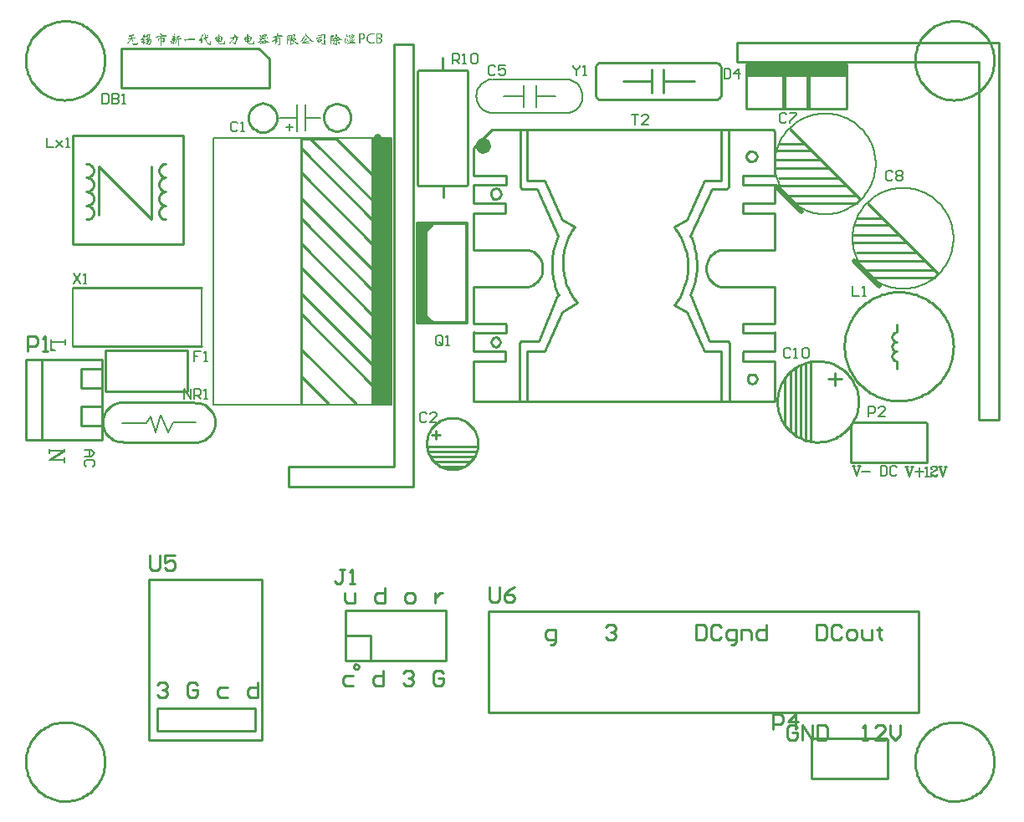
<source format=gto>
G04*
G04 #@! TF.GenerationSoftware,Altium Limited,Altium Designer,22.3.1 (43)*
G04*
G04 Layer_Color=65535*
%FSLAX25Y25*%
%MOIN*%
G70*
G04*
G04 #@! TF.SameCoordinates,C0646150-8C3F-47E1-8FD3-6E96B4F631F1*
G04*
G04*
G04 #@! TF.FilePolarity,Positive*
G04*
G01*
G75*
%ADD10C,0.01000*%
%ADD11C,0.00787*%
%ADD12C,0.00984*%
%ADD13C,0.03937*%
%ADD14C,0.00984*%
%ADD15C,0.01968*%
%ADD16C,0.01575*%
%ADD17C,0.01181*%
%ADD18C,0.03150*%
%ADD19C,0.00591*%
%ADD20R,0.07843X1.06202*%
%ADD21R,0.40157X0.05130*%
%ADD22R,0.03862X0.39600*%
G36*
X140384Y308160D02*
X140417D01*
X140452Y308158D01*
X140493Y308155D01*
X140575Y308150D01*
X140659Y308139D01*
X140700Y308131D01*
X140741Y308122D01*
X140777Y308114D01*
X140810Y308103D01*
X140812D01*
X140818Y308101D01*
X140826Y308098D01*
X140837Y308092D01*
X140861Y308076D01*
X140894Y308054D01*
X140924Y308027D01*
X140952Y307989D01*
X140960Y307967D01*
X140968Y307945D01*
X140973Y307918D01*
X140976Y307890D01*
Y307888D01*
Y307885D01*
Y307877D01*
X140973Y307866D01*
X140971Y307852D01*
X140968Y307833D01*
X140965Y307814D01*
X140957Y307792D01*
X140941Y307737D01*
X140916Y307675D01*
X140900Y307639D01*
X140881Y307601D01*
X140856Y307563D01*
X140831Y307519D01*
X140829Y307522D01*
X140818Y307524D01*
X140801Y307533D01*
X140777Y307541D01*
X140750Y307552D01*
X140714Y307563D01*
X140673Y307576D01*
X140627Y307590D01*
X140578Y307601D01*
X140523Y307614D01*
X140463Y307626D01*
X140400Y307636D01*
X140332Y307645D01*
X140261Y307653D01*
X140187Y307656D01*
X140111Y307658D01*
X140075D01*
X140056Y307656D01*
X140034D01*
X140007Y307653D01*
X139977D01*
X139944Y307647D01*
X139909Y307645D01*
X139830Y307634D01*
X139742Y307620D01*
X139647Y307604D01*
X139546Y307579D01*
X139439Y307549D01*
X139330Y307513D01*
X139221Y307473D01*
X139114Y307421D01*
X139008Y307363D01*
X138904Y307295D01*
X138809Y307216D01*
X138803Y307210D01*
X138787Y307197D01*
X138762Y307170D01*
X138732Y307137D01*
X138694Y307093D01*
X138653Y307038D01*
X138607Y306979D01*
X138563Y306908D01*
X138516Y306828D01*
X138470Y306741D01*
X138429Y306648D01*
X138391Y306544D01*
X138361Y306435D01*
X138336Y306318D01*
X138320Y306195D01*
X138317Y306129D01*
X138314Y306064D01*
Y306061D01*
Y306056D01*
Y306045D01*
Y306031D01*
X138317Y306015D01*
Y305993D01*
X138320Y305971D01*
X138323Y305944D01*
X138325Y305914D01*
X138328Y305881D01*
X138339Y305810D01*
X138355Y305731D01*
X138374Y305644D01*
X138399Y305551D01*
X138432Y305455D01*
X138470Y305357D01*
X138514Y305256D01*
X138568Y305157D01*
X138634Y305059D01*
X138705Y304966D01*
X138746Y304920D01*
X138789Y304876D01*
X138792D01*
X138795Y304871D01*
X138811Y304857D01*
X138839Y304833D01*
X138874Y304805D01*
X138920Y304770D01*
X138978Y304732D01*
X139043Y304688D01*
X139117Y304647D01*
X139199Y304603D01*
X139289Y304562D01*
X139385Y304521D01*
X139491Y304486D01*
X139603Y304459D01*
X139720Y304434D01*
X139846Y304420D01*
X139977Y304415D01*
X139996D01*
X140021Y304418D01*
X140053D01*
X140094Y304423D01*
X140141Y304426D01*
X140193Y304434D01*
X140253Y304442D01*
X140315Y304453D01*
X140381Y304470D01*
X140452Y304486D01*
X140523Y304508D01*
X140597Y304532D01*
X140670Y304562D01*
X140744Y304598D01*
X140818Y304636D01*
X140821Y304633D01*
X140826Y304628D01*
X140834Y304617D01*
X140842Y304603D01*
X140856Y304584D01*
X140870Y304565D01*
X140900Y304516D01*
X140930Y304464D01*
X140957Y304404D01*
X140965Y304374D01*
X140973Y304347D01*
X140979Y304317D01*
X140982Y304289D01*
Y304287D01*
Y304281D01*
X140979Y304273D01*
Y304259D01*
X140968Y304227D01*
X140960Y304207D01*
X140949Y304188D01*
X140935Y304167D01*
X140919Y304142D01*
X140897Y304120D01*
X140872Y304098D01*
X140845Y304074D01*
X140810Y304052D01*
X140771Y304033D01*
X140725Y304014D01*
X140722D01*
X140714Y304011D01*
X140698Y304006D01*
X140679Y304000D01*
X140654Y303992D01*
X140621Y303984D01*
X140586Y303976D01*
X140545Y303967D01*
X140498Y303959D01*
X140446Y303951D01*
X140389Y303943D01*
X140326Y303935D01*
X140261Y303929D01*
X140193Y303924D01*
X140116Y303921D01*
X139993D01*
X139969Y303924D01*
X139939D01*
X139906Y303926D01*
X139868Y303929D01*
X139827Y303935D01*
X139783Y303940D01*
X139734Y303945D01*
X139682Y303954D01*
X139628Y303962D01*
X139570Y303970D01*
X139450Y303995D01*
X139319Y304027D01*
X139185Y304065D01*
X139049Y304115D01*
X138909Y304172D01*
X138839Y304205D01*
X138770Y304240D01*
X138702Y304281D01*
X138634Y304322D01*
X138568Y304366D01*
X138503Y304412D01*
X138440Y304464D01*
X138377Y304519D01*
X138374Y304521D01*
X138369Y304527D01*
X138361Y304535D01*
X138350Y304546D01*
X138336Y304562D01*
X138317Y304579D01*
X138298Y304601D01*
X138276Y304625D01*
X138254Y304653D01*
X138227Y304685D01*
X138203Y304718D01*
X138172Y304753D01*
X138145Y304795D01*
X138115Y304835D01*
X138055Y304928D01*
X137995Y305032D01*
X137938Y305144D01*
X137883Y305267D01*
X137834Y305398D01*
X137793Y305537D01*
X137777Y305611D01*
X137760Y305684D01*
X137749Y305764D01*
X137741Y305840D01*
X137736Y305922D01*
X137733Y306004D01*
Y306007D01*
Y306015D01*
Y306028D01*
X137736Y306045D01*
Y306067D01*
X137738Y306094D01*
X137741Y306124D01*
X137744Y306157D01*
X137749Y306195D01*
X137755Y306236D01*
X137763Y306280D01*
X137771Y306326D01*
X137796Y306430D01*
X137826Y306539D01*
X137864Y306659D01*
X137913Y306782D01*
X137940Y306845D01*
X137970Y306910D01*
X138006Y306976D01*
X138044Y307038D01*
X138082Y307104D01*
X138126Y307170D01*
X138175Y307232D01*
X138224Y307298D01*
X138279Y307361D01*
X138339Y307421D01*
X138402Y307481D01*
X138467Y307541D01*
X138470Y307544D01*
X138476Y307549D01*
X138486Y307557D01*
X138500Y307568D01*
X138519Y307582D01*
X138541Y307598D01*
X138568Y307617D01*
X138598Y307639D01*
X138634Y307661D01*
X138672Y307685D01*
X138713Y307710D01*
X138757Y307737D01*
X138806Y307765D01*
X138858Y307795D01*
X138912Y307822D01*
X138972Y307852D01*
X139032Y307882D01*
X139098Y307909D01*
X139166Y307939D01*
X139237Y307967D01*
X139311Y307994D01*
X139387Y308019D01*
X139467Y308043D01*
X139548Y308065D01*
X139720Y308106D01*
X139810Y308122D01*
X139903Y308136D01*
X139999Y308147D01*
X140094Y308155D01*
X140195Y308160D01*
X140296Y308163D01*
X140354D01*
X140384Y308160D01*
D02*
G37*
G36*
X97577Y307631D02*
X97616Y307628D01*
X97659Y307623D01*
X97711Y307612D01*
X97771Y307601D01*
X97834Y307585D01*
X97837D01*
X97842Y307582D01*
X97850Y307579D01*
X97861Y307576D01*
X97891Y307568D01*
X97924Y307557D01*
X97960Y307546D01*
X97992Y307533D01*
X98020Y307522D01*
X98031Y307516D01*
X98036Y307511D01*
X98039D01*
X98041Y307505D01*
X98052Y307494D01*
X98061Y307470D01*
X98066Y307456D01*
Y307437D01*
Y307434D01*
X98063Y307426D01*
X98061Y307413D01*
X98055Y307388D01*
X98041Y307358D01*
X98025Y307317D01*
X98014Y307292D01*
X98001Y307268D01*
X97984Y307238D01*
X97968Y307205D01*
Y307202D01*
X97962Y307197D01*
X97960Y307189D01*
X97951Y307175D01*
X97935Y307145D01*
X97913Y307109D01*
X97891Y307071D01*
X97867Y307036D01*
X97848Y307006D01*
X97837Y306992D01*
X97829Y306984D01*
X97826Y306981D01*
X97823Y306976D01*
X97815Y306967D01*
X97804Y306954D01*
X97793Y306935D01*
X97779Y306916D01*
X97768Y306891D01*
X97755Y306861D01*
Y306858D01*
X97749Y306847D01*
X97744Y306831D01*
X97738Y306812D01*
X97733Y306787D01*
X97725Y306760D01*
X97717Y306703D01*
Y306700D01*
Y306692D01*
X97714Y306678D01*
X97711Y306662D01*
X97700Y306629D01*
X97692Y306615D01*
X97681Y306604D01*
X97676Y306602D01*
X97665Y306599D01*
X97651Y306593D01*
X97629Y306588D01*
X97599Y306583D01*
X97561Y306577D01*
X97512Y306572D01*
X97498D01*
X97487Y306569D01*
X97460Y306566D01*
X97422Y306563D01*
X97378Y306558D01*
X97329Y306550D01*
X97274Y306542D01*
X97220Y306531D01*
X97214D01*
X97195Y306525D01*
X97171Y306520D01*
X97141Y306514D01*
X97110Y306506D01*
X97080Y306501D01*
X97056Y306492D01*
X97048Y306487D01*
X97040Y306484D01*
X97034Y306482D01*
X97023Y306476D01*
X97007Y306471D01*
X96993Y306468D01*
X96990D01*
X96982Y306471D01*
X96969Y306476D01*
X96952Y306490D01*
X96928Y306509D01*
X96914Y306522D01*
X96900Y306539D01*
X96884Y306558D01*
X96868Y306583D01*
X96848Y306607D01*
X96829Y306637D01*
Y306640D01*
X96824Y306645D01*
X96818Y306656D01*
X96813Y306670D01*
X96802Y306689D01*
X96791Y306711D01*
X96780Y306738D01*
X96767Y306771D01*
X96753Y306806D01*
X96739Y306847D01*
X96723Y306894D01*
X96706Y306943D01*
X96690Y306998D01*
X96676Y307058D01*
X96660Y307123D01*
X96644Y307194D01*
Y307197D01*
Y307200D01*
X96641Y307213D01*
X96636Y307224D01*
X96630Y307227D01*
X96627Y307230D01*
X96625D01*
X96619Y307224D01*
X96616Y307219D01*
X96611Y307213D01*
X96605Y307202D01*
X96597Y307189D01*
Y307186D01*
X96595Y307181D01*
X96589Y307172D01*
X96584Y307159D01*
X96567Y307129D01*
X96545Y307088D01*
X96518Y307044D01*
X96491Y307000D01*
X96461Y306959D01*
X96428Y306924D01*
X96425Y306921D01*
X96414Y306910D01*
X96401Y306891D01*
X96387Y306869D01*
X96371Y306839D01*
X96357Y306806D01*
X96346Y306771D01*
X96343Y306733D01*
Y306727D01*
Y306716D01*
X96346Y306697D01*
X96352Y306678D01*
X96357Y306656D01*
X96368Y306634D01*
X96382Y306618D01*
X96401Y306607D01*
X96403D01*
X96412Y306604D01*
X96423Y306599D01*
X96439Y306591D01*
X96458Y306583D01*
X96477Y306574D01*
X96524Y306550D01*
X96567Y306522D01*
X96586Y306506D01*
X96605Y306490D01*
X96622Y306473D01*
X96633Y306454D01*
X96641Y306435D01*
X96644Y306416D01*
Y306413D01*
Y306408D01*
X96641Y306400D01*
X96638Y306389D01*
X96633Y306375D01*
X96625Y306364D01*
X96614Y306350D01*
X96597Y306337D01*
X96595D01*
X96589Y306331D01*
X96581Y306326D01*
X96570Y306315D01*
X96545Y306291D01*
X96518Y306258D01*
Y306255D01*
X96513Y306249D01*
X96510Y306241D01*
X96504Y306230D01*
X96494Y306203D01*
X96491Y306189D01*
X96488Y306176D01*
Y306170D01*
X96494Y306159D01*
X96499Y306154D01*
X96504Y306149D01*
X96515Y306146D01*
X96529Y306143D01*
X96537D01*
X96548Y306146D01*
X96562Y306149D01*
X96584Y306151D01*
X96608Y306159D01*
X96638Y306168D01*
X96674Y306181D01*
X96679Y306184D01*
X96690Y306187D01*
X96709Y306195D01*
X96734Y306200D01*
X96786Y306214D01*
X96810Y306220D01*
X96835Y306222D01*
X96859D01*
X96878Y306225D01*
X97020D01*
X97042Y306228D01*
X97070Y306230D01*
X97105Y306233D01*
X97146Y306241D01*
X97190Y306249D01*
X97236Y306260D01*
X97239D01*
X97241Y306263D01*
X97250D01*
X97261Y306266D01*
X97272Y306269D01*
X97288Y306271D01*
X97326Y306280D01*
X97375Y306285D01*
X97435Y306291D01*
X97501Y306293D01*
X97577Y306296D01*
X97599D01*
X97621Y306293D01*
X97648D01*
X97676Y306288D01*
X97700Y306282D01*
X97719Y306277D01*
X97725Y306271D01*
X97728Y306266D01*
X97730Y306260D01*
X97741Y306244D01*
X97749Y306233D01*
X97760Y306220D01*
X97774Y306203D01*
X97790Y306187D01*
X97793Y306184D01*
X97799Y306176D01*
X97807Y306165D01*
X97815Y306143D01*
X97823Y306118D01*
X97831Y306083D01*
X97837Y306042D01*
X97839Y305993D01*
Y305990D01*
Y305985D01*
Y305974D01*
Y305963D01*
X97834Y305930D01*
X97829Y305897D01*
Y305895D01*
X97826Y305892D01*
X97818Y305875D01*
X97807Y305867D01*
X97796Y305862D01*
X97782Y305856D01*
X97763Y305854D01*
X97741D01*
X97725Y305856D01*
X97703D01*
X97678Y305862D01*
X97648Y305865D01*
X97616Y305870D01*
X97610D01*
X97599Y305873D01*
X97580Y305875D01*
X97556Y305881D01*
X97528Y305884D01*
X97495Y305886D01*
X97427Y305889D01*
X97378D01*
X97356Y305886D01*
X97329Y305884D01*
X97272Y305878D01*
X97214Y305870D01*
X97187Y305862D01*
X97165Y305854D01*
X97146Y305845D01*
X97130Y305835D01*
X97119Y305821D01*
X97116Y305807D01*
Y305804D01*
X97119Y305794D01*
X97127Y305777D01*
X97141Y305755D01*
X97149Y305739D01*
X97162Y305723D01*
X97179Y305706D01*
X97198Y305684D01*
X97220Y305663D01*
X97244Y305641D01*
X97274Y305613D01*
X97307Y305586D01*
X97823Y305177D01*
X97826Y305174D01*
X97839Y305166D01*
X97856Y305152D01*
X97883Y305136D01*
X97916Y305114D01*
X97957Y305086D01*
X98006Y305059D01*
X98061Y305027D01*
X98121Y304994D01*
X98189Y304958D01*
X98265Y304923D01*
X98347Y304885D01*
X98435Y304849D01*
X98530Y304811D01*
X98631Y304773D01*
X98740Y304737D01*
X98743D01*
X98746Y304734D01*
X98754Y304732D01*
X98765Y304729D01*
X98795Y304718D01*
X98833Y304704D01*
X98879Y304691D01*
X98929Y304672D01*
X98983Y304650D01*
X99038Y304625D01*
X99093Y304601D01*
X99147Y304576D01*
X99196Y304549D01*
X99243Y304521D01*
X99281Y304494D01*
X99311Y304467D01*
X99322Y304453D01*
X99330Y304439D01*
X99333Y304429D01*
X99335Y304415D01*
Y304412D01*
X99333Y304407D01*
X99330Y304399D01*
X99322Y304390D01*
X99308Y304380D01*
X99286Y304371D01*
X99256Y304366D01*
X99240Y304363D01*
X99199D01*
X99174Y304360D01*
X99144D01*
X99106Y304355D01*
X99065Y304349D01*
X99016Y304341D01*
X98967Y304330D01*
X98962D01*
X98953Y304328D01*
X98942Y304325D01*
X98915Y304322D01*
X98879Y304317D01*
X98833Y304311D01*
X98784Y304306D01*
X98727Y304303D01*
X98667Y304300D01*
X98623D01*
X98607Y304303D01*
X98566D01*
X98514Y304309D01*
X98456Y304314D01*
X98396Y304319D01*
X98331Y304330D01*
X98328D01*
X98323Y304333D01*
X98314D01*
X98304Y304336D01*
X98276Y304341D01*
X98241Y304349D01*
X98205Y304360D01*
X98172Y304371D01*
X98145Y304382D01*
X98137Y304388D01*
X98129Y304393D01*
Y304396D01*
X98123Y304399D01*
X98121Y304407D01*
X98115Y304418D01*
X98107Y304431D01*
X98102Y304448D01*
X98096Y304470D01*
X98093Y304494D01*
Y304497D01*
X98091Y304508D01*
X98088Y304521D01*
X98080Y304540D01*
X98069Y304562D01*
X98052Y304590D01*
X98031Y304617D01*
X98001Y304644D01*
X97998Y304647D01*
X97987Y304658D01*
X97970Y304669D01*
X97954Y304685D01*
X97932Y304699D01*
X97913Y304713D01*
X97894Y304721D01*
X97878Y304724D01*
X97875D01*
X97869Y304721D01*
X97859Y304710D01*
X97853Y304702D01*
X97842Y304691D01*
X97834Y304677D01*
X97820Y304661D01*
X97809Y304639D01*
X97793Y304614D01*
X97777Y304584D01*
X97758Y304549D01*
X97738Y304508D01*
X97717Y304461D01*
Y304459D01*
X97711Y304450D01*
X97706Y304437D01*
X97698Y304418D01*
X97689Y304396D01*
X97678Y304369D01*
X97667Y304341D01*
X97657Y304309D01*
X97635Y304240D01*
X97616Y304167D01*
X97602Y304093D01*
X97599Y304057D01*
X97597Y304022D01*
Y304016D01*
X97594Y304006D01*
X97591Y303986D01*
X97580Y303967D01*
X97566Y303948D01*
X97542Y303935D01*
X97512Y303926D01*
X97490Y303924D01*
X97468Y303926D01*
X97457D01*
X97444Y303929D01*
X97405D01*
X97381Y303932D01*
X97280D01*
X97258Y303929D01*
X97233D01*
X97179Y303926D01*
X97116Y303918D01*
X97053Y303910D01*
X96996Y303896D01*
X96971Y303888D01*
X96947Y303880D01*
X96944D01*
X96936Y303874D01*
X96925Y303872D01*
X96911Y303866D01*
X96876Y303855D01*
X96857Y303853D01*
X96838Y303850D01*
X96835D01*
X96824Y303853D01*
X96807Y303855D01*
X96788Y303864D01*
X96767Y303880D01*
X96747Y303899D01*
X96731Y303929D01*
X96723Y303945D01*
X96717Y303967D01*
Y303970D01*
Y303973D01*
X96712Y303986D01*
X96706Y304011D01*
X96696Y304038D01*
X96685Y304071D01*
X96671Y304109D01*
X96652Y304145D01*
X96633Y304183D01*
X96630Y304188D01*
X96627Y304194D01*
X96622Y304205D01*
X96616Y304216D01*
X96611Y304229D01*
X96603Y304248D01*
X96595Y304270D01*
X96586Y304295D01*
X96578Y304325D01*
X96567Y304358D01*
X96556Y304393D01*
X96545Y304434D01*
X96532Y304478D01*
X96521Y304527D01*
X96507Y304579D01*
Y304581D01*
X96504Y304592D01*
X96499Y304606D01*
X96494Y304622D01*
X96485Y304639D01*
X96474Y304653D01*
X96461Y304663D01*
X96447Y304666D01*
X96444D01*
X96439Y304663D01*
X96431Y304655D01*
X96420Y304639D01*
X96412Y304628D01*
X96403Y304614D01*
X96395Y304598D01*
X96384Y304576D01*
X96376Y304552D01*
X96365Y304524D01*
X96352Y304491D01*
X96341Y304453D01*
Y304450D01*
X96338Y304445D01*
X96335Y304431D01*
X96330Y304418D01*
X96324Y304399D01*
X96319Y304377D01*
X96313Y304352D01*
X96305Y304325D01*
X96292Y304262D01*
X96281Y304197D01*
X96270Y304123D01*
X96262Y304052D01*
Y304049D01*
Y304044D01*
X96259Y304033D01*
X96253Y304022D01*
X96242Y303997D01*
X96231Y303986D01*
X96220Y303978D01*
X96218D01*
X96212Y303975D01*
X96204Y303973D01*
X96191Y303967D01*
X96169Y303962D01*
X96144Y303956D01*
X96111Y303948D01*
X96070Y303940D01*
X96065D01*
X96051Y303937D01*
X96029Y303932D01*
X95999Y303926D01*
X95967Y303921D01*
X95928Y303918D01*
X95849Y303910D01*
X95844D01*
X95833Y303907D01*
X95814Y303902D01*
X95789Y303893D01*
X95762Y303880D01*
X95735Y303858D01*
X95707Y303834D01*
X95683Y303798D01*
Y303795D01*
X95677Y303793D01*
X95666Y303779D01*
X95647Y303763D01*
X95636Y303760D01*
X95625Y303757D01*
X95623D01*
X95614Y303760D01*
X95601Y303768D01*
X95579Y303782D01*
X95568Y303793D01*
X95554Y303806D01*
X95538Y303823D01*
X95522Y303842D01*
X95503Y303866D01*
X95483Y303893D01*
X95462Y303924D01*
X95440Y303959D01*
Y303962D01*
X95434Y303967D01*
X95429Y303978D01*
X95421Y303994D01*
X95410Y304011D01*
X95399Y304033D01*
X95385Y304057D01*
X95372Y304085D01*
X95344Y304145D01*
X95314Y304213D01*
X95287Y304284D01*
X95265Y304358D01*
Y304360D01*
X95262Y304369D01*
X95260Y304380D01*
X95254Y304393D01*
X95249Y304407D01*
X95240Y304418D01*
X95232Y304426D01*
X95224Y304429D01*
X95221D01*
X95208Y304426D01*
X95186Y304418D01*
X95156Y304404D01*
X95153D01*
X95148Y304401D01*
X95139Y304399D01*
X95129Y304393D01*
X95112Y304388D01*
X95093Y304380D01*
X95071Y304374D01*
X95044Y304369D01*
X95017Y304360D01*
X94984Y304355D01*
X94948Y304347D01*
X94910Y304341D01*
X94869Y304339D01*
X94826Y304333D01*
X94776Y304330D01*
X94637D01*
X94580Y304333D01*
X94520Y304336D01*
X94462Y304339D01*
X94435Y304341D01*
X94411Y304344D01*
X94389Y304347D01*
X94372Y304349D01*
X94370D01*
X94359Y304352D01*
X94348Y304358D01*
X94331Y304366D01*
X94318Y304377D01*
X94304Y304393D01*
X94293Y304410D01*
X94290Y304431D01*
Y304434D01*
X94293Y304442D01*
X94299Y304453D01*
X94312Y304470D01*
X94331Y304486D01*
X94345Y304494D01*
X94359Y304505D01*
X94378Y304513D01*
X94400Y304521D01*
X94424Y304530D01*
X94454Y304538D01*
X94457D01*
X94462Y304540D01*
X94471Y304543D01*
X94484Y304546D01*
X94501Y304552D01*
X94523Y304560D01*
X94544Y304568D01*
X94572Y304579D01*
X94602Y304592D01*
X94634Y304606D01*
X94673Y304625D01*
X94711Y304644D01*
X94754Y304666D01*
X94798Y304691D01*
X94847Y304718D01*
X94897Y304748D01*
X94899Y304751D01*
X94910Y304756D01*
X94924Y304767D01*
X94946Y304781D01*
X94970Y304797D01*
X95000Y304819D01*
X95033Y304841D01*
X95071Y304871D01*
X95115Y304901D01*
X95159Y304936D01*
X95208Y304975D01*
X95257Y305013D01*
X95309Y305059D01*
X95363Y305106D01*
X95418Y305155D01*
X95475Y305207D01*
X95478Y305209D01*
X95489Y305220D01*
X95503Y305234D01*
X95524Y305253D01*
X95546Y305275D01*
X95571Y305302D01*
X95628Y305360D01*
X95685Y305422D01*
X95710Y305452D01*
X95735Y305480D01*
X95754Y305507D01*
X95767Y305532D01*
X95778Y305553D01*
X95781Y305570D01*
Y305573D01*
Y305575D01*
X95776Y305589D01*
X95770Y305594D01*
X95762Y305600D01*
X95751Y305603D01*
X95737Y305605D01*
X95729D01*
X95715Y305603D01*
X95699Y305600D01*
X95675Y305597D01*
X95644Y305589D01*
X95609Y305581D01*
X95563Y305567D01*
X95557Y305564D01*
X95543Y305562D01*
X95522Y305553D01*
X95494Y305545D01*
X95467Y305534D01*
X95440Y305523D01*
X95418Y305515D01*
X95402Y305504D01*
X95399D01*
X95396Y305502D01*
X95382Y305493D01*
X95363Y305485D01*
X95341Y305482D01*
X95339D01*
X95331Y305485D01*
X95320Y305488D01*
X95303Y305499D01*
X95287Y305512D01*
X95271Y305534D01*
X95254Y305564D01*
X95249Y305581D01*
X95240Y305603D01*
Y305605D01*
Y305608D01*
X95235Y305622D01*
X95230Y305644D01*
X95224Y305671D01*
X95219Y305701D01*
X95213Y305734D01*
X95210Y305764D01*
X95208Y305788D01*
Y305791D01*
Y305799D01*
Y305810D01*
X95210Y305824D01*
X95216Y305848D01*
X95221Y305859D01*
X95227Y305867D01*
X95232Y305870D01*
X95240Y305873D01*
X95251Y305875D01*
X95271Y305878D01*
X95295Y305881D01*
X95325Y305884D01*
X95407D01*
X95437Y305886D01*
X95467D01*
X95500Y305889D01*
X95533Y305892D01*
X95563Y305897D01*
X95565D01*
X95579Y305900D01*
X95598Y305903D01*
X95625Y305911D01*
X95661Y305917D01*
X95707Y305927D01*
X95762Y305941D01*
X95827Y305955D01*
X95830D01*
X95836Y305957D01*
X95844Y305960D01*
X95857Y305963D01*
X95888Y305971D01*
X95926Y305979D01*
X95964Y305990D01*
X96002Y306001D01*
X96032Y306012D01*
X96046Y306017D01*
X96054Y306023D01*
X96057D01*
X96062Y306028D01*
X96079Y306042D01*
X96098Y306061D01*
X96119Y306088D01*
Y306091D01*
X96125Y306097D01*
X96130Y306108D01*
X96139Y306124D01*
X96149Y306146D01*
X96161Y306173D01*
X96174Y306209D01*
X96191Y306249D01*
Y306252D01*
X96193Y306255D01*
X96199Y306269D01*
X96204Y306291D01*
X96212Y306318D01*
X96220Y306345D01*
X96229Y306375D01*
X96231Y306400D01*
X96234Y306419D01*
Y306421D01*
Y306427D01*
X96226Y306441D01*
X96220Y306449D01*
X96210Y306457D01*
X96196Y306460D01*
X96177Y306463D01*
X96166D01*
X96147Y306460D01*
X96136Y306457D01*
X96119D01*
X96103Y306454D01*
X96081Y306449D01*
X96057Y306446D01*
X96029Y306441D01*
X95999Y306435D01*
X95967Y306427D01*
X95928Y306419D01*
X95885Y306411D01*
X95666Y306353D01*
X95661D01*
X95644Y306356D01*
X95623Y306362D01*
X95590Y306375D01*
X95587D01*
X95582Y306381D01*
X95565Y306392D01*
X95549Y306405D01*
X95541Y306413D01*
X95538Y306421D01*
X95535Y306424D01*
X95533Y306435D01*
X95524Y306452D01*
X95513Y306473D01*
X95497Y306501D01*
X95478Y306531D01*
X95453Y306563D01*
X95423Y306596D01*
X95421Y306602D01*
X95410Y306615D01*
X95393Y306637D01*
X95374Y306670D01*
X95350Y306714D01*
X95336Y306738D01*
X95322Y306766D01*
X95309Y306798D01*
X95295Y306831D01*
X95279Y306869D01*
X95265Y306908D01*
Y306910D01*
X95262Y306918D01*
X95257Y306929D01*
X95254Y306943D01*
X95249Y306962D01*
X95240Y306981D01*
X95227Y307028D01*
X95213Y307077D01*
X95200Y307126D01*
X95191Y307170D01*
X95189Y307186D01*
Y307202D01*
Y307205D01*
X95191Y307213D01*
X95194Y307227D01*
X95200Y307241D01*
X95208Y307254D01*
X95224Y307271D01*
X95243Y307281D01*
X95271Y307287D01*
X95273D01*
X95279Y307290D01*
X95290D01*
X95303Y307292D01*
X95322Y307298D01*
X95344Y307303D01*
X95366Y307306D01*
X95393Y307314D01*
X95453Y307328D01*
X95519Y307347D01*
X95590Y307369D01*
X95664Y307393D01*
X95666D01*
X95672Y307396D01*
X95683Y307402D01*
X95696Y307404D01*
X95713Y307410D01*
X95732Y307418D01*
X95776Y307432D01*
X95825Y307442D01*
X95876Y307456D01*
X95926Y307464D01*
X95969Y307467D01*
X95989D01*
X96010Y307464D01*
X96043D01*
X96079Y307459D01*
X96125Y307453D01*
X96174Y307445D01*
X96229Y307434D01*
X96237D01*
X96245Y307432D01*
X96256Y307429D01*
X96270Y307426D01*
X96286Y307423D01*
X96327Y307418D01*
X96373Y307413D01*
X96428Y307407D01*
X96485Y307404D01*
X96545Y307402D01*
X96556D01*
X96570Y307404D01*
X96586Y307407D01*
X96603Y307413D01*
X96619Y307418D01*
X96636Y307429D01*
X96649Y307442D01*
X96652Y307445D01*
X96655Y307448D01*
X96671Y307464D01*
X96693Y307478D01*
X96704Y307484D01*
X96715Y307486D01*
X96720D01*
X96734Y307489D01*
X96777D01*
X96791Y307492D01*
X96816Y307497D01*
X96848Y307505D01*
X96868Y307511D01*
X96892Y307519D01*
X96917Y307527D01*
X96947Y307535D01*
X96979Y307546D01*
X97015Y307560D01*
X97018D01*
X97023Y307563D01*
X97037Y307568D01*
X97053Y307571D01*
X97072Y307576D01*
X97097Y307585D01*
X97124Y307590D01*
X97157Y307598D01*
X97190Y307604D01*
X97231Y307609D01*
X97272Y307617D01*
X97318Y307623D01*
X97364Y307628D01*
X97416Y307631D01*
X97526Y307634D01*
X97550D01*
X97577Y307631D01*
D02*
G37*
G36*
X55759Y308332D02*
X55770Y308327D01*
X55784Y308319D01*
X55803Y308302D01*
X55822Y308278D01*
X55833Y308261D01*
X55847Y308242D01*
X55857Y308221D01*
X55868Y308196D01*
Y308193D01*
X55871Y308190D01*
X55877Y308182D01*
X55882Y308171D01*
X55896Y308147D01*
X55918Y308114D01*
X55948Y308073D01*
X55983Y308032D01*
X56024Y307989D01*
X56073Y307948D01*
X56076Y307945D01*
X56087Y307937D01*
X56103Y307923D01*
X56125Y307904D01*
X56150Y307882D01*
X56177Y307857D01*
X56204Y307827D01*
X56237Y307797D01*
X56294Y307729D01*
X56322Y307694D01*
X56346Y307658D01*
X56368Y307623D01*
X56384Y307590D01*
X56395Y307555D01*
X56398Y307524D01*
Y307522D01*
Y307511D01*
X56395Y307497D01*
X56390Y307481D01*
X56382Y307462D01*
X56368Y307445D01*
X56352Y307426D01*
X56327Y307410D01*
X56324Y307407D01*
X56316Y307404D01*
X56302Y307399D01*
X56286Y307393D01*
X56267Y307385D01*
X56245Y307380D01*
X56221Y307377D01*
X56199Y307374D01*
X56180D01*
X56166Y307377D01*
X56139Y307380D01*
X56125Y307382D01*
X56114Y307385D01*
X56111Y307388D01*
X56100Y307391D01*
X56084Y307399D01*
X56062Y307407D01*
X56035Y307418D01*
X56005Y307432D01*
X55972Y307445D01*
X55939Y307459D01*
X55866Y307486D01*
X55797Y307513D01*
X55765Y307527D01*
X55735Y307538D01*
X55707Y307546D01*
X55686Y307552D01*
X55680Y307555D01*
X55669Y307557D01*
X55653Y307563D01*
X55634Y307571D01*
X55612Y307579D01*
X55593Y307590D01*
X55576Y307598D01*
X55565Y307609D01*
Y307612D01*
X55563Y307614D01*
X55560Y307623D01*
X55557Y307634D01*
X55552Y307645D01*
X55549Y307661D01*
X55546Y307683D01*
Y307705D01*
Y307707D01*
Y307718D01*
Y307737D01*
X55549Y307767D01*
Y307784D01*
Y307806D01*
X55552Y307827D01*
X55554Y307855D01*
Y307885D01*
X55557Y307917D01*
X55560Y307953D01*
X55563Y307991D01*
Y307994D01*
Y308002D01*
X55565Y308013D01*
Y308027D01*
X55568Y308043D01*
X55571Y308065D01*
X55579Y308109D01*
X55587Y308155D01*
X55601Y308202D01*
X55615Y308242D01*
X55623Y308259D01*
X55634Y308272D01*
X55636Y308275D01*
X55645Y308283D01*
X55655Y308292D01*
X55669Y308305D01*
X55688Y308316D01*
X55707Y308324D01*
X55726Y308332D01*
X55748Y308335D01*
X55751D01*
X55759Y308332D01*
D02*
G37*
G36*
X109013Y307645D02*
X109049Y307639D01*
X109092Y307631D01*
X109142Y307620D01*
X109194Y307606D01*
X109251Y307585D01*
X109254D01*
X109259Y307582D01*
X109265Y307579D01*
X109275Y307574D01*
X109303Y307565D01*
X109333Y307552D01*
X109365Y307538D01*
X109398Y307522D01*
X109423Y307508D01*
X109434Y307503D01*
X109442Y307497D01*
X109445D01*
X109447Y307492D01*
X109461Y307481D01*
X109472Y307462D01*
X109475Y307448D01*
X109477Y307434D01*
Y307432D01*
Y307426D01*
X109475Y307418D01*
X109469Y307407D01*
X109464Y307391D01*
X109453Y307374D01*
X109439Y307352D01*
X109420Y307328D01*
Y307325D01*
X109415Y307320D01*
X109409Y307312D01*
X109401Y307298D01*
X109390Y307279D01*
X109376Y307257D01*
X109363Y307230D01*
X109346Y307200D01*
X109330Y307161D01*
X109311Y307120D01*
X109292Y307074D01*
X109273Y307019D01*
X109251Y306962D01*
X109232Y306899D01*
X109210Y306828D01*
X109188Y306752D01*
Y306746D01*
X109183Y306733D01*
X109177Y306708D01*
X109169Y306678D01*
X109161Y306637D01*
X109150Y306591D01*
X109136Y306536D01*
X109125Y306476D01*
X109112Y306408D01*
X109095Y306334D01*
X109082Y306258D01*
X109068Y306176D01*
X109052Y306088D01*
X109038Y305998D01*
X109027Y305903D01*
X109013Y305807D01*
Y305804D01*
X109011Y305794D01*
X109008Y305777D01*
X109005Y305758D01*
X108994Y305720D01*
X108986Y305701D01*
X108978Y305684D01*
Y305682D01*
X108972Y305679D01*
X108961Y305674D01*
X108948Y305665D01*
X108923Y305657D01*
X108890Y305646D01*
X108871Y305641D01*
X108847Y305638D01*
X108822Y305632D01*
X108792Y305627D01*
X108784D01*
X108776Y305624D01*
X108765D01*
X108748Y305622D01*
X108732Y305619D01*
X108691Y305611D01*
X108642Y305603D01*
X108585Y305592D01*
X108525Y305578D01*
X108462Y305562D01*
X108459D01*
X108454Y305559D01*
X108446D01*
X108434Y305553D01*
X108407Y305548D01*
X108375Y305537D01*
X108339Y305529D01*
X108306Y305518D01*
X108276Y305510D01*
X108265Y305504D01*
X108257Y305502D01*
X108254D01*
X108252Y305499D01*
X108238Y305491D01*
X108224Y305480D01*
X108222Y305471D01*
X108219Y305463D01*
X108222Y305458D01*
X108224Y305452D01*
X108235Y305441D01*
X108249Y305425D01*
X108271Y305406D01*
X108303Y305381D01*
X108323Y305365D01*
X108344Y305349D01*
X108347D01*
X108350Y305346D01*
X108366Y305335D01*
X108388Y305319D01*
X108415Y305302D01*
X108448Y305286D01*
X108478Y305270D01*
X108508Y305258D01*
X108533Y305256D01*
X108541D01*
X108552Y305258D01*
X108568Y305264D01*
X108593Y305275D01*
X108620Y305286D01*
X108658Y305305D01*
X108699Y305329D01*
X108751Y305360D01*
X108811Y305400D01*
X108879Y305447D01*
X108959Y305504D01*
X109000Y305537D01*
X109046Y305570D01*
X109092Y305608D01*
X109144Y305649D01*
X109196Y305693D01*
X109254Y305739D01*
X109311Y305788D01*
X109374Y305843D01*
X109376Y305845D01*
X109385Y305851D01*
X109398Y305862D01*
X109415Y305873D01*
X109437Y305881D01*
X109458Y305892D01*
X109480Y305897D01*
X109505Y305900D01*
X109507D01*
X109518Y305897D01*
X109535Y305892D01*
X109557Y305884D01*
X109587Y305867D01*
X109625Y305843D01*
X109647Y305829D01*
X109671Y305810D01*
X109696Y305791D01*
X109723Y305766D01*
X109726Y305764D01*
X109729Y305761D01*
X109748Y305745D01*
X109772Y305723D01*
X109800Y305693D01*
X109827Y305663D01*
X109851Y305632D01*
X109871Y305605D01*
X109873Y305594D01*
X109876Y305583D01*
Y305581D01*
Y305575D01*
X109871Y305567D01*
X109865Y305556D01*
X109857Y305548D01*
X109841Y305537D01*
X109821Y305526D01*
X109794Y305521D01*
X109791D01*
X109780Y305518D01*
X109761Y305512D01*
X109734Y305504D01*
X109701Y305496D01*
X109658Y305480D01*
X109608Y305461D01*
X109551Y305439D01*
X109548D01*
X109543Y305436D01*
X109535Y305433D01*
X109524Y305428D01*
X109496Y305414D01*
X109464Y305400D01*
X109428Y305381D01*
X109390Y305362D01*
X109357Y305343D01*
X109333Y305324D01*
X109330Y305321D01*
X109322Y305316D01*
X109311Y305308D01*
X109292Y305297D01*
X109273Y305286D01*
X109245Y305272D01*
X109218Y305261D01*
X109185Y305250D01*
X109183D01*
X109169Y305245D01*
X109152Y305239D01*
X109131Y305231D01*
X109103Y305218D01*
X109076Y305201D01*
X109046Y305182D01*
X109016Y305157D01*
X109013Y305155D01*
X109005Y305147D01*
X108992Y305136D01*
X108978Y305119D01*
X108961Y305103D01*
X108950Y305086D01*
X108940Y305073D01*
X108937Y305059D01*
Y305054D01*
X108945Y305043D01*
X108950Y305032D01*
X108959Y305024D01*
X108972Y305010D01*
X108992Y304999D01*
X108994Y304996D01*
X109002Y304994D01*
X109013Y304985D01*
X109030Y304975D01*
X109046Y304964D01*
X109068Y304947D01*
X109117Y304909D01*
X109120Y304906D01*
X109125Y304904D01*
X109136Y304895D01*
X109150Y304887D01*
X109166Y304874D01*
X109185Y304860D01*
X109210Y304846D01*
X109234Y304827D01*
X109294Y304789D01*
X109365Y304748D01*
X109442Y304702D01*
X109524Y304658D01*
X109527D01*
X109535Y304653D01*
X109546Y304647D01*
X109562Y304639D01*
X109578Y304628D01*
X109600Y304617D01*
X109649Y304592D01*
X109704Y304560D01*
X109759Y304530D01*
X109808Y304497D01*
X109832Y304481D01*
X109851Y304467D01*
X109857Y304464D01*
X109871Y304453D01*
X109895Y304439D01*
X109912Y304431D01*
X109933Y304420D01*
X109955Y304410D01*
X109980Y304399D01*
X110007Y304385D01*
X110037Y304371D01*
X110073Y304360D01*
X110108Y304344D01*
X110149Y304330D01*
X110193Y304317D01*
X110195D01*
X110204Y304314D01*
X110217Y304309D01*
X110234Y304303D01*
X110256Y304298D01*
X110280Y304289D01*
X110307Y304278D01*
X110340Y304270D01*
X110408Y304246D01*
X110485Y304218D01*
X110564Y304188D01*
X110643Y304156D01*
X110646D01*
X110651Y304153D01*
X110662Y304147D01*
X110676Y304142D01*
X110695Y304134D01*
X110714Y304126D01*
X110755Y304109D01*
X110799Y304087D01*
X110842Y304068D01*
X110859Y304060D01*
X110875Y304049D01*
X110889Y304044D01*
X110900Y304035D01*
X110903D01*
X110908Y304030D01*
X110922Y304016D01*
X110938Y303994D01*
X110941Y303984D01*
X110943Y303970D01*
Y303967D01*
X110941Y303964D01*
X110938Y303954D01*
X110930Y303943D01*
X110916Y303929D01*
X110894Y303913D01*
X110864Y303893D01*
X110848Y303883D01*
X110826Y303872D01*
X110821Y303869D01*
X110807Y303861D01*
X110785Y303853D01*
X110758Y303842D01*
X110725Y303828D01*
X110687Y303820D01*
X110651Y303812D01*
X110613Y303809D01*
X110578D01*
X110550Y303812D01*
X110520D01*
X110487Y303817D01*
X110411Y303825D01*
X110406D01*
X110392Y303828D01*
X110370Y303831D01*
X110340Y303834D01*
X110305D01*
X110264Y303836D01*
X110214Y303839D01*
X110163D01*
X109710Y303828D01*
X109707D01*
X109696Y303831D01*
X109679Y303834D01*
X109663Y303842D01*
X109641Y303855D01*
X109622Y303874D01*
X109606Y303902D01*
X109592Y303937D01*
Y303940D01*
X109589Y303948D01*
X109584Y303959D01*
X109578Y303975D01*
X109570Y303994D01*
X109562Y304019D01*
X109551Y304044D01*
X109537Y304074D01*
X109505Y304136D01*
X109467Y304205D01*
X109417Y304276D01*
X109360Y304347D01*
X109357Y304349D01*
X109352Y304355D01*
X109344Y304366D01*
X109333Y304377D01*
X109316Y304393D01*
X109297Y304410D01*
X109254Y304450D01*
X109202Y304494D01*
X109139Y304540D01*
X109071Y304584D01*
X108997Y304620D01*
X108994Y304622D01*
X108981Y304625D01*
X108964Y304633D01*
X108942Y304644D01*
X108912Y304658D01*
X108882Y304672D01*
X108847Y304685D01*
X108811Y304704D01*
X108738Y304737D01*
X108667Y304775D01*
X108634Y304792D01*
X108607Y304808D01*
X108582Y304822D01*
X108563Y304835D01*
X108560Y304838D01*
X108546Y304846D01*
X108536Y304854D01*
X108525Y304863D01*
X108508Y304871D01*
X108489Y304879D01*
X108467Y304890D01*
X108443Y304901D01*
X108415Y304915D01*
X108385Y304928D01*
X108350Y304942D01*
X108312Y304956D01*
X108268Y304969D01*
X108222Y304985D01*
X108219D01*
X108211Y304988D01*
X108197Y304994D01*
X108181Y304999D01*
X108162Y305005D01*
X108137Y305013D01*
X108088Y305029D01*
X108033Y305043D01*
X107981Y305057D01*
X107959Y305062D01*
X107940Y305067D01*
X107924Y305070D01*
X107908D01*
X107897Y305067D01*
X107886Y305059D01*
X107872Y305043D01*
Y305040D01*
X107869Y305035D01*
X107867Y305021D01*
X107861Y305010D01*
X107859Y304996D01*
X107856Y304980D01*
X107850Y304958D01*
X107845Y304936D01*
X107839Y304906D01*
X107834Y304874D01*
X107826Y304835D01*
X107818Y304794D01*
X107809Y304745D01*
Y304743D01*
X107807Y304734D01*
X107804Y304721D01*
X107801Y304702D01*
X107799Y304680D01*
X107793Y304653D01*
X107785Y304595D01*
X107777Y304530D01*
X107768Y304464D01*
X107763Y304401D01*
X107760Y304374D01*
Y304349D01*
Y304344D01*
Y304328D01*
Y304306D01*
X107763Y304276D01*
Y304243D01*
X107766Y304207D01*
X107768Y304172D01*
X107774Y304136D01*
Y304134D01*
X107777Y304123D01*
X107782Y304109D01*
X107790Y304096D01*
X107801Y304079D01*
X107815Y304065D01*
X107834Y304055D01*
X107856Y304052D01*
X107869D01*
X107891Y304055D01*
X107905Y304057D01*
X107921Y304060D01*
X107943Y304065D01*
X107965Y304068D01*
X107992Y304074D01*
X108022Y304082D01*
X108055Y304090D01*
X108093Y304098D01*
X108134Y304109D01*
X108181Y304123D01*
X108183D01*
X108192Y304126D01*
X108205Y304131D01*
X108224Y304136D01*
X108249Y304142D01*
X108276Y304153D01*
X108306Y304161D01*
X108342Y304172D01*
X108380Y304186D01*
X108421Y304199D01*
X108505Y304229D01*
X108598Y304262D01*
X108694Y304300D01*
X108697D01*
X108702Y304303D01*
X108710Y304306D01*
X108719Y304309D01*
X108746Y304314D01*
X108773Y304317D01*
X108779D01*
X108792Y304311D01*
X108806Y304300D01*
X108809Y304292D01*
X108811Y304278D01*
Y304276D01*
Y304273D01*
X108809Y304265D01*
X108806Y304254D01*
X108800Y304240D01*
X108790Y304224D01*
X108779Y304207D01*
X108762Y304186D01*
X108759Y304183D01*
X108751Y304175D01*
X108732Y304158D01*
X108721Y304147D01*
X108705Y304134D01*
X108686Y304117D01*
X108664Y304101D01*
X108637Y304079D01*
X108609Y304057D01*
X108574Y304030D01*
X108536Y304003D01*
X108492Y303970D01*
X108446Y303935D01*
X108443Y303932D01*
X108434Y303926D01*
X108418Y303915D01*
X108399Y303902D01*
X108375Y303885D01*
X108347Y303866D01*
X108314Y303844D01*
X108279Y303820D01*
X108238Y303795D01*
X108197Y303771D01*
X108104Y303716D01*
X108006Y303664D01*
X107905Y303618D01*
X107902D01*
X107894Y303612D01*
X107880Y303607D01*
X107861Y303599D01*
X107839Y303590D01*
X107815Y303580D01*
X107760Y303558D01*
X107700Y303536D01*
X107643Y303517D01*
X107618Y303509D01*
X107594Y303503D01*
X107575Y303500D01*
X107558Y303498D01*
X107555D01*
X107547Y303500D01*
X107536Y303503D01*
X107523Y303511D01*
X107509Y303522D01*
X107495Y303539D01*
X107487Y303563D01*
X107482Y303596D01*
Y303599D01*
Y303607D01*
X107479Y303618D01*
Y303631D01*
X107476Y303651D01*
Y303672D01*
X107471Y303719D01*
X107465Y303768D01*
X107460Y303817D01*
X107452Y303864D01*
X107449Y303880D01*
X107444Y303896D01*
Y303899D01*
X107441Y303910D01*
X107438Y303924D01*
X107435Y303945D01*
X107430Y303970D01*
X107427Y304000D01*
X107424Y304035D01*
Y304074D01*
Y304077D01*
Y304079D01*
Y304087D01*
Y304096D01*
X107427Y304109D01*
Y304126D01*
X107430Y304147D01*
Y304172D01*
X107433Y304199D01*
X107435Y304232D01*
X107441Y304270D01*
X107446Y304311D01*
X107452Y304358D01*
X107457Y304410D01*
X107465Y304467D01*
X107474Y304530D01*
Y304535D01*
X107476Y304546D01*
X107479Y304568D01*
X107482Y304595D01*
X107487Y304633D01*
X107490Y304680D01*
X107498Y304737D01*
X107504Y304800D01*
X107509Y304874D01*
X107517Y304956D01*
X107523Y305048D01*
X107531Y305149D01*
X107539Y305258D01*
X107547Y305379D01*
X107553Y305510D01*
X107561Y305649D01*
Y305652D01*
Y305657D01*
Y305668D01*
X107564Y305684D01*
Y305701D01*
Y305723D01*
X107566Y305750D01*
Y305777D01*
X107569Y305810D01*
Y305843D01*
X107572Y305922D01*
X107577Y306007D01*
X107580Y306099D01*
X107583Y306200D01*
X107588Y306304D01*
X107591Y306411D01*
X107594Y306520D01*
X107596Y306626D01*
Y306733D01*
X107599Y306839D01*
Y306938D01*
X107586Y307281D01*
Y307284D01*
Y307295D01*
X107588Y307309D01*
X107594Y307325D01*
X107602Y307342D01*
X107616Y307355D01*
X107632Y307366D01*
X107657Y307369D01*
X107670D01*
X107686Y307366D01*
X107708Y307361D01*
X107711D01*
X107714Y307358D01*
X107730Y307355D01*
X107752Y307352D01*
X107782Y307350D01*
X107793D01*
X107804Y307352D01*
X107826Y307358D01*
X107853Y307366D01*
X107891Y307377D01*
X107913Y307385D01*
X107940Y307393D01*
X107968Y307404D01*
X107998Y307415D01*
X108001D01*
X108006Y307418D01*
X108017Y307423D01*
X108030Y307429D01*
X108047Y307434D01*
X108069Y307442D01*
X108093Y307451D01*
X108121Y307459D01*
X108151Y307467D01*
X108183Y307478D01*
X108254Y307500D01*
X108334Y307522D01*
X108418Y307541D01*
X108421D01*
X108429Y307544D01*
X108440Y307546D01*
X108456Y307549D01*
X108475Y307555D01*
X108497Y307560D01*
X108546Y307571D01*
X108601Y307582D01*
X108656Y307595D01*
X108702Y307609D01*
X108724Y307614D01*
X108743Y307620D01*
X108748D01*
X108759Y307626D01*
X108779Y307628D01*
X108806Y307634D01*
X108836Y307639D01*
X108874Y307642D01*
X108918Y307647D01*
X108986D01*
X109013Y307645D01*
D02*
G37*
G36*
X61206Y308166D02*
X61219Y308158D01*
X61236Y308150D01*
X61252Y308136D01*
X61268Y308117D01*
X61282Y308089D01*
X61285Y308087D01*
X61290Y308076D01*
X61298Y308060D01*
X61309Y308035D01*
X61326Y308008D01*
X61342Y307975D01*
X61364Y307937D01*
X61388Y307896D01*
X61391Y307890D01*
X61399Y307877D01*
X61413Y307855D01*
X61427Y307830D01*
X61440Y307800D01*
X61457Y307767D01*
X61468Y307735D01*
X61476Y307702D01*
Y307699D01*
X61479Y307688D01*
X61481Y307669D01*
X61487Y307647D01*
X61489Y307614D01*
X61492Y307579D01*
X61495Y307538D01*
Y307492D01*
Y307489D01*
Y307486D01*
Y307470D01*
X61492Y307448D01*
X61489Y307421D01*
X61487Y307393D01*
X61481Y307366D01*
X61470Y307342D01*
X61459Y307325D01*
X61457D01*
X61451Y307320D01*
X61443Y307314D01*
X61429Y307309D01*
X61413Y307303D01*
X61391Y307298D01*
X61364Y307295D01*
X61331Y307292D01*
X61326D01*
X61309Y307295D01*
X61285Y307298D01*
X61252Y307306D01*
X61211Y307317D01*
X61165Y307336D01*
X61115Y307361D01*
X61064Y307396D01*
X61061D01*
X61058Y307402D01*
X61042Y307415D01*
X61020Y307440D01*
X60993Y307473D01*
X60965Y307516D01*
X60944Y307571D01*
X60927Y307634D01*
X60924Y307666D01*
X60922Y307705D01*
Y307707D01*
Y307710D01*
Y307718D01*
X60924Y307729D01*
X60927Y307756D01*
X60933Y307792D01*
X60946Y307836D01*
X60963Y307888D01*
X60984Y307942D01*
X61017Y308002D01*
Y308005D01*
X61023Y308010D01*
X61025Y308019D01*
X61034Y308030D01*
X61053Y308054D01*
X61075Y308087D01*
X61102Y308117D01*
X61129Y308144D01*
X61143Y308152D01*
X61159Y308160D01*
X61173Y308166D01*
X61186Y308169D01*
X61197D01*
X61206Y308166D01*
D02*
G37*
G36*
X120725Y307688D02*
X120752D01*
X120782Y307685D01*
X120815Y307683D01*
X120889Y307677D01*
X120971Y307666D01*
X121053Y307653D01*
X121134Y307634D01*
X121137D01*
X121143Y307631D01*
X121156Y307628D01*
X121170Y307626D01*
X121186Y307620D01*
X121205Y307614D01*
X121249Y307601D01*
X121293Y307587D01*
X121336Y307574D01*
X121356Y307565D01*
X121372Y307560D01*
X121383Y307552D01*
X121394Y307546D01*
X121397D01*
X121399Y307541D01*
X121416Y307527D01*
X121429Y307503D01*
X121432Y307489D01*
X121435Y307473D01*
Y307470D01*
Y307464D01*
X121432Y307453D01*
X121429Y307440D01*
X121424Y307421D01*
X121416Y307396D01*
X121405Y307369D01*
X121391Y307339D01*
X121388Y307333D01*
X121386Y307328D01*
X121383Y307314D01*
X121380Y307298D01*
X121375Y307279D01*
X121369Y307249D01*
X121364Y307216D01*
X121356Y307172D01*
X121347Y307123D01*
X121339Y307063D01*
X121331Y306995D01*
X121326Y306957D01*
X121323Y306916D01*
X121317Y306872D01*
X121312Y306826D01*
X121309Y306776D01*
X121304Y306725D01*
X121298Y306667D01*
X121293Y306610D01*
Y306607D01*
Y306602D01*
Y306593D01*
X121290Y306583D01*
Y306566D01*
X121287Y306547D01*
Y306528D01*
X121285Y306503D01*
X121282Y306449D01*
X121276Y306383D01*
X121271Y306312D01*
X121268Y306233D01*
X121263Y306149D01*
X121257Y306061D01*
X121252Y305971D01*
X121249Y305878D01*
X121244Y305693D01*
X121241Y305600D01*
Y305512D01*
X121260Y304898D01*
Y304895D01*
Y304887D01*
Y304876D01*
Y304857D01*
Y304835D01*
X121263Y304808D01*
Y304778D01*
Y304743D01*
Y304704D01*
Y304663D01*
X121266Y304617D01*
Y304568D01*
Y304516D01*
Y304461D01*
Y304401D01*
Y304341D01*
Y304339D01*
Y304328D01*
Y304309D01*
Y304287D01*
Y304259D01*
Y304229D01*
Y304194D01*
X121268Y304156D01*
Y304077D01*
X121271Y303994D01*
X121274Y303918D01*
X121276Y303885D01*
X121279Y303853D01*
Y303850D01*
Y303844D01*
X121282Y303839D01*
Y303828D01*
X121285Y303801D01*
X121287Y303765D01*
X121290Y303730D01*
X121293Y303694D01*
X121296Y303661D01*
Y303637D01*
Y303634D01*
Y303629D01*
Y303618D01*
Y303601D01*
X121290Y303566D01*
X121285Y303528D01*
X121276Y303487D01*
X121260Y303451D01*
X121252Y303438D01*
X121241Y303427D01*
X121227Y303418D01*
X121214Y303416D01*
X121208D01*
X121197Y303418D01*
X121181Y303424D01*
X121162Y303432D01*
X121159Y303435D01*
X121145Y303440D01*
X121126Y303451D01*
X121094Y303465D01*
X121074Y303476D01*
X121053Y303484D01*
X121028Y303495D01*
X121001Y303506D01*
X120968Y303520D01*
X120932Y303533D01*
X120894Y303547D01*
X120853Y303563D01*
X120851D01*
X120842Y303566D01*
X120829Y303571D01*
X120812Y303580D01*
X120788Y303588D01*
X120761Y303599D01*
X120728Y303612D01*
X120692Y303629D01*
X120651Y303645D01*
X120608Y303664D01*
X120559Y303686D01*
X120507Y303711D01*
X120452Y303738D01*
X120392Y303765D01*
X120329Y303795D01*
X120264Y303828D01*
X120261Y303831D01*
X120247Y303836D01*
X120231Y303844D01*
X120206Y303858D01*
X120179Y303872D01*
X120146Y303888D01*
X120114Y303907D01*
X120075Y303926D01*
X120002Y303967D01*
X119928Y304008D01*
X119895Y304030D01*
X119868Y304046D01*
X119843Y304065D01*
X119824Y304079D01*
X119821Y304082D01*
X119810Y304093D01*
X119797Y304106D01*
X119783Y304123D01*
X119767Y304145D01*
X119753Y304164D01*
X119742Y304186D01*
X119739Y304205D01*
Y304207D01*
Y304213D01*
X119742Y304221D01*
X119748Y304229D01*
X119756Y304238D01*
X119770Y304246D01*
X119786Y304251D01*
X119810Y304254D01*
X119821D01*
X119835Y304251D01*
X119851Y304248D01*
X119857D01*
X119870Y304243D01*
X119895Y304238D01*
X119925Y304229D01*
X119961Y304221D01*
X120004Y304210D01*
X120051Y304202D01*
X120100Y304191D01*
X120204Y304169D01*
X120307Y304150D01*
X120357Y304142D01*
X120403Y304136D01*
X120447Y304134D01*
X120482Y304131D01*
X120512D01*
X120542Y304134D01*
X120578Y304139D01*
X120616Y304145D01*
X120651Y304153D01*
X120681Y304167D01*
X120695Y304177D01*
X120703Y304186D01*
X120706Y304188D01*
X120709Y304197D01*
X120717Y304207D01*
X120725Y304224D01*
X120736Y304243D01*
X120744Y304265D01*
X120761Y304317D01*
Y304322D01*
X120763Y304328D01*
Y304336D01*
X120766Y304349D01*
Y304369D01*
X120769Y304393D01*
X120771Y304420D01*
X120774Y304456D01*
Y304500D01*
X120777Y304549D01*
X120780Y304606D01*
Y304672D01*
X120782Y304745D01*
X120785Y304830D01*
Y304923D01*
Y304925D01*
Y304928D01*
Y304936D01*
Y304947D01*
Y304975D01*
Y305010D01*
Y305057D01*
X120788Y305108D01*
Y305168D01*
Y305231D01*
Y305299D01*
Y305370D01*
X120791Y305518D01*
Y305663D01*
Y305734D01*
Y305799D01*
Y305802D01*
Y305816D01*
Y305835D01*
Y305859D01*
Y305892D01*
X120788Y305930D01*
Y305974D01*
Y306026D01*
X120785Y306080D01*
X120782Y306138D01*
X120780Y306203D01*
X120777Y306271D01*
X120774Y306342D01*
X120769Y306416D01*
X120763Y306492D01*
X120758Y306572D01*
Y306577D01*
X120755Y306591D01*
Y306613D01*
X120752Y306640D01*
X120747Y306675D01*
X120744Y306714D01*
X120739Y306757D01*
X120733Y306801D01*
X120717Y306896D01*
X120709Y306940D01*
X120700Y306984D01*
X120689Y307028D01*
X120679Y307063D01*
X120668Y307096D01*
X120654Y307120D01*
Y307123D01*
X120651Y307126D01*
X120640Y307139D01*
X120621Y307159D01*
X120597Y307181D01*
X120561Y307202D01*
X120515Y307221D01*
X120487Y307230D01*
X120460Y307235D01*
X120427Y307241D01*
X120343D01*
X120324Y307238D01*
X120280Y307235D01*
X120231Y307232D01*
X120179Y307224D01*
X120127Y307216D01*
X120078Y307202D01*
X120072Y307200D01*
X120056Y307194D01*
X120032Y307186D01*
X119996Y307175D01*
X119952Y307159D01*
X119898Y307139D01*
X119838Y307118D01*
X119770Y307090D01*
X119767D01*
X119756Y307085D01*
X119737Y307079D01*
X119712Y307068D01*
X119682Y307060D01*
X119649Y307047D01*
X119608Y307036D01*
X119565Y307022D01*
X119516Y307009D01*
X119466Y306995D01*
X119412Y306981D01*
X119357Y306967D01*
X119240Y306943D01*
X119120Y306927D01*
X119114D01*
X119098Y306924D01*
X119073Y306921D01*
X119041Y306918D01*
X119002Y306910D01*
X118959Y306905D01*
X118869Y306883D01*
X118863D01*
X118850Y306877D01*
X118828Y306875D01*
X118803Y306869D01*
X118776Y306864D01*
X118751Y306858D01*
X118727Y306856D01*
X118708Y306853D01*
X118705D01*
X118694Y306856D01*
X118677Y306861D01*
X118656Y306869D01*
X118637Y306886D01*
X118615Y306910D01*
X118604Y306927D01*
X118596Y306946D01*
X118587Y306965D01*
X118579Y306989D01*
Y306992D01*
Y306995D01*
X118574Y307011D01*
X118568Y307038D01*
X118563Y307068D01*
X118557Y307101D01*
X118552Y307137D01*
X118549Y307172D01*
X118546Y307202D01*
Y307205D01*
Y307213D01*
X118549Y307227D01*
X118555Y307241D01*
X118563Y307251D01*
X118577Y307265D01*
X118593Y307273D01*
X118615Y307276D01*
X118713Y307268D01*
X118724D01*
X118738Y307271D01*
X118759D01*
X118787Y307273D01*
X118822Y307279D01*
X118866Y307284D01*
X118918Y307295D01*
X118978Y307306D01*
X119046Y307320D01*
X119125Y307336D01*
X119213Y307358D01*
X119311Y307380D01*
X119366Y307393D01*
X119420Y307410D01*
X119477Y307423D01*
X119540Y307440D01*
X119603Y307459D01*
X119671Y307478D01*
X119674D01*
X119679Y307481D01*
X119690Y307484D01*
X119704Y307486D01*
X119720Y307492D01*
X119739Y307497D01*
X119764Y307505D01*
X119789Y307511D01*
X119849Y307527D01*
X119917Y307546D01*
X119991Y307565D01*
X120070Y307585D01*
X120152Y307604D01*
X120234Y307623D01*
X120316Y307642D01*
X120397Y307658D01*
X120474Y307672D01*
X120542Y307683D01*
X120605Y307688D01*
X120635Y307691D01*
X120703D01*
X120725Y307688D01*
D02*
G37*
G36*
X74402Y307609D02*
X74416Y307606D01*
X74432Y307598D01*
X74452Y307585D01*
X74476Y307565D01*
X74501Y307538D01*
X74528Y307500D01*
X74531Y307494D01*
X74542Y307481D01*
X74561Y307459D01*
X74588Y307432D01*
X74621Y307396D01*
X74662Y307358D01*
X74714Y307317D01*
X74771Y307273D01*
X74774D01*
X74779Y307268D01*
X74787Y307262D01*
X74798Y307254D01*
X74826Y307232D01*
X74856Y307205D01*
X74886Y307172D01*
X74913Y307134D01*
X74924Y307118D01*
X74932Y307099D01*
X74937Y307079D01*
X74940Y307060D01*
Y307055D01*
X74935Y307041D01*
X74924Y307022D01*
X74916Y307014D01*
X74905Y307003D01*
X74888Y306992D01*
X74869Y306981D01*
X74845Y306970D01*
X74815Y306962D01*
X74782Y306954D01*
X74744Y306948D01*
X74697Y306946D01*
X74645Y306943D01*
X74624D01*
X74599Y306946D01*
X74566Y306951D01*
X74525Y306959D01*
X74476Y306973D01*
X74424Y306989D01*
X74370Y307011D01*
X74367D01*
X74364Y307014D01*
X74345Y307025D01*
X74323Y307038D01*
X74296Y307058D01*
X74271Y307082D01*
X74250Y307109D01*
X74241Y307126D01*
X74239Y307142D01*
X74236Y307159D01*
X74239Y307175D01*
Y307178D01*
X74241Y307181D01*
Y307189D01*
X74244Y307200D01*
X74247Y307216D01*
X74250Y307232D01*
X74258Y307271D01*
X74263Y307320D01*
X74269Y307374D01*
X74271Y307434D01*
X74274Y307500D01*
Y307503D01*
Y307508D01*
X74277Y307516D01*
Y307527D01*
X74285Y307552D01*
X74301Y307579D01*
X74304Y307582D01*
X74307Y307585D01*
X74315Y307590D01*
X74323Y307595D01*
X74337Y307601D01*
X74353Y307606D01*
X74370Y307612D01*
X74394D01*
X74402Y307609D01*
D02*
G37*
G36*
X57921Y307295D02*
X57938Y307292D01*
X57957Y307287D01*
X58000Y307273D01*
X58022Y307262D01*
X58044Y307249D01*
X58066Y307232D01*
X58088Y307210D01*
X58107Y307189D01*
X58126Y307161D01*
X58140Y307129D01*
X58153Y307093D01*
Y307090D01*
X58156Y307085D01*
X58159Y307074D01*
X58162Y307060D01*
X58167Y307041D01*
X58173Y307022D01*
X58183Y306976D01*
X58194Y306924D01*
X58205Y306867D01*
X58211Y306812D01*
X58214Y306760D01*
Y306755D01*
Y306744D01*
Y306725D01*
X58211Y306703D01*
X58205Y306656D01*
X58200Y306634D01*
X58194Y306618D01*
X58192Y306613D01*
X58181Y306602D01*
X58170Y306596D01*
X58159Y306591D01*
X58145Y306588D01*
X58126Y306585D01*
X58115D01*
X58101Y306588D01*
X58082Y306593D01*
X58058Y306599D01*
X58025Y306610D01*
X57987Y306624D01*
X57941Y306643D01*
X57938Y306645D01*
X57924Y306648D01*
X57905Y306656D01*
X57878Y306667D01*
X57842Y306678D01*
X57801Y306689D01*
X57755Y306703D01*
X57700Y306719D01*
X57640Y306733D01*
X57572Y306746D01*
X57501Y306757D01*
X57424Y306768D01*
X57340Y306779D01*
X57253Y306787D01*
X57160Y306790D01*
X57064Y306793D01*
X56999D01*
X56971Y306790D01*
X56911D01*
X56837Y306785D01*
X56761Y306779D01*
X56679Y306771D01*
X56597Y306760D01*
X56589D01*
X56578Y306757D01*
X56564Y306755D01*
X56548Y306752D01*
X56529Y306749D01*
X56485Y306741D01*
X56442Y306730D01*
X56398Y306719D01*
X56360Y306708D01*
X56343Y306700D01*
X56332Y306695D01*
X56330Y306692D01*
X56324Y306686D01*
X56316Y306678D01*
X56305Y306664D01*
X56292Y306645D01*
X56281Y306624D01*
X56267Y306593D01*
X56259Y306561D01*
Y306555D01*
X56256Y306544D01*
X56253Y306525D01*
X56251Y306503D01*
X56245Y306479D01*
X56242Y306452D01*
X56240Y306427D01*
Y306402D01*
Y306400D01*
Y306394D01*
X56245Y306383D01*
X56251Y306375D01*
X56259Y306364D01*
X56272Y306356D01*
X56292Y306353D01*
X56319D01*
X56327Y306356D01*
X56341Y306359D01*
X56357Y306362D01*
X56379Y306364D01*
X56406Y306370D01*
X56433Y306375D01*
X56466Y306381D01*
X56537Y306389D01*
X56614Y306397D01*
X56696Y306402D01*
X56775Y306405D01*
X56808D01*
X56832Y306402D01*
X56862Y306400D01*
X56895Y306397D01*
X56933Y306392D01*
X56977Y306386D01*
X57020Y306378D01*
X57070Y306370D01*
X57168Y306342D01*
X57217Y306326D01*
X57269Y306304D01*
X57318Y306282D01*
X57364Y306255D01*
X57367Y306252D01*
X57375Y306249D01*
X57389Y306241D01*
X57403Y306230D01*
X57422Y306217D01*
X57444Y306203D01*
X57490Y306170D01*
X57536Y306135D01*
X57558Y306116D01*
X57577Y306097D01*
X57594Y306078D01*
X57605Y306061D01*
X57613Y306045D01*
X57616Y306028D01*
Y306026D01*
Y306023D01*
X57613Y306015D01*
X57607Y306007D01*
X57599Y305993D01*
X57588Y305982D01*
X57572Y305968D01*
X57550Y305952D01*
X57547Y305949D01*
X57539Y305944D01*
X57528Y305936D01*
X57515Y305927D01*
X57487Y305900D01*
X57474Y305886D01*
X57463Y305870D01*
Y305867D01*
X57460Y305862D01*
X57455Y305848D01*
X57449Y305829D01*
X57444Y305802D01*
X57435Y305764D01*
X57430Y305739D01*
X57427Y305714D01*
X57424Y305687D01*
X57419Y305654D01*
Y305652D01*
Y305646D01*
X57416Y305635D01*
Y305622D01*
X57414Y305603D01*
X57411Y305581D01*
X57408Y305553D01*
X57403Y305523D01*
X57397Y305488D01*
X57392Y305450D01*
X57386Y305406D01*
X57381Y305360D01*
X57373Y305308D01*
X57364Y305253D01*
X57356Y305193D01*
X57345Y305130D01*
Y305128D01*
X57343Y305117D01*
X57340Y305098D01*
X57337Y305076D01*
X57332Y305048D01*
X57326Y305016D01*
X57321Y304983D01*
X57315Y304947D01*
X57299Y304871D01*
X57285Y304800D01*
X57277Y304764D01*
X57272Y304734D01*
X57263Y304710D01*
X57258Y304688D01*
Y304682D01*
X57253Y304672D01*
X57250Y304653D01*
X57244Y304631D01*
X57239Y304606D01*
X57233Y304579D01*
X57231Y304554D01*
X57228Y304530D01*
Y304527D01*
Y304521D01*
Y304510D01*
X57225Y304497D01*
X57222Y304472D01*
X57220Y304461D01*
X57214Y304453D01*
X57212Y304450D01*
X57203Y304448D01*
X57190Y304442D01*
X57168Y304439D01*
X57152D01*
X57132Y304442D01*
X57116Y304445D01*
X57100Y304448D01*
X57078Y304450D01*
X57056Y304453D01*
X57029Y304459D01*
X56999Y304464D01*
X56963Y304472D01*
X56925Y304481D01*
X56884Y304489D01*
X56837Y304500D01*
X56835D01*
X56827Y304502D01*
X56813Y304505D01*
X56794Y304510D01*
X56769Y304519D01*
X56742Y304527D01*
X56712Y304535D01*
X56677Y304546D01*
X56638Y304560D01*
X56597Y304573D01*
X56507Y304606D01*
X56412Y304644D01*
X56311Y304688D01*
X56308D01*
X56302Y304691D01*
X56294Y304696D01*
X56281Y304702D01*
X56256Y304710D01*
X56234Y304713D01*
X56231D01*
X56221Y304707D01*
X56215Y304702D01*
X56207Y304693D01*
X56201Y304682D01*
X56193Y304666D01*
Y304663D01*
X56191Y304655D01*
X56188Y304642D01*
X56182Y304617D01*
X56180Y304601D01*
X56174Y304584D01*
X56171Y304562D01*
X56169Y304540D01*
X56163Y304513D01*
X56160Y304483D01*
X56155Y304450D01*
X56150Y304412D01*
Y304410D01*
Y304404D01*
X56147Y304393D01*
Y304380D01*
X56144Y304360D01*
X56141Y304341D01*
X56139Y304295D01*
X56136Y304240D01*
X56133Y304186D01*
Y304128D01*
X56136Y304076D01*
Y304074D01*
Y304071D01*
X56139Y304055D01*
Y304030D01*
X56141Y304000D01*
X56144Y303964D01*
Y303926D01*
X56147Y303888D01*
Y303850D01*
X56125Y303260D01*
Y303257D01*
Y303246D01*
Y303230D01*
Y303208D01*
X56128Y303162D01*
X56130Y303137D01*
X56133Y303116D01*
Y303113D01*
X56136Y303105D01*
Y303094D01*
X56139Y303080D01*
X56141Y303045D01*
Y303009D01*
Y303006D01*
Y303004D01*
X56139Y302987D01*
X56136Y302963D01*
X56128Y302938D01*
X56114Y302911D01*
X56092Y302886D01*
X56065Y302870D01*
X56046Y302867D01*
X56027Y302864D01*
X56010D01*
X55999Y302867D01*
X55986Y302870D01*
X55967Y302872D01*
X55945Y302878D01*
X55918Y302886D01*
X55915D01*
X55907Y302889D01*
X55893Y302894D01*
X55879Y302900D01*
X55847Y302919D01*
X55830Y302933D01*
X55819Y302946D01*
Y302949D01*
X55817Y302954D01*
X55811Y302965D01*
X55808Y302984D01*
X55806Y303009D01*
X55803Y303039D01*
Y303080D01*
X55806Y303126D01*
Y303132D01*
X55808Y303143D01*
Y303162D01*
X55811Y303189D01*
X55817Y303222D01*
X55819Y303257D01*
X55822Y303298D01*
X55827Y303345D01*
X55830Y303391D01*
X55833Y303440D01*
X55841Y303544D01*
X55844Y303645D01*
X55847Y303692D01*
Y303738D01*
Y303741D01*
Y303749D01*
Y303763D01*
Y303779D01*
Y303801D01*
X55844Y303828D01*
Y303858D01*
Y303891D01*
X55841Y303926D01*
X55838Y303967D01*
X55833Y304055D01*
X55827Y304150D01*
X55817Y304251D01*
Y304254D01*
Y304265D01*
X55814Y304278D01*
X55811Y304298D01*
Y304319D01*
X55808Y304347D01*
X55806Y304377D01*
X55803Y304407D01*
X55797Y304475D01*
X55792Y304543D01*
X55789Y304606D01*
X55787Y304636D01*
Y304661D01*
Y304663D01*
Y304669D01*
Y304680D01*
Y304696D01*
Y304721D01*
Y304753D01*
Y304797D01*
Y304822D01*
Y304849D01*
X55784Y304879D01*
Y304912D01*
Y304950D01*
Y304988D01*
Y305032D01*
Y305081D01*
Y305130D01*
Y305185D01*
Y305242D01*
Y305305D01*
Y305373D01*
Y305441D01*
Y305518D01*
Y305597D01*
Y305682D01*
Y305772D01*
Y305774D01*
Y305785D01*
Y305802D01*
X55781Y305818D01*
X55778Y305859D01*
X55776Y305875D01*
X55770Y305889D01*
Y305892D01*
X55767Y305895D01*
X55759Y305906D01*
X55746Y305914D01*
X55735Y305919D01*
X55716D01*
X55707Y305917D01*
X55691D01*
X55669Y305911D01*
X55642Y305906D01*
X55606Y305900D01*
X55563Y305889D01*
X55557D01*
X55541Y305884D01*
X55519Y305875D01*
X55489Y305865D01*
X55456Y305848D01*
X55421Y305832D01*
X55388Y305807D01*
X55355Y305780D01*
X55352Y305777D01*
X55344Y305766D01*
X55331Y305753D01*
X55314Y305734D01*
X55298Y305712D01*
X55281Y305687D01*
X55268Y305663D01*
X55257Y305638D01*
Y305635D01*
X55254Y305624D01*
X55249Y305608D01*
X55243Y305586D01*
X55238Y305553D01*
X55230Y305512D01*
X55221Y305463D01*
X55213Y305406D01*
Y305403D01*
Y305398D01*
X55211Y305390D01*
Y305379D01*
X55208Y305349D01*
X55202Y305310D01*
X55199Y305270D01*
X55194Y305226D01*
X55191Y305182D01*
Y305144D01*
Y305138D01*
Y305128D01*
Y305108D01*
X55194Y305084D01*
X55197Y305057D01*
X55199Y305024D01*
X55211Y304953D01*
Y304947D01*
X55213Y304936D01*
X55219Y304920D01*
X55221Y304898D01*
X55227Y304871D01*
X55230Y304844D01*
X55232Y304816D01*
Y304792D01*
Y304789D01*
Y304781D01*
X55230Y304767D01*
X55227Y304751D01*
X55221Y304729D01*
X55213Y304707D01*
X55202Y304680D01*
X55189Y304653D01*
X55186Y304650D01*
X55180Y304642D01*
X55172Y304628D01*
X55161Y304617D01*
X55150Y304603D01*
X55137Y304590D01*
X55123Y304581D01*
X55110Y304579D01*
X55107D01*
X55093Y304584D01*
X55085Y304590D01*
X55074Y304598D01*
X55063Y304611D01*
X55049Y304628D01*
X55033Y304647D01*
X55014Y304672D01*
X54997Y304704D01*
X54976Y304740D01*
X54954Y304784D01*
X54932Y304835D01*
X54907Y304893D01*
X54880Y304961D01*
X54877Y304966D01*
X54875Y304977D01*
X54866Y304999D01*
X54858Y305029D01*
X54847Y305065D01*
X54836Y305108D01*
X54823Y305160D01*
X54809Y305218D01*
X54795Y305280D01*
X54782Y305349D01*
X54771Y305422D01*
X54760Y305502D01*
X54752Y305583D01*
X54744Y305674D01*
X54741Y305764D01*
X54738Y305859D01*
Y305865D01*
Y305878D01*
X54741Y305897D01*
X54744Y305919D01*
X54746Y305944D01*
X54752Y305966D01*
X54760Y305985D01*
X54771Y305998D01*
X54774Y306001D01*
X54782Y306004D01*
X54790Y306009D01*
X54798Y306012D01*
X54812Y306017D01*
X54828Y306026D01*
X54850Y306034D01*
X54875Y306042D01*
X54905Y306053D01*
X54937Y306064D01*
X54978Y306075D01*
X55025Y306088D01*
X55077Y306105D01*
X55134Y306121D01*
X55137D01*
X55148Y306127D01*
X55167Y306129D01*
X55189Y306138D01*
X55216Y306143D01*
X55246Y306151D01*
X55279Y306162D01*
X55317Y306170D01*
X55393Y306192D01*
X55470Y306211D01*
X55508Y306220D01*
X55541Y306228D01*
X55574Y306236D01*
X55601Y306241D01*
X55604D01*
X55606Y306244D01*
X55623Y306247D01*
X55645Y306252D01*
X55672Y306258D01*
X55699Y306266D01*
X55724Y306271D01*
X55746Y306280D01*
X55751Y306282D01*
X55756Y306285D01*
X55759Y306288D01*
X55765Y306293D01*
X55767Y306301D01*
X55773Y306312D01*
X55776Y306326D01*
X55778Y306345D01*
Y306367D01*
Y306370D01*
Y306378D01*
Y306392D01*
X55776Y306411D01*
X55773Y306432D01*
X55767Y306457D01*
X55751Y306512D01*
Y306514D01*
X55746Y306525D01*
X55740Y306539D01*
X55735Y306553D01*
X55716Y306585D01*
X55707Y306599D01*
X55696Y306607D01*
X55691Y306610D01*
X55683Y306613D01*
X55666Y306615D01*
X55647Y306618D01*
X55620D01*
X55585Y306615D01*
X55538Y306613D01*
X55533D01*
X55516Y306610D01*
X55489D01*
X55456Y306607D01*
X55415Y306604D01*
X55369D01*
X55320Y306602D01*
X55268D01*
X55104Y306607D01*
X55088D01*
X55071Y306604D01*
X55044Y306602D01*
X55011Y306593D01*
X54973Y306585D01*
X54924Y306572D01*
X54872Y306553D01*
X54869D01*
X54866Y306550D01*
X54858Y306547D01*
X54847Y306544D01*
X54817Y306533D01*
X54779Y306522D01*
X54733Y306512D01*
X54684Y306498D01*
X54632Y306487D01*
X54577Y306479D01*
X54572D01*
X54563Y306476D01*
X54553D01*
X54523Y306471D01*
X54487Y306465D01*
X54443Y306454D01*
X54394Y306443D01*
X54342Y306427D01*
X54288Y306408D01*
X54285D01*
X54282Y306405D01*
X54274Y306402D01*
X54263Y306400D01*
X54239Y306386D01*
X54206Y306372D01*
X54170Y306356D01*
X54135Y306334D01*
X54099Y306312D01*
X54069Y306288D01*
X54067Y306285D01*
X54058Y306277D01*
X54042Y306269D01*
X54026Y306258D01*
X54006Y306244D01*
X53985Y306236D01*
X53963Y306228D01*
X53941Y306225D01*
X53938D01*
X53933Y306228D01*
X53922Y306233D01*
X53908Y306244D01*
X53895Y306260D01*
X53878Y306285D01*
X53870Y306301D01*
X53862Y306323D01*
X53854Y306345D01*
X53846Y306370D01*
Y306372D01*
X53843Y306375D01*
Y306383D01*
X53837Y306394D01*
X53829Y306419D01*
X53821Y306452D01*
X53807Y306487D01*
X53794Y306525D01*
X53777Y306561D01*
X53761Y306591D01*
X53758Y306593D01*
X53755Y306604D01*
X53747Y306618D01*
X53742Y306634D01*
X53725Y306670D01*
X53723Y306686D01*
X53720Y306700D01*
Y306705D01*
X53723Y306716D01*
X53728Y306730D01*
X53739Y306749D01*
X53755Y306768D01*
X53783Y306782D01*
X53802Y306790D01*
X53821Y306793D01*
X53843Y306798D01*
X53870D01*
X53985Y306793D01*
X54004D01*
X54026Y306796D01*
X54053D01*
X54088Y306801D01*
X54132Y306806D01*
X54179Y306812D01*
X54228Y306823D01*
X54230D01*
X54239Y306826D01*
X54255Y306828D01*
X54277Y306834D01*
X54304Y306839D01*
X54340Y306847D01*
X54378Y306856D01*
X54427Y306864D01*
X54479Y306875D01*
X54539Y306886D01*
X54607Y306896D01*
X54681Y306910D01*
X54760Y306921D01*
X54847Y306935D01*
X54943Y306951D01*
X55044Y306965D01*
X55049D01*
X55058Y306967D01*
X55068D01*
X55096Y306973D01*
X55134Y306978D01*
X55178Y306984D01*
X55227Y306992D01*
X55281Y307000D01*
X55339Y307009D01*
X55453Y307028D01*
X55511Y307036D01*
X55565Y307047D01*
X55615Y307055D01*
X55655Y307063D01*
X55691Y307071D01*
X55718Y307077D01*
X55724D01*
X55735Y307082D01*
X55756Y307088D01*
X55787Y307096D01*
X55825Y307104D01*
X55871Y307112D01*
X55928Y307123D01*
X55994Y307137D01*
X56068Y307148D01*
X56152Y307159D01*
X56245Y307170D01*
X56349Y307181D01*
X56461Y307191D01*
X56584Y307200D01*
X56715Y307205D01*
X56857Y307210D01*
X56881D01*
X56898Y307213D01*
X56922D01*
X56950Y307216D01*
X56982Y307219D01*
X57018Y307221D01*
X57061Y307224D01*
X57108Y307227D01*
X57160Y307232D01*
X57214Y307235D01*
X57274Y307241D01*
X57340Y307246D01*
X57408Y307254D01*
X57482Y307260D01*
X57487D01*
X57498Y307262D01*
X57520D01*
X57545Y307265D01*
X57575Y307268D01*
X57610Y307271D01*
X57684Y307279D01*
X57758Y307287D01*
X57793Y307290D01*
X57823Y307292D01*
X57850Y307295D01*
X57869D01*
X57883Y307298D01*
X57908D01*
X57921Y307295D01*
D02*
G37*
G36*
X129876Y307598D02*
X129887Y307595D01*
X129898Y307587D01*
X129914Y307576D01*
X129931Y307557D01*
X129955Y307533D01*
X129980Y307497D01*
X129982Y307492D01*
X129993Y307478D01*
X130010Y307453D01*
X130021Y307437D01*
X130034Y307418D01*
X130048Y307393D01*
X130062Y307369D01*
X130078Y307342D01*
X130097Y307312D01*
X130116Y307276D01*
X130135Y307241D01*
X130157Y307200D01*
X130179Y307156D01*
X130182Y307153D01*
X130184Y307145D01*
X130190Y307134D01*
X130198Y307118D01*
X130209Y307099D01*
X130220Y307077D01*
X130242Y307028D01*
X130264Y306976D01*
X130286Y306927D01*
X130294Y306905D01*
X130299Y306883D01*
X130305Y306867D01*
Y306853D01*
Y306847D01*
X130299Y306837D01*
X130291Y306817D01*
X130283Y306806D01*
X130272Y306798D01*
X130255Y306787D01*
X130239Y306776D01*
X130217Y306768D01*
X130190Y306757D01*
X130157Y306752D01*
X130122Y306746D01*
X130081Y306741D01*
X130007D01*
X129980Y306744D01*
X129944Y306749D01*
X129903Y306757D01*
X129860Y306768D01*
X129816Y306785D01*
X129772Y306806D01*
X129767Y306809D01*
X129756Y306820D01*
X129737Y306837D01*
X129718Y306864D01*
X129699Y306896D01*
X129679Y306940D01*
X129668Y306992D01*
X129663Y307055D01*
Y307058D01*
Y307066D01*
Y307082D01*
Y307099D01*
Y307120D01*
Y307148D01*
X129666Y307202D01*
Y307260D01*
X129668Y307317D01*
X129671Y307342D01*
Y307363D01*
X129674Y307382D01*
X129677Y307396D01*
Y307399D01*
X129679Y307407D01*
X129685Y307421D01*
X129693Y307437D01*
X129704Y307459D01*
X129718Y307481D01*
X129737Y307505D01*
X129759Y307530D01*
X129761Y307533D01*
X129770Y307541D01*
X129783Y307552D01*
X129799Y307565D01*
X129816Y307579D01*
X129835Y307590D01*
X129854Y307598D01*
X129870Y307601D01*
X129873D01*
X129876Y307598D01*
D02*
G37*
G36*
X102366Y308114D02*
X102388Y308109D01*
X102412Y308101D01*
X102442Y308087D01*
X102475Y308070D01*
X102513Y308046D01*
X102710Y307923D01*
X102713Y307920D01*
X102721Y307918D01*
X102732Y307909D01*
X102745Y307901D01*
X102759Y307888D01*
X102770Y307871D01*
X102778Y307855D01*
X102781Y307836D01*
Y307833D01*
Y307827D01*
X102778Y307819D01*
X102772Y307808D01*
X102767Y307797D01*
X102756Y307786D01*
X102740Y307778D01*
X102721Y307773D01*
X102718D01*
X102713Y307770D01*
X102701Y307767D01*
X102688Y307762D01*
X102663Y307748D01*
X102650Y307737D01*
X102639Y307724D01*
Y307721D01*
X102636Y307716D01*
X102631Y307705D01*
X102625Y307688D01*
X102617Y307664D01*
X102606Y307634D01*
X102595Y307593D01*
X102584Y307546D01*
Y307544D01*
Y307541D01*
X102579Y307524D01*
X102573Y307500D01*
X102565Y307467D01*
X102557Y307434D01*
X102549Y307399D01*
X102538Y307366D01*
X102530Y307336D01*
Y307333D01*
X102527Y307325D01*
X102524Y307314D01*
X102519Y307298D01*
X102510Y307268D01*
X102508Y307251D01*
Y307241D01*
Y307238D01*
X102510Y307227D01*
X102513Y307213D01*
X102521Y307200D01*
X102535Y307186D01*
X102557Y307175D01*
X102584Y307167D01*
X102622Y307170D01*
X102625D01*
X102639Y307172D01*
X102655Y307175D01*
X102680Y307181D01*
X102713Y307186D01*
X102748Y307191D01*
X102789Y307197D01*
X102835Y307205D01*
X102884Y307213D01*
X102939Y307219D01*
X102994Y307227D01*
X103054Y307232D01*
X103177Y307246D01*
X103305Y307254D01*
X103321D01*
X103338Y307257D01*
X103362D01*
X103390Y307260D01*
X103422Y307262D01*
X103461Y307265D01*
X103499Y307271D01*
X103583Y307276D01*
X103668Y307287D01*
X103750Y307298D01*
X103788Y307303D01*
X103821Y307309D01*
X103824D01*
X103829Y307312D01*
X103837D01*
X103848Y307314D01*
X103878Y307320D01*
X103911Y307328D01*
X103949Y307333D01*
X103982Y307339D01*
X104012Y307342D01*
X104023Y307344D01*
X104045D01*
X104058Y307342D01*
X104075D01*
X104113Y307331D01*
X104135Y307322D01*
X104151Y307312D01*
X104154Y307309D01*
X104159Y307303D01*
X104168Y307292D01*
X104181Y307276D01*
X104198Y307251D01*
X104214Y307216D01*
X104225Y307194D01*
X104236Y307172D01*
X104247Y307145D01*
X104258Y307115D01*
Y307112D01*
X104260Y307107D01*
X104263Y307099D01*
X104269Y307088D01*
X104279Y307058D01*
X104290Y307019D01*
X104301Y306976D01*
X104312Y306929D01*
X104320Y306880D01*
X104323Y306837D01*
Y306831D01*
X104320Y306820D01*
X104318Y306801D01*
X104309Y306782D01*
X104299Y306760D01*
X104279Y306741D01*
X104252Y306730D01*
X104217Y306725D01*
X104198D01*
X104173Y306727D01*
X104138Y306730D01*
X104094Y306735D01*
X104036Y306744D01*
X103971Y306755D01*
X103895Y306771D01*
X103892D01*
X103884Y306774D01*
X103873Y306776D01*
X103856Y306779D01*
X103837Y306782D01*
X103813Y306785D01*
X103788Y306790D01*
X103758Y306796D01*
X103725Y306798D01*
X103690Y306804D01*
X103611Y306809D01*
X103526Y306815D01*
X103439Y306817D01*
X103376D01*
X103351Y306815D01*
X103321D01*
X103288Y306812D01*
X103256D01*
X103217Y306809D01*
X103138Y306804D01*
X103051Y306793D01*
X102964Y306782D01*
X102961D01*
X102953Y306779D01*
X102942D01*
X102923Y306776D01*
X102904Y306771D01*
X102879Y306768D01*
X102852Y306763D01*
X102819Y306757D01*
X102751Y306744D01*
X102677Y306727D01*
X102595Y306708D01*
X102516Y306686D01*
X102513D01*
X102508Y306684D01*
X102497Y306681D01*
X102483Y306675D01*
X102448Y306664D01*
X102407Y306654D01*
X102360Y306637D01*
X102319Y306624D01*
X102303Y306615D01*
X102287Y306610D01*
X102273Y306602D01*
X102262Y306596D01*
X102259D01*
X102254Y306591D01*
X102237Y306574D01*
X102216Y306553D01*
X102197Y306520D01*
Y306517D01*
X102194Y306512D01*
X102188Y306501D01*
X102180Y306487D01*
X102169Y306468D01*
X102156Y306443D01*
X102139Y306416D01*
X102120Y306386D01*
X102117Y306383D01*
X102112Y306372D01*
X102104Y306359D01*
X102093Y306340D01*
X102074Y306301D01*
X102068Y306285D01*
X102066Y306271D01*
Y306266D01*
X102071Y306263D01*
X102076Y306258D01*
X102085Y306252D01*
X102098Y306247D01*
X102117Y306244D01*
X102145Y306241D01*
X102161D01*
X102183Y306244D01*
X102213Y306249D01*
X102232Y306255D01*
X102257Y306258D01*
X102281Y306263D01*
X102308Y306271D01*
X102341Y306280D01*
X102377Y306288D01*
X102415Y306299D01*
X102456Y306312D01*
X102459D01*
X102470Y306318D01*
X102486Y306323D01*
X102510Y306329D01*
X102538Y306337D01*
X102570Y306345D01*
X102609Y306353D01*
X102652Y306364D01*
X102699Y306375D01*
X102748Y306383D01*
X102803Y306392D01*
X102860Y306400D01*
X102980Y306411D01*
X103106Y306416D01*
X103144D01*
X103168Y306413D01*
X103198Y306411D01*
X103234Y306408D01*
X103308Y306397D01*
X103381Y306378D01*
X103417Y306364D01*
X103447Y306348D01*
X103471Y306329D01*
X103493Y306310D01*
X103504Y306282D01*
X103510Y306255D01*
Y306249D01*
X103507Y306236D01*
X103504Y306214D01*
X103496Y306187D01*
Y306184D01*
X103493Y306176D01*
Y306170D01*
X103490Y306159D01*
Y306146D01*
X103488Y306129D01*
X103485Y306110D01*
X103482Y306088D01*
Y306058D01*
X103480Y306026D01*
X103477Y305990D01*
X103474Y305946D01*
X103471Y305897D01*
X103469Y305843D01*
Y305840D01*
Y305829D01*
Y305813D01*
X103466Y305788D01*
Y305761D01*
Y305728D01*
X103463Y305690D01*
Y305646D01*
Y305600D01*
X103461Y305551D01*
Y305496D01*
Y305439D01*
X103458Y305321D01*
Y305196D01*
Y305193D01*
Y305182D01*
Y305163D01*
Y305138D01*
Y305111D01*
Y305078D01*
X103461Y305040D01*
Y304999D01*
X103463Y304912D01*
X103466Y304819D01*
X103471Y304726D01*
X103474Y304682D01*
X103477Y304642D01*
Y304639D01*
Y304633D01*
X103480Y304620D01*
Y304603D01*
X103482Y304584D01*
X103485Y304562D01*
Y304535D01*
X103488Y304505D01*
X103490Y304472D01*
X103493Y304437D01*
X103496Y304360D01*
X103499Y304276D01*
X103501Y304186D01*
Y304183D01*
Y304175D01*
Y304161D01*
Y304145D01*
Y304126D01*
Y304101D01*
X103504Y304046D01*
Y303984D01*
Y303918D01*
Y303855D01*
Y303795D01*
Y303793D01*
Y303790D01*
Y303782D01*
Y303771D01*
Y303741D01*
X103507Y303702D01*
Y303656D01*
X103510Y303604D01*
X103512Y303550D01*
X103518Y303492D01*
Y303489D01*
Y303487D01*
X103521Y303479D01*
Y303468D01*
X103523Y303440D01*
X103526Y303413D01*
X103529Y303380D01*
X103532Y303353D01*
X103534Y303334D01*
Y303326D01*
Y303323D01*
Y303317D01*
X103532Y303304D01*
X103529Y303288D01*
X103521Y303266D01*
X103507Y303244D01*
X103488Y303227D01*
X103461Y303214D01*
X103422Y303208D01*
X103409D01*
X103398Y303211D01*
X103384D01*
X103368Y303214D01*
X103343Y303219D01*
X103319Y303225D01*
X103286Y303230D01*
X103250Y303238D01*
X103209Y303246D01*
X103160Y303260D01*
X103108Y303274D01*
X103048Y303290D01*
X102983Y303307D01*
X102912Y303328D01*
X102906Y303331D01*
X102895Y303334D01*
X102874Y303339D01*
X102846Y303350D01*
X102813Y303361D01*
X102778Y303372D01*
X102734Y303389D01*
X102691Y303405D01*
X102598Y303446D01*
X102505Y303489D01*
X102459Y303514D01*
X102418Y303539D01*
X102379Y303566D01*
X102344Y303593D01*
X102341Y303596D01*
X102336Y303599D01*
X102328Y303607D01*
X102319Y303618D01*
X102292Y303642D01*
X102262Y303670D01*
X102229Y303700D01*
X102205Y303730D01*
X102194Y303741D01*
X102186Y303752D01*
X102180Y303763D01*
X102177Y303768D01*
Y303771D01*
X102180Y303782D01*
X102186Y303790D01*
X102199Y303793D01*
X102216D01*
X102232Y303790D01*
X102251Y303787D01*
X102254D01*
X102262Y303784D01*
X102276D01*
X102295Y303782D01*
X102317Y303779D01*
X102347Y303773D01*
X102377Y303771D01*
X102415Y303768D01*
X102456Y303763D01*
X102502Y303760D01*
X102551Y303757D01*
X102603Y303752D01*
X102661Y303749D01*
X102721D01*
X102783Y303746D01*
X102868D01*
X102887Y303752D01*
X102912Y303757D01*
X102939Y303765D01*
X102964Y303779D01*
X102986Y303798D01*
X103002Y303825D01*
X103005Y303828D01*
X103007Y303842D01*
X103013Y303861D01*
X103021Y303888D01*
X103029Y303924D01*
X103035Y303970D01*
X103037Y304027D01*
X103040Y304093D01*
Y304096D01*
Y304101D01*
Y304112D01*
Y304126D01*
Y304145D01*
Y304167D01*
Y304191D01*
Y304218D01*
X103037Y304248D01*
Y304281D01*
X103035Y304355D01*
X103032Y304434D01*
X103029Y304521D01*
X102999Y305291D01*
Y305294D01*
Y305297D01*
Y305305D01*
Y305313D01*
X102996Y305340D01*
Y305376D01*
Y305417D01*
X102994Y305463D01*
X102991Y305512D01*
Y305564D01*
X102986Y305671D01*
X102983Y305720D01*
Y305766D01*
X102980Y305810D01*
X102977Y305845D01*
Y305873D01*
X102974Y305892D01*
Y305895D01*
X102972Y305906D01*
Y305919D01*
X102969Y305936D01*
X102958Y305977D01*
X102945Y306017D01*
Y306020D01*
X102942Y306026D01*
X102936Y306037D01*
X102931Y306048D01*
X102912Y306072D01*
X102884Y306097D01*
X102882Y306099D01*
X102876Y306102D01*
X102868Y306108D01*
X102854Y306113D01*
X102838Y306118D01*
X102819Y306121D01*
X102794Y306127D01*
X102745D01*
X102732Y306124D01*
X102710D01*
X102688Y306121D01*
X102661Y306118D01*
X102631Y306113D01*
X102598Y306108D01*
X102562Y306099D01*
X102480Y306078D01*
X102393Y306050D01*
X102297Y306012D01*
X102295D01*
X102287Y306007D01*
X102273Y306001D01*
X102257Y305993D01*
X102237Y305982D01*
X102216Y305971D01*
X102169Y305944D01*
X102120Y305911D01*
X102098Y305895D01*
X102079Y305875D01*
X102063Y305859D01*
X102049Y305840D01*
X102041Y305821D01*
X102038Y305802D01*
Y305799D01*
Y305794D01*
X102041Y305785D01*
Y305777D01*
X102049Y305750D01*
X102063Y305720D01*
Y305717D01*
X102068Y305714D01*
X102079Y305701D01*
X102098Y305690D01*
X102109Y305687D01*
X102123D01*
X102128Y305690D01*
X102136D01*
X102147Y305693D01*
X102177Y305698D01*
X102216Y305703D01*
X102259Y305709D01*
X102303Y305714D01*
X102347Y305720D01*
X102404D01*
X102423Y305717D01*
X102442Y305714D01*
X102467Y305709D01*
X102491Y305703D01*
X102510Y305693D01*
X102530Y305679D01*
X102532Y305676D01*
X102535Y305671D01*
X102543Y305663D01*
X102551Y305649D01*
X102557Y305630D01*
X102565Y305608D01*
X102568Y305583D01*
X102570Y305551D01*
Y305548D01*
Y305537D01*
X102568Y305521D01*
X102565Y305504D01*
X102562Y305485D01*
X102557Y305466D01*
X102546Y305452D01*
X102535Y305441D01*
X102390Y305362D01*
X102388Y305360D01*
X102377Y305354D01*
X102360Y305346D01*
X102339Y305332D01*
X102311Y305319D01*
X102284Y305302D01*
X102218Y305264D01*
X102150Y305226D01*
X102120Y305207D01*
X102090Y305188D01*
X102060Y305171D01*
X102038Y305157D01*
X102019Y305144D01*
X102005Y305136D01*
X102003Y305133D01*
X101997Y305128D01*
X101989Y305119D01*
X101978Y305106D01*
X101967Y305086D01*
X101959Y305065D01*
X101953Y305037D01*
X101951Y305007D01*
Y305005D01*
Y304994D01*
X101953Y304980D01*
X101956Y304964D01*
X101962Y304947D01*
X101967Y304934D01*
X101978Y304923D01*
X101992Y304920D01*
X102008D01*
X102019Y304923D01*
X102046Y304928D01*
X102079Y304939D01*
X102082Y304942D01*
X102093Y304945D01*
X102109Y304950D01*
X102128Y304958D01*
X102153Y304966D01*
X102180Y304975D01*
X102240Y304996D01*
X102306Y305018D01*
X102368Y305035D01*
X102396Y305043D01*
X102420Y305048D01*
X102439Y305054D01*
X102459D01*
X102464Y305051D01*
X102475Y305048D01*
X102486Y305040D01*
X102499Y305029D01*
X102513Y305010D01*
X102527Y304985D01*
X102538Y304953D01*
X102541Y304947D01*
X102543Y304936D01*
X102549Y304920D01*
X102554Y304898D01*
X102565Y304852D01*
X102570Y304833D01*
Y304816D01*
Y304814D01*
Y304811D01*
X102568Y304803D01*
X102565Y304792D01*
X102560Y304781D01*
X102551Y304767D01*
X102541Y304751D01*
X102524Y304734D01*
X102521Y304732D01*
X102516Y304726D01*
X102502Y304715D01*
X102486Y304702D01*
X102461Y304682D01*
X102431Y304661D01*
X102393Y304636D01*
X102349Y304609D01*
X102347D01*
X102344Y304606D01*
X102328Y304595D01*
X102300Y304581D01*
X102265Y304562D01*
X102221Y304538D01*
X102172Y304513D01*
X102115Y304483D01*
X102055Y304456D01*
X102052D01*
X102046Y304453D01*
X102038Y304448D01*
X102027Y304442D01*
X102000Y304426D01*
X101970Y304407D01*
X101937Y304380D01*
X101907Y304349D01*
X101885Y304314D01*
X101877Y304295D01*
X101872Y304276D01*
Y304270D01*
X101869Y304257D01*
Y304243D01*
X101866Y304229D01*
Y304213D01*
Y304194D01*
X101863Y304169D01*
Y304145D01*
X101861Y304117D01*
Y304085D01*
X101858Y304049D01*
Y304011D01*
Y303970D01*
Y303926D01*
Y303924D01*
Y303915D01*
Y303905D01*
Y303888D01*
Y303866D01*
Y303844D01*
X101855Y303795D01*
X101853Y303746D01*
X101847Y303697D01*
X101844Y303675D01*
X101839Y303659D01*
X101836Y303642D01*
X101831Y303631D01*
Y303629D01*
X101825Y303623D01*
X101817Y303618D01*
X101809Y303610D01*
X101793Y303599D01*
X101773Y303593D01*
X101749Y303588D01*
X101719Y303585D01*
X101705D01*
X101689Y303588D01*
X101672Y303590D01*
X101631Y303601D01*
X101615Y303610D01*
X101601Y303621D01*
Y303623D01*
X101596Y303629D01*
X101593Y303640D01*
X101588Y303659D01*
X101579Y303683D01*
X101574Y303716D01*
X101571Y303738D01*
X101569Y303763D01*
Y303787D01*
X101566Y303817D01*
Y303820D01*
Y303825D01*
Y303836D01*
Y303850D01*
X101563Y303869D01*
Y303893D01*
Y303924D01*
Y303962D01*
X101560Y304003D01*
Y304049D01*
Y304104D01*
Y304164D01*
X101558Y304232D01*
Y304309D01*
Y304390D01*
Y304481D01*
Y304483D01*
Y304486D01*
Y304502D01*
Y304530D01*
Y304562D01*
Y304606D01*
Y304653D01*
Y304707D01*
X101560Y304762D01*
Y304822D01*
Y304885D01*
X101563Y305007D01*
X101566Y305067D01*
Y305122D01*
X101569Y305177D01*
X101571Y305223D01*
Y305226D01*
Y305234D01*
Y305245D01*
X101574Y305261D01*
Y305280D01*
X101577Y305305D01*
X101579Y305354D01*
Y305411D01*
X101582Y305466D01*
X101585Y305521D01*
Y305542D01*
Y305564D01*
Y305570D01*
Y305581D01*
X101582Y305597D01*
X101579Y305616D01*
X101577Y305635D01*
X101571Y305652D01*
X101560Y305663D01*
X101549Y305668D01*
X101547D01*
X101539Y305665D01*
X101525Y305660D01*
X101506Y305649D01*
X101476Y305630D01*
X101459Y305619D01*
X101438Y305603D01*
X101416Y305583D01*
X101391Y305564D01*
X101361Y305540D01*
X101331Y305512D01*
X101328Y305510D01*
X101323Y305504D01*
X101315Y305496D01*
X101304Y305485D01*
X101277Y305458D01*
X101241Y305420D01*
X101206Y305376D01*
X101173Y305329D01*
X101146Y305280D01*
X101135Y305256D01*
X101126Y305231D01*
X101124Y305226D01*
X101121Y305209D01*
X101110Y305188D01*
X101096Y305160D01*
X101077Y305130D01*
X101050Y305098D01*
X101017Y305067D01*
X100979Y305040D01*
X100973Y305037D01*
X100965Y305035D01*
X100957Y305029D01*
X100943Y305021D01*
X100927Y305013D01*
X100908Y305002D01*
X100883Y304991D01*
X100856Y304977D01*
X100826Y304961D01*
X100791Y304942D01*
X100752Y304923D01*
X100711Y304904D01*
X100662Y304879D01*
X100613Y304854D01*
X100556Y304827D01*
X100553Y304824D01*
X100542Y304822D01*
X100526Y304814D01*
X100504Y304803D01*
X100479Y304792D01*
X100449Y304781D01*
X100417Y304767D01*
X100381Y304753D01*
X100305Y304724D01*
X100225Y304702D01*
X100152Y304682D01*
X100119Y304680D01*
X100086Y304677D01*
X100062D01*
X100037Y304680D01*
X100007Y304682D01*
X99977Y304691D01*
X99952Y304699D01*
X99941Y304704D01*
X99936Y304713D01*
X99931Y304721D01*
X99928Y304729D01*
Y304732D01*
X99931Y304737D01*
X99939Y304748D01*
X99952Y304764D01*
X99955Y304767D01*
X99958Y304770D01*
X99963Y304773D01*
X99972Y304778D01*
X99983Y304789D01*
X99999Y304800D01*
X100018Y304814D01*
X100042Y304830D01*
X100073Y304852D01*
X100108Y304876D01*
X100152Y304906D01*
X100201Y304939D01*
X100258Y304977D01*
X100324Y305021D01*
X100397Y305070D01*
X100403Y305073D01*
X100417Y305081D01*
X100436Y305098D01*
X100466Y305114D01*
X100498Y305138D01*
X100537Y305163D01*
X100578Y305190D01*
X100621Y305220D01*
X100709Y305280D01*
X100755Y305310D01*
X100796Y305340D01*
X100834Y305368D01*
X100870Y305392D01*
X100900Y305414D01*
X100924Y305433D01*
X100930Y305436D01*
X100943Y305450D01*
X100965Y305469D01*
X100995Y305493D01*
X101033Y305526D01*
X101075Y305567D01*
X101121Y305611D01*
X101173Y305663D01*
X101175Y305665D01*
X101178Y305668D01*
X101186Y305676D01*
X101197Y305687D01*
X101208Y305701D01*
X101225Y305717D01*
X101260Y305758D01*
X101301Y305807D01*
X101345Y305865D01*
X101394Y305930D01*
X101443Y305998D01*
X101446Y306001D01*
X101449Y306007D01*
X101457Y306017D01*
X101465Y306028D01*
X101487Y306064D01*
X101514Y306105D01*
X101541Y306149D01*
X101569Y306192D01*
X101590Y306233D01*
X101607Y306269D01*
X101610Y306271D01*
X101612Y306282D01*
X101618Y306296D01*
X101626Y306312D01*
X101637Y306345D01*
X101640Y306359D01*
X101642Y306370D01*
Y306372D01*
Y306381D01*
X101640Y306392D01*
X101634Y306405D01*
X101626Y306419D01*
X101615Y306430D01*
X101599Y306438D01*
X101577Y306441D01*
X101549D01*
X101530Y306443D01*
X101506D01*
X101476Y306446D01*
X101440Y306449D01*
X101402Y306452D01*
X101397D01*
X101386Y306454D01*
X101364D01*
X101342Y306457D01*
X101315Y306460D01*
X101285D01*
X101257Y306463D01*
X101219D01*
X101203Y306460D01*
X101181D01*
X101154Y306454D01*
X101121Y306452D01*
X101085Y306443D01*
X101047Y306432D01*
X101006Y306421D01*
X100962Y306405D01*
X100916Y306386D01*
X100867Y306364D01*
X100821Y306337D01*
X100771Y306307D01*
X100722Y306271D01*
X100676Y306230D01*
X100673D01*
X100670Y306225D01*
X100654Y306214D01*
X100632Y306203D01*
X100619Y306200D01*
X100605Y306198D01*
X100602D01*
X100600Y306200D01*
X100591Y306203D01*
X100583Y306214D01*
X100572Y306228D01*
X100561Y306249D01*
X100550Y306282D01*
X100542Y306301D01*
X100537Y306323D01*
Y306326D01*
Y306329D01*
X100531Y306345D01*
X100526Y306370D01*
X100518Y306397D01*
X100507Y306432D01*
X100496Y306468D01*
X100485Y306503D01*
X100471Y306536D01*
Y306539D01*
X100466Y306550D01*
X100460Y306566D01*
X100455Y306583D01*
X100444Y306624D01*
X100441Y306643D01*
X100438Y306659D01*
Y306664D01*
X100441Y306675D01*
X100444Y306695D01*
X100452Y306716D01*
X100468Y306738D01*
X100487Y306757D01*
X100518Y306776D01*
X100534Y306782D01*
X100556Y306787D01*
X100561D01*
X100578Y306790D01*
X100605Y306796D01*
X100640Y306801D01*
X100684Y306806D01*
X100739Y306812D01*
X100802Y306817D01*
X100870Y306820D01*
X100892D01*
X100905Y306823D01*
X100927Y306826D01*
X100952D01*
X100982Y306831D01*
X101017Y306834D01*
X101055Y306839D01*
X101099Y306845D01*
X101148Y306850D01*
X101203Y306858D01*
X101260Y306869D01*
X101323Y306880D01*
X101391Y306891D01*
X101465Y306905D01*
X101470D01*
X101481Y306908D01*
X101503Y306913D01*
X101528Y306918D01*
X101560Y306924D01*
X101596Y306932D01*
X101672Y306948D01*
X101751Y306970D01*
X101787Y306978D01*
X101822Y306989D01*
X101853Y306998D01*
X101877Y307009D01*
X101896Y307017D01*
X101907Y307025D01*
X101910Y307028D01*
X101915Y307038D01*
X101921Y307047D01*
X101926Y307058D01*
X101932Y307074D01*
X101940Y307093D01*
X101951Y307115D01*
X101962Y307145D01*
X101975Y307178D01*
X101989Y307219D01*
X102005Y307265D01*
X102022Y307317D01*
X102041Y307377D01*
X102063Y307442D01*
X102066Y307448D01*
X102068Y307459D01*
X102074Y307478D01*
X102082Y307503D01*
X102090Y307535D01*
X102101Y307571D01*
X102115Y307609D01*
X102126Y307650D01*
X102150Y307737D01*
X102175Y307822D01*
X102183Y307863D01*
X102194Y307901D01*
X102199Y307937D01*
X102205Y307967D01*
Y307969D01*
Y307972D01*
X102210Y307991D01*
X102218Y308013D01*
X102232Y308043D01*
X102248Y308070D01*
X102273Y308092D01*
X102300Y308111D01*
X102319Y308114D01*
X102339Y308117D01*
X102352D01*
X102366Y308114D01*
D02*
G37*
G36*
X49237Y307683D02*
X49248D01*
X49275Y307672D01*
X49289Y307666D01*
X49300Y307656D01*
X49303D01*
X49308Y307650D01*
X49316Y307642D01*
X49333Y307631D01*
X49355Y307614D01*
X49385Y307595D01*
X49423Y307571D01*
X49469Y307541D01*
X49472D01*
X49477Y307535D01*
X49483Y307530D01*
X49494Y307519D01*
X49502Y307508D01*
X49507Y307492D01*
X49513Y307473D01*
X49516Y307451D01*
Y307448D01*
Y307440D01*
X49510Y307426D01*
X49505Y307407D01*
X49494Y307382D01*
X49477Y307355D01*
X49456Y307320D01*
X49426Y307281D01*
X49423Y307276D01*
X49412Y307262D01*
X49393Y307243D01*
X49374Y307216D01*
X49349Y307186D01*
X49325Y307150D01*
X49300Y307115D01*
X49278Y307077D01*
X49275Y307071D01*
X49270Y307060D01*
X49262Y307044D01*
X49251Y307022D01*
X49232Y306978D01*
X49226Y306959D01*
X49224Y306943D01*
Y306938D01*
X49226Y306932D01*
X49232Y306929D01*
X49237Y306924D01*
X49248Y306921D01*
X49264Y306918D01*
X49284Y306921D01*
X49286D01*
X49292Y306924D01*
X49300D01*
X49314Y306929D01*
X49327Y306932D01*
X49346Y306935D01*
X49387Y306946D01*
X49439Y306954D01*
X49497Y306965D01*
X49559Y306976D01*
X49622Y306984D01*
X49630D01*
X49639Y306987D01*
X49650D01*
X49677Y306992D01*
X49712Y306997D01*
X49748Y307000D01*
X49778Y307006D01*
X49805Y307009D01*
X49827D01*
X49841Y307006D01*
X49860Y307003D01*
X49882Y306995D01*
X49901Y306984D01*
X49920Y306965D01*
X49933Y306940D01*
X49939Y306924D01*
Y306905D01*
Y306902D01*
Y306899D01*
X49936Y306891D01*
Y306880D01*
X49931Y306867D01*
X49928Y306850D01*
X49911Y306809D01*
X49898Y306787D01*
X49884Y306763D01*
X49865Y306735D01*
X49843Y306705D01*
X49816Y306678D01*
X49786Y306645D01*
X49751Y306613D01*
X49709Y306580D01*
X49707Y306577D01*
X49699Y306572D01*
X49688Y306563D01*
X49671Y306553D01*
X49652Y306539D01*
X49630Y306522D01*
X49581Y306490D01*
X49527Y306457D01*
X49469Y306427D01*
X49442Y306416D01*
X49417Y306408D01*
X49393Y306402D01*
X49371Y306400D01*
X49365D01*
X49352Y306402D01*
X49330Y306408D01*
X49305Y306416D01*
X49303Y306419D01*
X49295Y306424D01*
X49284Y306432D01*
X49267Y306441D01*
X49248Y306454D01*
X49226Y306468D01*
X49177Y306498D01*
X49125Y306528D01*
X49076Y306555D01*
X49052Y306563D01*
X49033Y306572D01*
X49016Y306577D01*
X49002Y306580D01*
X49000D01*
X48992Y306577D01*
X48975Y306569D01*
X48951Y306553D01*
X48937Y306542D01*
X48918Y306525D01*
X48899Y306509D01*
X48877Y306487D01*
X48852Y306463D01*
X48825Y306432D01*
X48795Y306397D01*
X48762Y306359D01*
X48759Y306356D01*
X48754Y306348D01*
X48746Y306337D01*
X48735Y306321D01*
X48721Y306301D01*
X48705Y306280D01*
X48672Y306228D01*
X48639Y306168D01*
X48609Y306105D01*
X48598Y306072D01*
X48590Y306039D01*
X48585Y306007D01*
X48582Y305977D01*
Y305974D01*
Y305971D01*
X48585Y305957D01*
X48596Y305941D01*
X48601Y305938D01*
X48612Y305936D01*
X48620D01*
X48631Y305938D01*
X48648Y305944D01*
X48669Y305952D01*
X48699Y305963D01*
X48738Y305979D01*
X48787Y306001D01*
X48790D01*
X48792Y306004D01*
X48800Y306007D01*
X48811Y306012D01*
X48825Y306017D01*
X48841Y306026D01*
X48882Y306042D01*
X48932Y306061D01*
X48989Y306083D01*
X49052Y306105D01*
X49123Y306127D01*
X49125D01*
X49131Y306129D01*
X49142Y306132D01*
X49155Y306135D01*
X49169Y306140D01*
X49188Y306146D01*
X49229Y306157D01*
X49275Y306165D01*
X49322Y306176D01*
X49365Y306181D01*
X49401Y306184D01*
X49415D01*
X49428Y306181D01*
X49447Y306173D01*
X49464Y306165D01*
X49483Y306151D01*
X49497Y306132D01*
X49507Y306105D01*
Y306102D01*
X49510Y306091D01*
X49516Y306075D01*
X49521Y306056D01*
X49524Y306031D01*
X49529Y306001D01*
X49532Y305968D01*
Y305936D01*
Y305933D01*
Y305925D01*
Y305914D01*
X49529Y305900D01*
X49527Y305881D01*
X49521Y305859D01*
X49507Y305813D01*
X49497Y305785D01*
X49480Y305758D01*
X49464Y305731D01*
X49445Y305703D01*
X49420Y305676D01*
X49393Y305652D01*
X49360Y305627D01*
X49325Y305605D01*
X49322Y305603D01*
X49316Y305600D01*
X49305Y305592D01*
X49295Y305581D01*
X49278Y305564D01*
X49264Y305542D01*
X49251Y305518D01*
X49237Y305488D01*
Y305485D01*
X49232Y305474D01*
X49229Y305461D01*
X49224Y305444D01*
X49218Y305425D01*
X49213Y305409D01*
X49210Y305395D01*
X49207Y305387D01*
Y305384D01*
X49210Y305381D01*
X49215Y305376D01*
X49224Y305373D01*
X49226D01*
X49240Y305376D01*
X49251D01*
X49264Y305381D01*
X49281Y305384D01*
X49300Y305390D01*
X49303D01*
X49311Y305392D01*
X49322Y305395D01*
X49338Y305400D01*
X49357Y305403D01*
X49379Y305406D01*
X49431Y305409D01*
X49442D01*
X49456Y305406D01*
X49469Y305403D01*
X49483Y305398D01*
X49497Y305390D01*
X49505Y305379D01*
X49507Y305362D01*
Y305360D01*
Y305354D01*
Y305343D01*
Y305332D01*
X49505Y305316D01*
X49502Y305297D01*
X49497Y305253D01*
Y305250D01*
X49494Y305242D01*
Y305231D01*
X49491Y305218D01*
X49488Y305185D01*
X49486Y305149D01*
Y305147D01*
Y305141D01*
X49483Y305133D01*
X49480Y305122D01*
X49475Y305106D01*
X49469Y305092D01*
X49458Y305073D01*
X49445Y305054D01*
X49442Y305051D01*
X49434Y305043D01*
X49417Y305029D01*
X49404Y305018D01*
X49390Y305007D01*
X49371Y304991D01*
X49349Y304975D01*
X49322Y304958D01*
X49292Y304936D01*
X49259Y304912D01*
X49218Y304887D01*
X49174Y304860D01*
X49125Y304827D01*
X49123Y304824D01*
X49117Y304819D01*
X49106Y304811D01*
X49095Y304800D01*
X49082Y304784D01*
X49068Y304764D01*
X49057Y304745D01*
X49049Y304721D01*
Y304718D01*
X49046Y304707D01*
X49043Y304685D01*
Y304672D01*
X49041Y304655D01*
X49038Y304636D01*
Y304611D01*
X49035Y304584D01*
Y304554D01*
Y304521D01*
X49033Y304483D01*
Y304439D01*
Y304393D01*
Y304388D01*
Y304374D01*
X49035Y304352D01*
X49041Y304330D01*
X49049Y304306D01*
X49060Y304284D01*
X49073Y304270D01*
X49084Y304268D01*
X49095Y304265D01*
X49098D01*
X49109Y304268D01*
X49123Y304270D01*
X49144Y304278D01*
X49174Y304292D01*
X49207Y304309D01*
X49248Y304336D01*
X49297Y304371D01*
X49300D01*
X49303Y304377D01*
X49319Y304390D01*
X49346Y304412D01*
X49376Y304442D01*
X49415Y304475D01*
X49453Y304516D01*
X49491Y304557D01*
X49529Y304603D01*
Y304606D01*
X49535Y304609D01*
X49546Y304622D01*
X49562Y304644D01*
X49581Y304666D01*
X49603Y304688D01*
X49622Y304710D01*
X49641Y304724D01*
X49650Y304729D01*
X49660D01*
X49666Y304724D01*
X49671Y304718D01*
X49677Y304707D01*
X49682Y304693D01*
X49688Y304672D01*
Y304644D01*
Y304642D01*
X49685Y304628D01*
X49682Y304606D01*
X49679Y304590D01*
X49674Y304573D01*
X49669Y304552D01*
X49660Y304527D01*
X49650Y304500D01*
X49639Y304470D01*
X49628Y304437D01*
X49611Y304399D01*
X49592Y304358D01*
X49573Y304314D01*
Y304311D01*
X49568Y304303D01*
X49562Y304289D01*
X49551Y304273D01*
X49540Y304251D01*
X49527Y304227D01*
X49507Y304199D01*
X49488Y304169D01*
X49439Y304106D01*
X49382Y304035D01*
X49349Y304003D01*
X49314Y303967D01*
X49273Y303935D01*
X49232Y303902D01*
X49229Y303899D01*
X49221Y303893D01*
X49210Y303885D01*
X49196Y303877D01*
X49177Y303864D01*
X49158Y303850D01*
X49112Y303820D01*
X49062Y303787D01*
X49016Y303763D01*
X48994Y303752D01*
X48975Y303743D01*
X48959Y303738D01*
X48945Y303735D01*
X48937D01*
X48926Y303738D01*
X48912Y303741D01*
X48899Y303746D01*
X48885Y303752D01*
X48871Y303763D01*
X48860Y303776D01*
Y303779D01*
X48855Y303784D01*
X48850Y303798D01*
X48844Y303817D01*
X48833Y303842D01*
X48822Y303877D01*
X48809Y303921D01*
X48800Y303948D01*
X48792Y303975D01*
Y303978D01*
X48790Y303984D01*
Y303992D01*
X48787Y304003D01*
X48779Y304030D01*
X48770Y304065D01*
X48762Y304106D01*
X48757Y304150D01*
X48751Y304191D01*
X48749Y304232D01*
Y304238D01*
Y304248D01*
Y304268D01*
Y304292D01*
X48751Y304344D01*
X48754Y304369D01*
X48757Y304390D01*
Y304393D01*
X48759Y304401D01*
Y304418D01*
X48762Y304439D01*
X48765Y304470D01*
Y304510D01*
X48768Y304560D01*
Y304590D01*
Y304620D01*
Y304622D01*
Y304631D01*
X48765Y304642D01*
X48762Y304655D01*
X48759Y304666D01*
X48751Y304677D01*
X48743Y304685D01*
X48730Y304688D01*
X48705D01*
X48683Y304685D01*
X48656Y304680D01*
X48650D01*
X48637Y304677D01*
X48623Y304674D01*
X48609Y304672D01*
X48604D01*
X48590Y304669D01*
X48566Y304663D01*
X48536Y304653D01*
X48500Y304642D01*
X48462Y304622D01*
X48421Y304601D01*
X48380Y304573D01*
X48375Y304571D01*
X48364Y304560D01*
X48344Y304549D01*
X48320Y304532D01*
X48295Y304519D01*
X48271Y304505D01*
X48246Y304494D01*
X48227Y304491D01*
X48219D01*
X48211Y304494D01*
X48200Y304500D01*
X48186Y304508D01*
X48170Y304519D01*
X48156Y304535D01*
X48140Y304557D01*
X48137Y304560D01*
X48132Y304568D01*
X48123Y304581D01*
X48112Y304601D01*
X48096Y304622D01*
X48080Y304647D01*
X48039Y304702D01*
X48036Y304704D01*
X48031Y304715D01*
X48020Y304729D01*
X48009Y304748D01*
X47998Y304767D01*
X47987Y304792D01*
X47981Y304814D01*
X47979Y304833D01*
Y304835D01*
X47981Y304841D01*
X47987Y304852D01*
X47998Y304863D01*
X48017Y304879D01*
X48031Y304885D01*
X48047Y304893D01*
X48066Y304901D01*
X48088Y304909D01*
X48112Y304917D01*
X48140Y304925D01*
X48142D01*
X48148Y304928D01*
X48156Y304931D01*
X48167Y304934D01*
X48183Y304936D01*
X48203Y304942D01*
X48246Y304956D01*
X48298Y304972D01*
X48355Y304994D01*
X48421Y305018D01*
X48489Y305046D01*
X48492D01*
X48497Y305048D01*
X48506Y305054D01*
X48519Y305059D01*
X48549Y305073D01*
X48585Y305089D01*
X48623Y305106D01*
X48658Y305122D01*
X48686Y305138D01*
X48697Y305144D01*
X48705Y305149D01*
X48708Y305152D01*
X48710Y305155D01*
X48716Y305160D01*
X48721Y305171D01*
X48727Y305182D01*
X48732Y305199D01*
X48738Y305218D01*
Y305239D01*
Y305242D01*
Y305250D01*
Y305261D01*
X48735Y305278D01*
X48732Y305310D01*
X48721Y305346D01*
Y305349D01*
X48719Y305354D01*
X48713Y305362D01*
X48708Y305373D01*
X48697Y305384D01*
X48683Y305398D01*
X48667Y305411D01*
X48645Y305425D01*
X48642Y305428D01*
X48634Y305431D01*
X48623Y305439D01*
X48607Y305447D01*
X48568Y305471D01*
X48527Y305499D01*
X48525Y305502D01*
X48519Y305504D01*
X48511Y305512D01*
X48500Y305521D01*
X48476Y305534D01*
X48465Y305537D01*
X48456Y305540D01*
X48454D01*
X48445Y305537D01*
X48432Y305534D01*
X48418Y305523D01*
X48413Y305518D01*
X48399Y305504D01*
X48375Y305485D01*
X48344Y305458D01*
X48306Y305428D01*
X48265Y305398D01*
X48219Y305365D01*
X48170Y305332D01*
X48167D01*
X48164Y305329D01*
X48148Y305319D01*
X48123Y305305D01*
X48091Y305291D01*
X48055Y305275D01*
X48020Y305261D01*
X47981Y305253D01*
X47946Y305248D01*
X47916D01*
X47894Y305245D01*
X47850Y305242D01*
X47829Y305237D01*
X47809Y305234D01*
X47807D01*
X47801Y305231D01*
X47793D01*
X47782Y305228D01*
X47758Y305226D01*
X47730Y305223D01*
X47725D01*
X47717Y305228D01*
X47706Y305237D01*
X47703Y305245D01*
X47700Y305256D01*
Y305258D01*
Y305264D01*
X47706Y305275D01*
X47711Y305289D01*
X47719Y305310D01*
X47733Y305338D01*
X47752Y305373D01*
X47777Y305414D01*
Y305417D01*
X47779Y305420D01*
X47790Y305436D01*
X47809Y305461D01*
X47837Y305493D01*
X47870Y305532D01*
X47908Y305573D01*
X47954Y305619D01*
X48009Y305665D01*
X48011Y305668D01*
X48017Y305671D01*
X48025Y305679D01*
X48036Y305687D01*
X48066Y305714D01*
X48101Y305753D01*
X48145Y305799D01*
X48194Y305851D01*
X48243Y305914D01*
X48293Y305982D01*
X48295Y305985D01*
X48298Y305990D01*
X48306Y306004D01*
X48317Y306020D01*
X48331Y306039D01*
X48344Y306067D01*
X48364Y306097D01*
X48386Y306135D01*
X48410Y306176D01*
X48437Y306222D01*
X48465Y306277D01*
X48497Y306334D01*
X48530Y306400D01*
X48566Y306468D01*
X48604Y306544D01*
X48645Y306626D01*
X48648Y306632D01*
X48656Y306645D01*
X48667Y306670D01*
X48680Y306700D01*
X48697Y306735D01*
X48719Y306779D01*
X48738Y306823D01*
X48762Y306872D01*
X48809Y306973D01*
X48831Y307022D01*
X48852Y307068D01*
X48871Y307115D01*
X48888Y307156D01*
X48901Y307191D01*
X48912Y307221D01*
Y307224D01*
X48915Y307227D01*
X48918Y307235D01*
X48921Y307246D01*
X48932Y307273D01*
X48945Y307312D01*
X48964Y307355D01*
X48986Y307407D01*
X49011Y307462D01*
X49041Y307522D01*
Y307524D01*
X49043Y307530D01*
X49049Y307538D01*
X49054Y307546D01*
X49073Y307574D01*
X49095Y307604D01*
X49123Y307634D01*
X49153Y307661D01*
X49166Y307669D01*
X49183Y307677D01*
X49202Y307683D01*
X49218Y307685D01*
X49226D01*
X49237Y307683D01*
D02*
G37*
G36*
X119914Y306651D02*
X119933Y306645D01*
X119958Y306634D01*
X119985Y306613D01*
X119999Y306602D01*
X120012Y306585D01*
X120026Y306566D01*
X120040Y306544D01*
X120053Y306520D01*
X120067Y306490D01*
Y306487D01*
X120070Y306482D01*
X120072Y306473D01*
X120078Y306465D01*
X120089Y306435D01*
X120103Y306402D01*
X120114Y306370D01*
X120124Y306334D01*
X120133Y306304D01*
X120135Y306282D01*
Y306277D01*
X120133Y306263D01*
X120124Y306247D01*
X120111Y306225D01*
X120103Y306214D01*
X120089Y306206D01*
X120072Y306198D01*
X120056Y306189D01*
X120032Y306184D01*
X120007Y306181D01*
X119977D01*
X119944Y306184D01*
X119941D01*
X119933Y306187D01*
X119917Y306189D01*
X119898Y306192D01*
X119876D01*
X119849Y306195D01*
X119791Y306198D01*
X119759D01*
X119734Y306195D01*
X119701D01*
X119666Y306189D01*
X119625Y306187D01*
X119578Y306181D01*
X119529Y306173D01*
X119475Y306165D01*
X119417Y306154D01*
X119360Y306140D01*
X119300Y306127D01*
X119237Y306108D01*
X119172Y306088D01*
X119109Y306064D01*
X119106D01*
X119098Y306061D01*
X119084Y306056D01*
X119068Y306050D01*
X119049Y306042D01*
X119024Y306034D01*
X118997Y306026D01*
X118970Y306017D01*
X118907Y306001D01*
X118839Y305985D01*
X118773Y305974D01*
X118713Y305971D01*
X118672D01*
X118656Y305968D01*
X118615Y305966D01*
X118566Y305960D01*
X118508Y305955D01*
X118443Y305944D01*
X118375Y305930D01*
X118372D01*
X118366Y305927D01*
X118355D01*
X118344Y305922D01*
X118328Y305919D01*
X118309Y305914D01*
X118265Y305903D01*
X118216Y305892D01*
X118161Y305875D01*
X118110Y305859D01*
X118061Y305843D01*
X118055Y305840D01*
X118041Y305835D01*
X118020Y305829D01*
X117992Y305821D01*
X117962Y305810D01*
X117929Y305804D01*
X117902Y305799D01*
X117875Y305796D01*
X117872D01*
X117864Y305799D01*
X117856Y305804D01*
X117842Y305816D01*
X117829Y305832D01*
X117812Y305859D01*
X117807Y305875D01*
X117798Y305895D01*
X117793Y305919D01*
X117788Y305944D01*
Y305946D01*
Y305949D01*
X117785Y305968D01*
X117779Y305993D01*
X117777Y306023D01*
X117771Y306053D01*
X117766Y306083D01*
X117763Y306108D01*
Y306127D01*
Y306132D01*
X117766Y306143D01*
X117768Y306159D01*
X117774Y306178D01*
X117782Y306198D01*
X117798Y306214D01*
X117818Y306225D01*
X117845Y306230D01*
X117949Y306220D01*
X117965D01*
X117984Y306222D01*
X118011D01*
X118047Y306228D01*
X118093Y306233D01*
X118145Y306241D01*
X118208Y306249D01*
X118282Y306263D01*
X118364Y306280D01*
X118454Y306301D01*
X118555Y306323D01*
X118667Y306353D01*
X118789Y306386D01*
X118855Y306405D01*
X118923Y306424D01*
X118994Y306446D01*
X119068Y306468D01*
X119071D01*
X119076Y306471D01*
X119084Y306473D01*
X119095Y306476D01*
X119109Y306479D01*
X119125Y306484D01*
X119166Y306498D01*
X119215Y306512D01*
X119273Y306528D01*
X119335Y306544D01*
X119401Y306561D01*
X119537Y306596D01*
X119608Y306610D01*
X119674Y306624D01*
X119739Y306637D01*
X119799Y306645D01*
X119851Y306651D01*
X119898Y306654D01*
X119903D01*
X119914Y306651D01*
D02*
G37*
G36*
X98052Y306681D02*
X98063Y306675D01*
X98077Y306670D01*
X98091Y306659D01*
X98107Y306643D01*
X98126Y306624D01*
X98129Y306621D01*
X98134Y306615D01*
X98145Y306604D01*
X98156Y306591D01*
X98189Y306561D01*
X98227Y306533D01*
X98230Y306531D01*
X98238Y306525D01*
X98249Y306517D01*
X98265Y306503D01*
X98284Y306490D01*
X98306Y306471D01*
X98350Y306430D01*
X98396Y306378D01*
X98415Y306350D01*
X98435Y306323D01*
X98451Y306293D01*
X98462Y306263D01*
X98470Y306233D01*
X98473Y306203D01*
Y306200D01*
X98470Y306189D01*
X98467Y306176D01*
X98456Y306159D01*
X98443Y306143D01*
X98418Y306129D01*
X98388Y306118D01*
X98366Y306116D01*
X98328D01*
X98309Y306118D01*
X98284Y306121D01*
X98254Y306127D01*
X98222Y306132D01*
X98186Y306143D01*
X98151Y306157D01*
X98115Y306173D01*
X98080Y306195D01*
X98047Y306220D01*
X98017Y306249D01*
X97992Y306288D01*
X97973Y306329D01*
X97962Y306378D01*
X97957Y306435D01*
Y306438D01*
Y306446D01*
Y306457D01*
Y306473D01*
X97960Y306492D01*
X97962Y306514D01*
X97968Y306561D01*
X97976Y306604D01*
X97981Y306626D01*
X97990Y306645D01*
X98001Y306662D01*
X98009Y306673D01*
X98022Y306681D01*
X98036Y306684D01*
X98044D01*
X98052Y306681D01*
D02*
G37*
G36*
X45009Y307702D02*
X45030Y307696D01*
X45060Y307685D01*
X45093Y307666D01*
X45112Y307653D01*
X45131Y307636D01*
X45150Y307617D01*
X45172Y307598D01*
X45191Y307571D01*
X45210Y307543D01*
Y307541D01*
X45216Y307535D01*
X45221Y307527D01*
X45227Y307516D01*
X45235Y307503D01*
X45243Y307486D01*
X45265Y307445D01*
X45284Y307399D01*
X45301Y307347D01*
X45311Y307292D01*
X45317Y307235D01*
Y307232D01*
Y307227D01*
X45314Y307208D01*
X45309Y307186D01*
X45303Y307178D01*
X45298Y307172D01*
X45295D01*
X45287Y307170D01*
X45279D01*
X45262Y307167D01*
X45243D01*
X45216Y307164D01*
X45161D01*
X45134Y307161D01*
X45099Y307159D01*
X45055Y307153D01*
X45003Y307148D01*
X44948Y307137D01*
X44886Y307123D01*
X44883D01*
X44877Y307120D01*
X44869D01*
X44858Y307118D01*
X44831Y307109D01*
X44798Y307099D01*
X44763Y307088D01*
X44727Y307074D01*
X44700Y307063D01*
X44686Y307055D01*
X44678Y307049D01*
X44675Y307047D01*
X44670Y307044D01*
X44662Y307033D01*
X44648Y307019D01*
X44632Y306997D01*
X44610Y306970D01*
X44585Y306938D01*
X44558Y306894D01*
X44555Y306888D01*
X44544Y306872D01*
X44531Y306847D01*
X44514Y306812D01*
X44493Y306771D01*
X44471Y306725D01*
X44451Y306673D01*
X44430Y306615D01*
Y306613D01*
X44427Y306610D01*
X44424Y306602D01*
X44421Y306591D01*
X44413Y306561D01*
X44405Y306528D01*
X44394Y306487D01*
X44386Y306446D01*
X44381Y306402D01*
X44378Y306364D01*
Y306359D01*
X44381Y306350D01*
X44383Y306334D01*
X44389Y306318D01*
X44400Y306301D01*
X44416Y306288D01*
X44435Y306282D01*
X44468D01*
X44473Y306285D01*
X44487Y306288D01*
X44501Y306291D01*
X44523Y306293D01*
X44544Y306299D01*
X44572Y306304D01*
X44602Y306312D01*
X44634Y306318D01*
X44670Y306326D01*
X44749Y306340D01*
X44837Y306356D01*
X44932Y306372D01*
X44935D01*
X44943Y306375D01*
X44957Y306378D01*
X44976Y306381D01*
X44995Y306383D01*
X45019Y306389D01*
X45074Y306400D01*
X45134Y306411D01*
X45194Y306424D01*
X45246Y306438D01*
X45270Y306446D01*
X45290Y306452D01*
X45295Y306454D01*
X45306Y306457D01*
X45322Y306463D01*
X45342Y306471D01*
X45361Y306476D01*
X45380Y306482D01*
X45399Y306484D01*
X45410Y306487D01*
X45418D01*
X45426Y306484D01*
X45437Y306479D01*
X45448Y306471D01*
X45462Y306460D01*
X45478Y306443D01*
X45494Y306421D01*
X45497Y306419D01*
X45503Y306411D01*
X45513Y306397D01*
X45530Y306378D01*
X45549Y306356D01*
X45576Y306331D01*
X45606Y306301D01*
X45642Y306269D01*
X45647Y306266D01*
X45658Y306252D01*
X45675Y306233D01*
X45694Y306209D01*
X45713Y306176D01*
X45729Y306138D01*
X45740Y306097D01*
X45746Y306050D01*
Y306048D01*
Y306039D01*
X45743Y306026D01*
X45740Y306009D01*
X45729Y305971D01*
X45721Y305952D01*
X45707Y305936D01*
X45705Y305933D01*
X45699Y305930D01*
X45691Y305925D01*
X45680Y305917D01*
X45666Y305911D01*
X45647Y305908D01*
X45628D01*
X45604Y305911D01*
X45601D01*
X45590Y305914D01*
X45568Y305917D01*
X45555Y305919D01*
X45538Y305922D01*
X45519D01*
X45494Y305925D01*
X45467D01*
X45437Y305927D01*
X45404D01*
X45366Y305930D01*
X45230D01*
X45205Y305927D01*
X45175D01*
X45142Y305925D01*
X45104Y305922D01*
X45060Y305919D01*
X45017Y305914D01*
X44967Y305908D01*
X44916Y305903D01*
X44858Y305895D01*
X44801Y305886D01*
X44681Y305865D01*
X44678D01*
X44667Y305862D01*
X44651Y305859D01*
X44626Y305854D01*
X44602Y305848D01*
X44572Y305843D01*
X44536Y305835D01*
X44503Y305829D01*
X44430Y305810D01*
X44359Y305794D01*
X44329Y305785D01*
X44299Y305774D01*
X44274Y305766D01*
X44252Y305758D01*
X44247Y305755D01*
X44236Y305750D01*
X44219Y305739D01*
X44198Y305725D01*
X44176Y305709D01*
X44151Y305687D01*
X44129Y305663D01*
X44110Y305632D01*
X44108Y305627D01*
X44099Y305611D01*
X44083Y305586D01*
X44064Y305553D01*
X44037Y305510D01*
X44004Y305461D01*
X43968Y305403D01*
X43922Y305340D01*
X43873Y305272D01*
X43818Y305199D01*
X43755Y305122D01*
X43687Y305043D01*
X43613Y304958D01*
X43534Y304874D01*
X43450Y304789D01*
X43357Y304702D01*
X43354Y304699D01*
X43351Y304696D01*
X43335Y304680D01*
X43310Y304658D01*
X43280Y304628D01*
X43248Y304592D01*
X43212Y304557D01*
X43182Y304521D01*
X43155Y304489D01*
X43152Y304486D01*
X43147Y304475D01*
X43136Y304459D01*
X43125Y304439D01*
X43100Y304399D01*
X43092Y304377D01*
X43086Y304358D01*
Y304355D01*
Y304349D01*
X43084Y304336D01*
Y304319D01*
X43081Y304298D01*
Y304270D01*
X43078Y304238D01*
Y304197D01*
Y304191D01*
X43073Y304177D01*
X43070Y304167D01*
X43062Y304156D01*
X43051Y304142D01*
X43040Y304128D01*
X43024Y304112D01*
X43002Y304096D01*
X42977Y304076D01*
X42947Y304057D01*
X42912Y304038D01*
X42871Y304019D01*
X42822Y304000D01*
X42767Y303981D01*
X42764D01*
X42753Y303975D01*
X42737Y303970D01*
X42715Y303964D01*
X42688Y303956D01*
X42658Y303948D01*
X42622Y303937D01*
X42584Y303929D01*
X42500Y303907D01*
X42410Y303891D01*
X42319Y303880D01*
X42229Y303874D01*
X42194D01*
X42156Y303877D01*
X42115Y303880D01*
X42074Y303883D01*
X42035Y303891D01*
X42022Y303896D01*
X42011Y303899D01*
X42003Y303907D01*
X42000Y303913D01*
Y303915D01*
Y303918D01*
X42003Y303926D01*
X42006Y303937D01*
X42011Y303948D01*
X42022Y303964D01*
X42033Y303981D01*
X42049Y303997D01*
X42052Y304000D01*
X42060Y304008D01*
X42068Y304014D01*
X42079Y304019D01*
X42093Y304027D01*
X42109Y304038D01*
X42128Y304052D01*
X42153Y304065D01*
X42180Y304082D01*
X42213Y304098D01*
X42248Y304117D01*
X42289Y304139D01*
X42333Y304164D01*
X42385Y304191D01*
X42388Y304194D01*
X42399Y304199D01*
X42412Y304207D01*
X42434Y304218D01*
X42461Y304235D01*
X42491Y304254D01*
X42527Y304276D01*
X42565Y304300D01*
X42606Y304330D01*
X42650Y304363D01*
X42699Y304396D01*
X42748Y304434D01*
X42800Y304478D01*
X42852Y304521D01*
X42904Y304568D01*
X42958Y304620D01*
X42961Y304622D01*
X42972Y304633D01*
X42985Y304647D01*
X43007Y304669D01*
X43032Y304693D01*
X43062Y304724D01*
X43095Y304759D01*
X43130Y304800D01*
X43168Y304841D01*
X43209Y304887D01*
X43250Y304936D01*
X43291Y304988D01*
X43379Y305100D01*
X43461Y305218D01*
X43463Y305220D01*
X43469Y305231D01*
X43480Y305248D01*
X43493Y305270D01*
X43510Y305294D01*
X43529Y305324D01*
X43570Y305390D01*
X43608Y305458D01*
X43644Y305523D01*
X43657Y305553D01*
X43668Y305578D01*
X43674Y305603D01*
X43676Y305619D01*
Y305622D01*
Y305632D01*
X43674Y305644D01*
X43668Y305660D01*
X43660Y305674D01*
X43649Y305687D01*
X43633Y305695D01*
X43611Y305698D01*
X43586D01*
X43573Y305695D01*
X43556D01*
X43534Y305693D01*
X43512Y305690D01*
X43485Y305687D01*
X43458Y305684D01*
X43425Y305679D01*
X43390Y305674D01*
X43349Y305665D01*
X43308Y305657D01*
X43264Y305649D01*
X43215Y305638D01*
X43212D01*
X43204Y305635D01*
X43187Y305632D01*
X43168Y305627D01*
X43147Y305622D01*
X43119Y305616D01*
X43086Y305608D01*
X43051Y305597D01*
X43016Y305589D01*
X42975Y305575D01*
X42890Y305551D01*
X42800Y305521D01*
X42707Y305488D01*
X42702Y305485D01*
X42688Y305482D01*
X42666Y305480D01*
X42642Y305477D01*
X42639D01*
X42636Y305480D01*
X42628Y305482D01*
X42620Y305491D01*
X42609Y305504D01*
X42595Y305523D01*
X42581Y305551D01*
X42565Y305589D01*
X42562Y305594D01*
X42560Y305608D01*
X42551Y305627D01*
X42543Y305654D01*
X42530Y305709D01*
X42524Y305736D01*
X42521Y305761D01*
Y305764D01*
X42524Y305769D01*
X42527Y305780D01*
X42532Y305791D01*
X42540Y305802D01*
X42557Y305813D01*
X42576Y305821D01*
X42603Y305826D01*
X42612D01*
X42622Y305829D01*
X42636D01*
X42655Y305832D01*
X42680Y305835D01*
X42707Y305840D01*
X42743Y305845D01*
X42781Y305851D01*
X42825Y305859D01*
X42876Y305870D01*
X42934Y305881D01*
X42996Y305895D01*
X43065Y305908D01*
X43141Y305925D01*
X43223Y305944D01*
X43229D01*
X43242Y305949D01*
X43267Y305955D01*
X43297Y305960D01*
X43332Y305971D01*
X43373Y305979D01*
X43417Y305990D01*
X43463Y306004D01*
X43559Y306028D01*
X43605Y306042D01*
X43649Y306056D01*
X43687Y306067D01*
X43723Y306078D01*
X43750Y306088D01*
X43772Y306099D01*
X43775Y306102D01*
X43785Y306110D01*
X43802Y306124D01*
X43821Y306146D01*
X43843Y306176D01*
X43862Y306211D01*
X43881Y306258D01*
X43895Y306315D01*
Y306318D01*
X43897Y306323D01*
Y306331D01*
X43900Y306342D01*
X43905Y306372D01*
X43914Y306411D01*
X43919Y306454D01*
X43925Y306498D01*
X43927Y306542D01*
X43930Y306583D01*
Y306588D01*
Y306599D01*
Y306618D01*
X43927Y306640D01*
X43919Y306689D01*
X43911Y306714D01*
X43903Y306735D01*
Y306738D01*
X43897Y306744D01*
X43892Y306752D01*
X43886Y306763D01*
X43867Y306785D01*
X43856Y306796D01*
X43843Y306801D01*
X43840D01*
X43835Y306804D01*
X43826Y306806D01*
X43810Y306809D01*
X43791Y306812D01*
X43764Y306815D01*
X43728Y306817D01*
X43665D01*
X43652Y306815D01*
X43635Y306812D01*
X43619Y306809D01*
X43597Y306806D01*
X43548Y306796D01*
X43485Y306782D01*
X43414Y306760D01*
X43332Y306730D01*
X43330Y306727D01*
X43319Y306725D01*
X43302Y306722D01*
X43280Y306719D01*
X43275Y306722D01*
X43272Y306725D01*
X43267Y306730D01*
X43259Y306741D01*
X43253Y306757D01*
X43248Y306779D01*
X43242Y306809D01*
Y306815D01*
X43239Y306826D01*
X43237Y306842D01*
X43234Y306867D01*
X43226Y306896D01*
X43218Y306927D01*
X43207Y306962D01*
X43193Y307000D01*
X43190Y307006D01*
X43187Y307017D01*
X43182Y307036D01*
X43174Y307058D01*
X43160Y307109D01*
X43158Y307137D01*
X43155Y307159D01*
Y307161D01*
Y307164D01*
X43158Y307181D01*
X43160Y307202D01*
X43168Y307227D01*
X43182Y307254D01*
X43204Y307279D01*
X43231Y307298D01*
X43250Y307303D01*
X43270Y307309D01*
X43275D01*
X43289Y307312D01*
X43310Y307314D01*
X43340Y307317D01*
X43379Y307322D01*
X43422Y307328D01*
X43469Y307336D01*
X43521Y307344D01*
X43578Y307352D01*
X43635Y307361D01*
X43758Y307382D01*
X43881Y307404D01*
X43941Y307415D01*
X43998Y307429D01*
X44001D01*
X44012Y307432D01*
X44028Y307437D01*
X44050Y307442D01*
X44078Y307448D01*
X44113Y307456D01*
X44148Y307467D01*
X44192Y307478D01*
X44239Y307489D01*
X44288Y307503D01*
X44340Y307516D01*
X44394Y307533D01*
X44512Y307565D01*
X44634Y307601D01*
X44637D01*
X44648Y307606D01*
X44664Y307612D01*
X44686Y307617D01*
X44714Y307625D01*
X44741Y307634D01*
X44804Y307653D01*
X44866Y307672D01*
X44897Y307680D01*
X44924Y307688D01*
X44948Y307696D01*
X44965Y307699D01*
X44978Y307705D01*
X44992D01*
X45009Y307702D01*
D02*
G37*
G36*
X132287Y307544D02*
X132314D01*
X132349Y307538D01*
X132385Y307535D01*
X132426Y307530D01*
X132516Y307513D01*
X132611Y307489D01*
X132658Y307475D01*
X132704Y307456D01*
X132751Y307437D01*
X132794Y307413D01*
X132797Y307410D01*
X132805Y307407D01*
X132816Y307399D01*
X132830Y307391D01*
X132868Y307369D01*
X132909Y307339D01*
X132950Y307306D01*
X132988Y307273D01*
X133002Y307257D01*
X133013Y307241D01*
X133021Y307227D01*
X133024Y307213D01*
Y307210D01*
Y307202D01*
X133018Y307186D01*
X133013Y307164D01*
X133002Y307137D01*
X132988Y307104D01*
X132966Y307066D01*
X132939Y307019D01*
Y307017D01*
X132936Y307014D01*
X132931Y307003D01*
X132923Y306989D01*
X132912Y306970D01*
X132898Y306943D01*
X132882Y306910D01*
X132863Y306872D01*
X132838Y306826D01*
X132813Y306768D01*
X132783Y306705D01*
X132748Y306629D01*
X132710Y306544D01*
X132688Y306501D01*
X132666Y306452D01*
X132644Y306400D01*
X132620Y306345D01*
X132595Y306285D01*
X132568Y306225D01*
Y306222D01*
X132565Y306217D01*
X132560Y306209D01*
X132557Y306198D01*
X132543Y306165D01*
X132524Y306129D01*
X132505Y306086D01*
X132483Y306045D01*
X132461Y306007D01*
X132439Y305974D01*
X132437Y305971D01*
X132429Y305963D01*
X132418Y305949D01*
X132404Y305938D01*
X132388Y305925D01*
X132371Y305911D01*
X132352Y305903D01*
X132333Y305900D01*
X132314D01*
X132300Y305903D01*
X132267Y305906D01*
X132227Y305914D01*
X132224D01*
X132218Y305917D01*
X132207Y305919D01*
X132196Y305925D01*
X132175Y305933D01*
X132164Y305936D01*
X132156Y305941D01*
X132153Y305944D01*
X132139Y305949D01*
X132123Y305957D01*
X132098Y305968D01*
X132071Y305977D01*
X132038Y305985D01*
X132005Y305990D01*
X131973Y305993D01*
X131956D01*
X131932Y305990D01*
X131902D01*
X131858Y305985D01*
X131806Y305979D01*
X131776Y305977D01*
X131743Y305974D01*
X131708Y305968D01*
X131670Y305963D01*
X131661D01*
X131650Y305960D01*
X131634Y305957D01*
X131615Y305955D01*
X131596Y305949D01*
X131544Y305941D01*
X131487Y305927D01*
X131427Y305911D01*
X131364Y305889D01*
X131304Y305865D01*
X131301Y305862D01*
X131290Y305859D01*
X131271Y305856D01*
X131244Y305854D01*
X131238D01*
X131227Y305856D01*
X131216Y305859D01*
X131203Y305865D01*
X131186Y305873D01*
X131170Y305884D01*
X131148Y305900D01*
X131145Y305903D01*
X131140Y305908D01*
X131129Y305919D01*
X131118Y305933D01*
X131107Y305952D01*
X131096Y305974D01*
X131088Y305998D01*
X131080Y306026D01*
Y306028D01*
X131077Y306039D01*
X131072Y306056D01*
X131063Y306080D01*
X131050Y306108D01*
X131034Y306143D01*
X131012Y306181D01*
X130984Y306222D01*
Y306225D01*
X130982Y306228D01*
X130971Y306244D01*
X130957Y306269D01*
X130938Y306301D01*
X130916Y306340D01*
X130894Y306386D01*
X130872Y306435D01*
X130853Y306490D01*
Y306492D01*
X130851Y306498D01*
X130848Y306506D01*
X130845Y306517D01*
X130842Y306531D01*
X130837Y306547D01*
X130832Y306569D01*
X130826Y306591D01*
X130812Y306645D01*
X130799Y306711D01*
X130785Y306782D01*
X130774Y306864D01*
Y306867D01*
Y306875D01*
X130771Y306886D01*
X130769Y306902D01*
Y306918D01*
X130766Y306940D01*
X130761Y306989D01*
X130755Y307041D01*
X130752Y307093D01*
X130747Y307139D01*
Y307159D01*
Y307178D01*
Y307181D01*
Y307191D01*
X130750Y307208D01*
X130755Y307227D01*
X130761Y307249D01*
X130769Y307271D01*
X130782Y307292D01*
X130801Y307309D01*
X130804Y307312D01*
X130810Y307314D01*
X130818Y307317D01*
X130829Y307322D01*
X130845Y307328D01*
X130864Y307333D01*
X130892Y307342D01*
X130922Y307350D01*
X130960Y307361D01*
X131003Y307372D01*
X131055Y307385D01*
X131115Y307399D01*
X131184Y307415D01*
X131263Y307432D01*
X131350Y307448D01*
X131356D01*
X131372Y307453D01*
X131399Y307456D01*
X131435Y307464D01*
X131479Y307470D01*
X131528Y307478D01*
X131585Y307489D01*
X131648Y307497D01*
X131713Y307505D01*
X131784Y307516D01*
X131932Y307530D01*
X132082Y307541D01*
X132229Y307546D01*
X132262D01*
X132287Y307544D01*
D02*
G37*
G36*
X125745Y307822D02*
X125759Y307819D01*
X125778Y307811D01*
X125803Y307800D01*
X125833Y307781D01*
X125871Y307756D01*
X125917Y307721D01*
X125920D01*
X125923Y307716D01*
X125939Y307705D01*
X125961Y307685D01*
X125986Y307664D01*
X126010Y307642D01*
X126032Y307617D01*
X126049Y307595D01*
X126051Y307587D01*
X126054Y307579D01*
Y307576D01*
Y307574D01*
X126051Y307565D01*
X126049Y307555D01*
X126043Y307544D01*
X126035Y307530D01*
X126024Y307516D01*
X126008Y307500D01*
X126005Y307497D01*
X125997Y307489D01*
X125988Y307475D01*
X125978Y307456D01*
X125964Y307432D01*
X125956Y307402D01*
X125947Y307363D01*
X125945Y307322D01*
Y307317D01*
Y307303D01*
X125947Y307281D01*
X125950Y307254D01*
X125953Y307224D01*
X125961Y307194D01*
X125969Y307161D01*
X125980Y307134D01*
X125983Y307131D01*
X125988Y307120D01*
X125999Y307104D01*
X126019Y307077D01*
X126046Y307044D01*
X126081Y307000D01*
X126103Y306976D01*
X126125Y306948D01*
X126152Y306918D01*
X126182Y306886D01*
X126185Y306883D01*
X126190Y306877D01*
X126199Y306869D01*
X126212Y306856D01*
X126226Y306839D01*
X126245Y306823D01*
X126289Y306782D01*
X126338Y306735D01*
X126395Y306686D01*
X126455Y306637D01*
X126518Y306593D01*
X126521D01*
X126526Y306588D01*
X126534Y306583D01*
X126548Y306574D01*
X126562Y306563D01*
X126578Y306550D01*
X126622Y306517D01*
X126671Y306479D01*
X126723Y306432D01*
X126780Y306381D01*
X126835Y306323D01*
X126838Y306321D01*
X126843Y306315D01*
X126851Y306307D01*
X126865Y306296D01*
X126881Y306282D01*
X126900Y306263D01*
X126928Y306244D01*
X126955Y306222D01*
X126990Y306195D01*
X127029Y306168D01*
X127069Y306140D01*
X127119Y306110D01*
X127171Y306078D01*
X127228Y306042D01*
X127291Y306007D01*
X127359Y305971D01*
X127362D01*
X127370Y305966D01*
X127383Y305957D01*
X127400Y305949D01*
X127422Y305938D01*
X127446Y305925D01*
X127476Y305908D01*
X127509Y305889D01*
X127545Y305870D01*
X127580Y305851D01*
X127662Y305804D01*
X127749Y305753D01*
X127839Y305701D01*
X127927Y305644D01*
X128014Y305586D01*
X128096Y305532D01*
X128131Y305504D01*
X128167Y305477D01*
X128200Y305450D01*
X128230Y305425D01*
X128254Y305400D01*
X128276Y305376D01*
X128293Y305354D01*
X128306Y305332D01*
X128314Y305313D01*
X128317Y305297D01*
Y305294D01*
X128314Y305286D01*
X128309Y305278D01*
X128298Y305267D01*
X128279Y305253D01*
X128265Y305248D01*
X128252Y305245D01*
X128233Y305239D01*
X128211Y305237D01*
X128186Y305234D01*
X128129D01*
X128112Y305237D01*
X128093D01*
X128069Y305239D01*
X128041Y305242D01*
X128009Y305245D01*
X127976Y305248D01*
X127935Y305253D01*
X127894Y305259D01*
X127848Y305264D01*
X127796Y305272D01*
X127741Y305280D01*
X127684Y305291D01*
X127681D01*
X127670Y305294D01*
X127654Y305297D01*
X127632Y305302D01*
X127605Y305305D01*
X127577Y305313D01*
X127545Y305319D01*
X127509Y305327D01*
X127435Y305343D01*
X127362Y305360D01*
X127326Y305368D01*
X127293Y305379D01*
X127263Y305387D01*
X127239Y305395D01*
X127029Y305471D01*
X127026Y305474D01*
X127015Y305477D01*
X127001Y305482D01*
X126985Y305491D01*
X126952Y305510D01*
X126936Y305518D01*
X126925Y305529D01*
Y305532D01*
X126922Y305537D01*
X126917Y305545D01*
X126911Y305562D01*
X126906Y305583D01*
X126898Y305611D01*
X126889Y305646D01*
X126881Y305693D01*
Y305695D01*
Y305698D01*
X126876Y305714D01*
X126870Y305742D01*
X126859Y305774D01*
X126846Y305816D01*
X126827Y305856D01*
X126802Y305903D01*
X126772Y305949D01*
Y305952D01*
X126767Y305955D01*
X126756Y305971D01*
X126734Y305996D01*
X126701Y306031D01*
X126660Y306072D01*
X126611Y306118D01*
X126551Y306170D01*
X126480Y306225D01*
X126477Y306228D01*
X126472Y306230D01*
X126461Y306239D01*
X126444Y306249D01*
X126425Y306263D01*
X126403Y306280D01*
X126379Y306299D01*
X126349Y306318D01*
X126316Y306340D01*
X126281Y306362D01*
X126204Y306411D01*
X126119Y306460D01*
X126027Y306512D01*
X126024Y306514D01*
X126016Y306517D01*
X126002Y306525D01*
X125986Y306533D01*
X125967Y306544D01*
X125945Y306555D01*
X125893Y306580D01*
X125841Y306604D01*
X125789Y306626D01*
X125767Y306634D01*
X125745Y306643D01*
X125729Y306645D01*
X125715Y306648D01*
X125705D01*
X125694Y306645D01*
X125680Y306643D01*
X125664Y306637D01*
X125645Y306629D01*
X125628Y306618D01*
X125609Y306604D01*
X125606Y306602D01*
X125601Y306596D01*
X125590Y306585D01*
X125576Y306569D01*
X125557Y306544D01*
X125535Y306517D01*
X125511Y306482D01*
X125483Y306441D01*
X125481Y306435D01*
X125470Y306421D01*
X125456Y306400D01*
X125440Y306372D01*
X125421Y306342D01*
X125399Y306312D01*
X125380Y306280D01*
X125361Y306252D01*
X125358Y306249D01*
X125352Y306241D01*
X125347Y306230D01*
X125339Y306214D01*
X125322Y306184D01*
X125317Y306168D01*
X125314Y306157D01*
Y306154D01*
Y306149D01*
X125317Y306140D01*
X125322Y306132D01*
X125330Y306121D01*
X125344Y306113D01*
X125361Y306108D01*
X125382Y306105D01*
X125410D01*
X125426Y306108D01*
X125448Y306110D01*
X125472Y306113D01*
X125522Y306127D01*
X125527Y306129D01*
X125541Y306135D01*
X125565Y306143D01*
X125595Y306154D01*
X125631Y306168D01*
X125674Y306181D01*
X125724Y306198D01*
X125776Y306214D01*
X125830Y306230D01*
X125890Y306247D01*
X126008Y306274D01*
X126068Y306285D01*
X126125Y306293D01*
X126182Y306299D01*
X126234Y306301D01*
X126264D01*
X126281Y306299D01*
X126319Y306293D01*
X126335Y306288D01*
X126346Y306280D01*
X126351Y306277D01*
X126354Y306271D01*
X126360Y306263D01*
X126365Y306252D01*
X126368Y306236D01*
X126373Y306220D01*
Y306198D01*
Y306195D01*
Y306189D01*
Y306178D01*
Y306165D01*
X126371Y306132D01*
X126365Y306091D01*
X126357Y306050D01*
X126346Y306009D01*
X126332Y305977D01*
X126321Y305963D01*
X126311Y305952D01*
X126308Y305949D01*
X126300Y305944D01*
X126286Y305936D01*
X126270Y305922D01*
X126248Y305908D01*
X126223Y305895D01*
X126196Y305875D01*
X126166Y305859D01*
X126163Y305856D01*
X126152Y305851D01*
X126139Y305843D01*
X126122Y305832D01*
X126087Y305807D01*
X126073Y305794D01*
X126062Y305783D01*
X126059Y305777D01*
X126054Y305766D01*
X126051Y305753D01*
X126046Y305734D01*
X126038Y305709D01*
X126032Y305674D01*
X126024Y305632D01*
Y305627D01*
X126021Y305613D01*
X126019Y305594D01*
X126016Y305573D01*
X126013Y305548D01*
X126010Y305526D01*
X126008Y305510D01*
Y305502D01*
Y305499D01*
Y305493D01*
X126013Y305480D01*
X126024Y305463D01*
X126032Y305458D01*
X126043Y305455D01*
X126059D01*
X126070Y305458D01*
X126087D01*
X126109Y305463D01*
X126133Y305466D01*
X126163Y305471D01*
X126166D01*
X126177Y305474D01*
X126196Y305477D01*
X126218Y305480D01*
X126242Y305485D01*
X126272Y305488D01*
X126338Y305496D01*
X126343D01*
X126354Y305499D01*
X126371Y305502D01*
X126392Y305504D01*
X126420Y305507D01*
X126447Y305510D01*
X126504Y305518D01*
X126507D01*
X126515Y305521D01*
X126529D01*
X126545Y305523D01*
X126575Y305526D01*
X126589Y305529D01*
X126603D01*
X126614Y305526D01*
X126627Y305521D01*
X126649Y305512D01*
X126671Y305496D01*
X126698Y305471D01*
X126712Y305455D01*
X126725Y305436D01*
X126742Y305414D01*
X126756Y305390D01*
Y305387D01*
X126758Y305384D01*
X126769Y305368D01*
X126783Y305343D01*
X126796Y305313D01*
X126813Y305280D01*
X126824Y305248D01*
X126835Y305218D01*
X126838Y305193D01*
Y305190D01*
Y305185D01*
Y305174D01*
Y305163D01*
X126832Y305136D01*
X126829Y305125D01*
X126827Y305117D01*
X126824Y305114D01*
X126816Y305108D01*
X126802Y305103D01*
X126777Y305100D01*
X126761D01*
X126745Y305103D01*
X126725Y305106D01*
X126701Y305108D01*
X126671Y305114D01*
X126636Y305119D01*
X126630D01*
X126616Y305122D01*
X126597Y305128D01*
X126567Y305130D01*
X126534Y305136D01*
X126494Y305138D01*
X126450Y305141D01*
X126382D01*
X126357Y305138D01*
X126324Y305136D01*
X126289Y305133D01*
X126248Y305128D01*
X126204Y305117D01*
X126160Y305106D01*
X126155Y305103D01*
X126141Y305100D01*
X126125Y305092D01*
X126100Y305084D01*
X126078Y305076D01*
X126057Y305065D01*
X126038Y305054D01*
X126024Y305043D01*
X126021Y305037D01*
X126019Y305032D01*
X126013Y305021D01*
X126010Y305007D01*
X126005Y304991D01*
X126002Y304969D01*
Y304945D01*
X126021Y304085D01*
Y304082D01*
Y304077D01*
Y304065D01*
Y304049D01*
Y304030D01*
Y304008D01*
Y303984D01*
Y303956D01*
X126019Y303893D01*
X126016Y303825D01*
X126013Y303749D01*
X126010Y303672D01*
Y303670D01*
Y303664D01*
Y303653D01*
Y303640D01*
X126008Y303604D01*
X126005Y303563D01*
X126002Y303522D01*
Y303481D01*
X125999Y303465D01*
Y303451D01*
X125997Y303440D01*
Y303432D01*
X125994Y303427D01*
X125988Y303416D01*
X125983Y303410D01*
X125972Y303405D01*
X125961Y303402D01*
X125945Y303399D01*
X125928D01*
X125917Y303402D01*
X125901Y303405D01*
X125882Y303408D01*
X125857Y303413D01*
X125830Y303418D01*
X125797Y303427D01*
X125762Y303438D01*
X125721Y303451D01*
X125677Y303468D01*
X125628Y303484D01*
X125574Y303506D01*
X125516Y303531D01*
X125453Y303558D01*
X125451Y303560D01*
X125437Y303566D01*
X125421Y303574D01*
X125396Y303588D01*
X125366Y303604D01*
X125330Y303623D01*
X125290Y303645D01*
X125246Y303672D01*
X125197Y303702D01*
X125148Y303735D01*
X125096Y303771D01*
X125041Y303812D01*
X124987Y303853D01*
X124929Y303899D01*
X124875Y303948D01*
X124820Y304000D01*
X124817Y304003D01*
X124812Y304006D01*
X124804Y304008D01*
X124790Y304011D01*
X124787D01*
X124782Y304008D01*
X124776Y304003D01*
X124771Y303994D01*
X124760Y303984D01*
X124749Y303967D01*
X124735Y303945D01*
X124733Y303943D01*
X124730Y303935D01*
X124722Y303921D01*
X124714Y303907D01*
X124697Y303869D01*
X124681Y303828D01*
Y303825D01*
X124678Y303820D01*
X124667Y303803D01*
X124656Y303793D01*
X124645Y303784D01*
X124629Y303779D01*
X124610Y303776D01*
X124599D01*
X124585Y303779D01*
X124563Y303784D01*
X124533Y303793D01*
X124495Y303806D01*
X124449Y303823D01*
X124391Y303844D01*
X124389D01*
X124383Y303847D01*
X124375Y303850D01*
X124367Y303855D01*
X124339Y303869D01*
X124310Y303885D01*
X124279Y303907D01*
X124252Y303932D01*
X124244Y303943D01*
X124236Y303956D01*
X124230Y303970D01*
X124228Y303984D01*
Y303986D01*
Y303992D01*
X124230Y304000D01*
X124236Y304011D01*
X124244Y304027D01*
X124258Y304046D01*
X124274Y304068D01*
X124299Y304093D01*
X124301Y304096D01*
X124312Y304106D01*
X124326Y304123D01*
X124345Y304142D01*
X124364Y304169D01*
X124389Y304199D01*
X124413Y304235D01*
X124438Y304273D01*
X124441Y304278D01*
X124451Y304292D01*
X124468Y304317D01*
X124495Y304349D01*
X124528Y304388D01*
X124572Y304437D01*
X124626Y304489D01*
X124689Y304549D01*
X124692Y304552D01*
X124697Y304557D01*
X124705Y304565D01*
X124719Y304576D01*
X124749Y304603D01*
X124787Y304633D01*
X124826Y304663D01*
X124866Y304691D01*
X124883Y304702D01*
X124899Y304710D01*
X124913Y304715D01*
X124924Y304718D01*
X124932D01*
X124951Y304713D01*
X124959Y304704D01*
X124967Y304696D01*
X124973Y304682D01*
X124976Y304666D01*
Y304661D01*
Y304653D01*
X124973Y304644D01*
Y304631D01*
X124970Y304614D01*
X124967Y304595D01*
X124962Y304573D01*
X124957Y304546D01*
X124951Y304516D01*
X124943Y304483D01*
X124932Y304448D01*
X124921Y304407D01*
X124907Y304363D01*
X124891Y304317D01*
X124872Y304265D01*
X124869Y304259D01*
X124866Y304248D01*
X124864Y304229D01*
X124861Y304207D01*
Y304202D01*
X124864Y304191D01*
X124872Y304172D01*
X124888Y304145D01*
X124899Y304131D01*
X124913Y304115D01*
X124929Y304098D01*
X124951Y304082D01*
X124973Y304065D01*
X125003Y304046D01*
X125033Y304027D01*
X125071Y304008D01*
X125074D01*
X125079Y304003D01*
X125093Y304000D01*
X125107Y303992D01*
X125123Y303986D01*
X125145Y303978D01*
X125191Y303959D01*
X125246Y303940D01*
X125301Y303926D01*
X125352Y303915D01*
X125401Y303910D01*
X125407D01*
X125421Y303913D01*
X125443Y303915D01*
X125470Y303921D01*
X125497Y303929D01*
X125527Y303945D01*
X125557Y303964D01*
X125582Y303992D01*
X125584Y303994D01*
X125593Y304008D01*
X125601Y304025D01*
X125612Y304049D01*
X125620Y304082D01*
X125628Y304120D01*
X125631Y304164D01*
X125628Y304213D01*
Y304216D01*
Y304218D01*
Y304229D01*
X125625Y304240D01*
Y304257D01*
X125623Y304276D01*
Y304298D01*
Y304325D01*
X125620Y304355D01*
Y304390D01*
X125617Y304429D01*
Y304472D01*
X125614Y304519D01*
Y304571D01*
Y304628D01*
Y304688D01*
X125620Y304868D01*
Y304871D01*
Y304876D01*
X125617Y304893D01*
X125606Y304912D01*
X125601Y304923D01*
X125590Y304928D01*
X125584Y304931D01*
X125576Y304934D01*
X125565Y304936D01*
X125549Y304939D01*
X125530Y304942D01*
X125505Y304945D01*
X125448D01*
X125426Y304942D01*
X125401Y304939D01*
X125369Y304936D01*
X125333Y304934D01*
X125292Y304925D01*
X125249Y304920D01*
X125202Y304909D01*
X125150Y304898D01*
X125096Y304885D01*
X125038Y304868D01*
X124981Y304849D01*
X124918Y304824D01*
X124855Y304800D01*
X124853D01*
X124847Y304797D01*
X124839Y304794D01*
X124828Y304792D01*
X124801Y304784D01*
X124771Y304781D01*
X124768D01*
X124765Y304784D01*
X124757Y304786D01*
X124746Y304792D01*
X124735Y304803D01*
X124719Y304819D01*
X124705Y304844D01*
X124689Y304874D01*
X124686Y304879D01*
X124683Y304890D01*
X124675Y304906D01*
X124667Y304928D01*
X124653Y304975D01*
X124648Y304999D01*
X124645Y305021D01*
Y305024D01*
Y305032D01*
Y305040D01*
X124648Y305054D01*
X124653Y305086D01*
X124667Y305119D01*
Y305122D01*
X124673Y305128D01*
X124683Y305141D01*
X124697Y305160D01*
X124705Y305166D01*
X124714Y305171D01*
X124719Y305174D01*
X124724D01*
X124735Y305177D01*
X124749Y305179D01*
X124765D01*
X124787Y305182D01*
X124828D01*
X124847Y305185D01*
X124877Y305188D01*
X124897Y305190D01*
X124918Y305196D01*
X124943Y305199D01*
X124970Y305204D01*
X125000Y305209D01*
X125033Y305218D01*
X125068Y305226D01*
X125109Y305234D01*
X125538Y305338D01*
X125541D01*
X125549Y305343D01*
X125563Y305349D01*
X125576Y305360D01*
X125590Y305373D01*
X125603Y305390D01*
X125612Y305414D01*
X125614Y305444D01*
Y305447D01*
Y305458D01*
Y305474D01*
X125612Y305493D01*
X125603Y305537D01*
X125595Y305556D01*
X125587Y305573D01*
Y305575D01*
X125582Y305578D01*
X125576Y305583D01*
X125565Y305592D01*
X125549Y305600D01*
X125530Y305605D01*
X125508Y305608D01*
X125478Y305611D01*
X125448D01*
X125429Y305608D01*
X125385Y305600D01*
X125363Y305592D01*
X125341Y305583D01*
X125339D01*
X125333Y305581D01*
X125325Y305575D01*
X125314Y305573D01*
X125290Y305562D01*
X125281Y305559D01*
X125270D01*
X125265Y305562D01*
X125254Y305570D01*
X125240Y305583D01*
X125232Y305592D01*
X125224Y305605D01*
X125216Y305622D01*
X125205Y305641D01*
X125194Y305663D01*
X125180Y305687D01*
X125170Y305717D01*
X125156Y305750D01*
Y305753D01*
X125153Y305758D01*
X125142Y305777D01*
X125123Y305794D01*
X125112Y305799D01*
X125096Y305802D01*
X125088D01*
X125079Y305799D01*
X125068Y305796D01*
X125055Y305791D01*
X125041Y305783D01*
X125028Y305772D01*
X125011Y305755D01*
X125008Y305750D01*
X124997Y305736D01*
X124981Y305714D01*
X124959Y305687D01*
X124932Y305654D01*
X124899Y305613D01*
X124864Y305573D01*
X124823Y305529D01*
X124779Y305482D01*
X124735Y305433D01*
X124637Y305343D01*
X124585Y305302D01*
X124533Y305264D01*
X124479Y305228D01*
X124427Y305201D01*
X124424Y305199D01*
X124416Y305196D01*
X124400Y305190D01*
X124381Y305182D01*
X124359Y305171D01*
X124331Y305160D01*
X124274Y305136D01*
X124208Y305111D01*
X124143Y305092D01*
X124083Y305076D01*
X124056Y305073D01*
X124031Y305070D01*
X124026D01*
X124012Y305076D01*
X124004Y305081D01*
X123996Y305086D01*
X123993Y305098D01*
X123990Y305111D01*
Y305114D01*
X123993Y305119D01*
X123996Y305130D01*
X124001Y305144D01*
X124009Y305163D01*
X124026Y305188D01*
X124045Y305218D01*
X124072Y305250D01*
X124075Y305256D01*
X124086Y305267D01*
X124102Y305286D01*
X124121Y305308D01*
X124146Y305332D01*
X124173Y305357D01*
X124200Y305384D01*
X124228Y305406D01*
X124230Y305409D01*
X124239Y305417D01*
X124252Y305428D01*
X124266Y305439D01*
X124279Y305455D01*
X124293Y305469D01*
X124301Y305482D01*
X124304Y305496D01*
Y305499D01*
Y305502D01*
X124301Y305507D01*
X124296Y305515D01*
X124290Y305521D01*
X124279Y305529D01*
X124263Y305537D01*
X124244Y305542D01*
X124241D01*
X124233Y305545D01*
X124222Y305553D01*
X124206Y305562D01*
X124187Y305573D01*
X124162Y305592D01*
X124137Y305613D01*
X124108Y305641D01*
X124105Y305646D01*
X124094Y305657D01*
X124077Y305671D01*
X124056Y305690D01*
X124034Y305709D01*
X124009Y305723D01*
X123985Y305734D01*
X123963Y305739D01*
X123957D01*
X123944Y305731D01*
X123935Y305725D01*
X123925Y305714D01*
X123914Y305701D01*
X123903Y305682D01*
Y305679D01*
X123900Y305674D01*
X123897Y305665D01*
X123895Y305654D01*
X123892Y305641D01*
X123886Y305622D01*
X123884Y305600D01*
X123878Y305570D01*
X123873Y305534D01*
X123867Y305493D01*
X123859Y305447D01*
X123851Y305392D01*
X123843Y305329D01*
X123835Y305258D01*
X123826Y305179D01*
Y305174D01*
X123824Y305160D01*
X123821Y305136D01*
X123818Y305103D01*
X123815Y305065D01*
X123810Y305018D01*
X123807Y304966D01*
X123802Y304909D01*
X123796Y304846D01*
X123793Y304778D01*
X123788Y304710D01*
X123785Y304639D01*
X123780Y304491D01*
X123777Y304341D01*
Y304339D01*
Y304336D01*
Y304319D01*
Y304295D01*
X123780Y304262D01*
Y304224D01*
X123783Y304183D01*
X123791Y304093D01*
Y304087D01*
X123793Y304074D01*
X123796Y304049D01*
X123799Y304019D01*
Y303984D01*
X123802Y303945D01*
X123804Y303866D01*
Y303861D01*
Y303850D01*
X123802Y303828D01*
X123799Y303806D01*
X123791Y303779D01*
X123783Y303754D01*
X123769Y303730D01*
X123750Y303708D01*
X123747Y303705D01*
X123739Y303700D01*
X123725Y303692D01*
X123706Y303683D01*
X123679Y303675D01*
X123646Y303667D01*
X123605Y303661D01*
X123559Y303659D01*
X123553D01*
X123537Y303661D01*
X123515Y303667D01*
X123491Y303675D01*
X123466Y303692D01*
X123444Y303713D01*
X123428Y303746D01*
X123425Y303765D01*
X123422Y303787D01*
Y303790D01*
Y303795D01*
Y303803D01*
X123425Y303814D01*
X123428Y303847D01*
X123433Y303885D01*
Y303888D01*
X123436Y303902D01*
X123441Y303921D01*
X123447Y303945D01*
X123452Y303978D01*
X123460Y304016D01*
X123469Y304060D01*
X123477Y304109D01*
X123485Y304167D01*
X123493Y304227D01*
X123504Y304289D01*
X123512Y304358D01*
X123521Y304431D01*
X123526Y304508D01*
X123531Y304587D01*
X123537Y304669D01*
Y304674D01*
Y304688D01*
X123540Y304715D01*
Y304748D01*
X123542Y304789D01*
X123545Y304841D01*
X123548Y304898D01*
X123551Y304964D01*
Y305035D01*
X123553Y305111D01*
X123556Y305193D01*
X123559Y305280D01*
Y305373D01*
X123562Y305471D01*
Y305570D01*
Y305674D01*
Y305676D01*
Y305679D01*
Y305687D01*
Y305698D01*
Y305725D01*
Y305764D01*
Y305810D01*
Y305862D01*
X123559Y305919D01*
Y305982D01*
Y306048D01*
X123556Y306113D01*
X123553Y306244D01*
X123551Y306307D01*
X123548Y306367D01*
X123542Y306419D01*
X123540Y306468D01*
Y306471D01*
Y306479D01*
X123537Y306490D01*
Y306506D01*
X123534Y306525D01*
X123531Y306547D01*
X123523Y306596D01*
X123515Y306648D01*
X123504Y306700D01*
X123488Y306744D01*
X123480Y306763D01*
X123471Y306779D01*
X123469Y306782D01*
X123463Y306793D01*
X123455Y306806D01*
X123447Y306826D01*
X123439Y306847D01*
X123430Y306869D01*
X123425Y306896D01*
X123422Y306921D01*
Y306924D01*
Y306932D01*
X123425Y306946D01*
X123430Y306965D01*
X123441Y306987D01*
X123452Y307011D01*
X123471Y307038D01*
X123496Y307066D01*
X123499Y307068D01*
X123510Y307079D01*
X123526Y307090D01*
X123548Y307107D01*
X123572Y307123D01*
X123602Y307137D01*
X123635Y307150D01*
X123671Y307159D01*
X123673D01*
X123679Y307161D01*
X123690Y307164D01*
X123703Y307167D01*
X123723Y307170D01*
X123742Y307175D01*
X123788Y307189D01*
X123843Y307205D01*
X123903Y307227D01*
X123963Y307251D01*
X124020Y307279D01*
X124023D01*
X124028Y307281D01*
X124034Y307287D01*
X124047Y307292D01*
X124075Y307306D01*
X124116Y307320D01*
X124162Y307336D01*
X124214Y307347D01*
X124271Y307358D01*
X124329Y307361D01*
X124356D01*
X124386Y307358D01*
X124427Y307355D01*
X124473Y307350D01*
X124525Y307339D01*
X124577Y307328D01*
X124632Y307312D01*
X124634D01*
X124637Y307309D01*
X124653Y307303D01*
X124675Y307292D01*
X124703Y307279D01*
X124730Y307262D01*
X124752Y307241D01*
X124768Y307219D01*
X124771Y307208D01*
X124774Y307194D01*
Y307189D01*
X124771Y307181D01*
X124768Y307172D01*
X124763Y307159D01*
X124757Y307142D01*
X124746Y307120D01*
X124733Y307099D01*
X124730Y307096D01*
X124724Y307088D01*
X124716Y307074D01*
X124708Y307055D01*
X124694Y307033D01*
X124681Y307003D01*
X124664Y306973D01*
X124648Y306938D01*
X124645Y306932D01*
X124640Y306921D01*
X124632Y306902D01*
X124618Y306877D01*
X124602Y306850D01*
X124583Y306820D01*
X124539Y306757D01*
X124536Y306755D01*
X124528Y306744D01*
X124517Y306727D01*
X124506Y306705D01*
X124495Y306678D01*
X124484Y306648D01*
X124476Y306615D01*
X124473Y306580D01*
Y306574D01*
Y306563D01*
Y306544D01*
X124476Y306522D01*
X124479Y306498D01*
X124481Y306471D01*
X124487Y306446D01*
X124495Y306421D01*
Y306419D01*
X124498Y306413D01*
X124503Y306405D01*
X124506Y306392D01*
X124514Y306372D01*
X124520Y306350D01*
X124528Y306326D01*
X124533Y306293D01*
X124542Y306255D01*
X124550Y306214D01*
X124555Y306168D01*
X124563Y306113D01*
X124569Y306056D01*
X124572Y305990D01*
X124574Y305919D01*
X124577Y305843D01*
Y305840D01*
Y305832D01*
X124580Y305824D01*
Y305813D01*
X124583Y305799D01*
X124588Y305791D01*
X124596Y305783D01*
X124604Y305780D01*
X124607D01*
X124612Y305785D01*
X124621Y305791D01*
X124632Y305799D01*
X124648Y305813D01*
X124667Y305832D01*
X124689Y305859D01*
X124716Y305892D01*
X124749Y305933D01*
X124787Y305982D01*
X124806Y306012D01*
X124831Y306045D01*
X124855Y306078D01*
X124880Y306116D01*
X124907Y306157D01*
X124935Y306198D01*
X124967Y306244D01*
X124997Y306296D01*
X125033Y306348D01*
X125068Y306405D01*
Y306408D01*
X125074Y306413D01*
X125079Y306421D01*
X125085Y306432D01*
X125096Y306449D01*
X125107Y306465D01*
X125131Y306509D01*
X125164Y306561D01*
X125197Y306621D01*
X125235Y306689D01*
X125276Y306760D01*
X125317Y306837D01*
X125358Y306916D01*
X125399Y306998D01*
X125437Y307077D01*
X125470Y307156D01*
X125500Y307235D01*
X125524Y307306D01*
X125543Y307374D01*
Y307380D01*
X125549Y307393D01*
X125554Y307415D01*
X125563Y307445D01*
X125571Y307478D01*
X125584Y307516D01*
X125609Y307601D01*
X125639Y307683D01*
X125655Y307721D01*
X125672Y307754D01*
X125688Y307784D01*
X125705Y307806D01*
X125721Y307819D01*
X125737Y307825D01*
X125740D01*
X125745Y307822D01*
D02*
G37*
G36*
X69144Y306135D02*
X69164Y306132D01*
X69188Y306124D01*
X69213Y306110D01*
X69237Y306091D01*
X69262Y306064D01*
X69278Y306028D01*
X69281Y306023D01*
X69286Y306009D01*
X69295Y305987D01*
X69308Y305957D01*
X69322Y305922D01*
X69344Y305881D01*
X69366Y305837D01*
X69393Y305791D01*
Y305788D01*
X69396Y305785D01*
X69406Y305769D01*
X69420Y305747D01*
X69439Y305720D01*
X69483Y305660D01*
X69505Y305632D01*
X69527Y305608D01*
X69529Y305605D01*
X69535Y305600D01*
X69546Y305586D01*
X69557Y305573D01*
X69565Y305553D01*
X69576Y305532D01*
X69581Y305507D01*
X69584Y305482D01*
Y305480D01*
Y305471D01*
X69581Y305455D01*
Y305436D01*
X69576Y305409D01*
X69570Y305376D01*
X69562Y305338D01*
X69551Y305291D01*
X69548Y305286D01*
X69546Y305272D01*
X69538Y305250D01*
X69527Y305228D01*
X69516Y305204D01*
X69499Y305182D01*
X69480Y305168D01*
X69472Y305166D01*
X69461Y305163D01*
X69458D01*
X69450Y305166D01*
X69434Y305168D01*
X69412Y305177D01*
X69382Y305190D01*
X69341Y305207D01*
X69292Y305234D01*
X69235Y305270D01*
X69229Y305272D01*
X69218Y305280D01*
X69196Y305291D01*
X69169Y305305D01*
X69131Y305321D01*
X69087Y305340D01*
X69033Y305360D01*
X68972Y305381D01*
X68904Y305403D01*
X68830Y305422D01*
X68748Y305441D01*
X68659Y305458D01*
X68563Y305471D01*
X68459Y305485D01*
X68350Y305491D01*
X68233Y305493D01*
X68170D01*
X68137Y305491D01*
X68099D01*
X68058Y305488D01*
X68011Y305485D01*
X67960Y305482D01*
X67908Y305477D01*
X67799Y305463D01*
X67689Y305447D01*
X67583Y305425D01*
X67580D01*
X67572Y305422D01*
X67555Y305420D01*
X67536Y305414D01*
X67509Y305409D01*
X67479Y305400D01*
X67446Y305395D01*
X67408Y305387D01*
X67364Y305379D01*
X67321Y305370D01*
X67272Y305362D01*
X67222Y305351D01*
X67113Y305335D01*
X66999Y305321D01*
X66996D01*
X66985Y305319D01*
X66969D01*
X66949Y305316D01*
X66922Y305313D01*
X66892Y305310D01*
X66862Y305308D01*
X66827Y305305D01*
X66753Y305297D01*
X66676Y305291D01*
X66606Y305289D01*
X66573Y305286D01*
X66491D01*
X66458Y305289D01*
X66423D01*
X66382Y305291D01*
X66346Y305294D01*
X66311Y305297D01*
X66308D01*
X66297Y305299D01*
X66278Y305302D01*
X66256Y305305D01*
X66226D01*
X66193Y305308D01*
X66158Y305310D01*
X66079D01*
X66054Y305308D01*
X66021Y305305D01*
X65983Y305302D01*
X65942Y305297D01*
X65901Y305289D01*
X65808Y305270D01*
X65765Y305256D01*
X65718Y305239D01*
X65677Y305220D01*
X65636Y305196D01*
X65601Y305171D01*
X65571Y305141D01*
X65565Y305136D01*
X65554Y305125D01*
X65538Y305106D01*
X65516Y305086D01*
X65492Y305067D01*
X65467Y305048D01*
X65445Y305037D01*
X65423Y305032D01*
X65421D01*
X65415Y305035D01*
X65404Y305046D01*
X65399Y305051D01*
X65391Y305062D01*
X65382Y305073D01*
X65372Y305089D01*
X65363Y305108D01*
X65352Y305130D01*
X65342Y305157D01*
X65328Y305190D01*
X65317Y305226D01*
X65303Y305267D01*
Y305270D01*
X65301Y305278D01*
X65298Y305289D01*
X65292Y305305D01*
X65287Y305324D01*
X65281Y305349D01*
X65271Y305398D01*
X65257Y305455D01*
X65246Y305515D01*
X65238Y305570D01*
X65235Y305594D01*
Y305619D01*
Y305622D01*
Y305624D01*
Y305638D01*
X65238Y305657D01*
X65241Y305679D01*
X65246Y305701D01*
X65251Y305720D01*
X65262Y305734D01*
X65268Y305739D01*
X65292D01*
X65301Y305736D01*
X65328Y305734D01*
X65358Y305723D01*
X65361D01*
X65366Y305720D01*
X65374Y305717D01*
X65388D01*
X65402Y305714D01*
X65421Y305712D01*
X65462Y305709D01*
X65503D01*
X65524Y305712D01*
X65552D01*
X65584Y305714D01*
X65623Y305717D01*
X65666Y305720D01*
X65715Y305723D01*
X65770Y305728D01*
X65830Y305731D01*
X65893Y305739D01*
X65964Y305745D01*
X66038Y305755D01*
X66120Y305764D01*
X66125D01*
X66139Y305766D01*
X66163Y305769D01*
X66196Y305774D01*
X66234Y305780D01*
X66281Y305785D01*
X66333Y305794D01*
X66390Y305802D01*
X66450Y305813D01*
X66515Y305824D01*
X66652Y305848D01*
X66791Y305875D01*
X66930Y305908D01*
X66936D01*
X66947Y305911D01*
X66966Y305917D01*
X66996Y305922D01*
X67029Y305930D01*
X67072Y305938D01*
X67119Y305946D01*
X67173Y305955D01*
X67233Y305966D01*
X67299Y305974D01*
X67370Y305985D01*
X67446Y305993D01*
X67526Y306001D01*
X67610Y306007D01*
X67698Y306012D01*
X67788Y306017D01*
X67809D01*
X67837Y306020D01*
X67870D01*
X67913Y306023D01*
X67962Y306026D01*
X68017Y306028D01*
X68074Y306034D01*
X68137Y306037D01*
X68203Y306039D01*
X68336Y306050D01*
X68470Y306061D01*
X68533Y306067D01*
X68593Y306072D01*
X68596D01*
X68607Y306075D01*
X68623D01*
X68642Y306078D01*
X68667Y306080D01*
X68697Y306083D01*
X68760Y306091D01*
X68828Y306099D01*
X68893Y306108D01*
X68923Y306110D01*
X68951Y306116D01*
X68975Y306118D01*
X68994Y306121D01*
X68997D01*
X69008Y306124D01*
X69024Y306127D01*
X69043Y306129D01*
X69087Y306135D01*
X69109Y306138D01*
X69131D01*
X69144Y306135D01*
D02*
G37*
G36*
X63256Y307047D02*
X63278Y307041D01*
X63300Y307033D01*
X63324Y307022D01*
X63349Y307009D01*
X63370Y306987D01*
X63373Y306984D01*
X63379Y306976D01*
X63387Y306962D01*
X63398Y306946D01*
X63409Y306924D01*
X63417Y306899D01*
X63422Y306872D01*
X63425Y306839D01*
Y306837D01*
Y306826D01*
X63422Y306809D01*
X63420Y306787D01*
X63409Y306741D01*
X63401Y306716D01*
X63387Y306695D01*
X63384Y306692D01*
X63379Y306686D01*
X63370Y306675D01*
X63357Y306664D01*
X63338Y306651D01*
X63313Y306637D01*
X63286Y306626D01*
X63253Y306618D01*
X63248D01*
X63237Y306615D01*
X63218Y306610D01*
X63193Y306602D01*
X63166Y306591D01*
X63136Y306577D01*
X63100Y306558D01*
X63067Y306536D01*
X63065Y306533D01*
X63051Y306525D01*
X63032Y306517D01*
X63002Y306503D01*
X62966Y306490D01*
X62923Y306479D01*
X62871Y306468D01*
X62811Y306463D01*
X62800D01*
X62786Y306460D01*
X62767Y306457D01*
X62745Y306452D01*
X62721Y306446D01*
X62663Y306430D01*
X62601Y306402D01*
X62568Y306386D01*
X62538Y306367D01*
X62505Y306345D01*
X62475Y306321D01*
X62448Y306293D01*
X62423Y306260D01*
Y306258D01*
X62418Y306252D01*
X62412Y306244D01*
X62404Y306230D01*
X62396Y306214D01*
X62385Y306195D01*
X62363Y306151D01*
X62339Y306099D01*
X62319Y306039D01*
X62306Y305979D01*
X62303Y305949D01*
X62300Y305919D01*
Y305917D01*
Y305911D01*
X62306Y305897D01*
X62311Y305886D01*
X62317Y305881D01*
X62328Y305875D01*
X62341Y305873D01*
X62344D01*
X62349Y305875D01*
X62358D01*
X62369Y305878D01*
X62382Y305884D01*
X62399Y305889D01*
X62420Y305895D01*
X62448Y305903D01*
X62480Y305911D01*
X62519Y305925D01*
X62562Y305938D01*
X62612Y305955D01*
X62672Y305971D01*
X62737Y305993D01*
X62743Y305996D01*
X62753Y305998D01*
X62773Y306004D01*
X62800Y306012D01*
X62830Y306023D01*
X62868Y306034D01*
X62909Y306048D01*
X62953Y306061D01*
X63048Y306088D01*
X63147Y306118D01*
X63245Y306146D01*
X63291Y306157D01*
X63335Y306168D01*
X63338D01*
X63346Y306170D01*
X63357Y306173D01*
X63373Y306176D01*
X63392Y306178D01*
X63414Y306184D01*
X63441Y306189D01*
X63469Y306195D01*
X63529Y306203D01*
X63594Y306211D01*
X63662Y306217D01*
X63728Y306220D01*
X63736D01*
X63755Y306217D01*
X63777Y306211D01*
X63796Y306198D01*
X63802Y306192D01*
X63810Y306184D01*
X63821Y306170D01*
X63835Y306149D01*
X63854Y306121D01*
X63878Y306083D01*
X63892Y306058D01*
X63908Y306034D01*
Y306031D01*
X63911Y306028D01*
X63922Y306009D01*
X63938Y305985D01*
X63957Y305955D01*
X63977Y305919D01*
X63998Y305886D01*
X64015Y305856D01*
X64028Y305829D01*
X64031Y305826D01*
X64034Y305818D01*
X64039Y305807D01*
X64045Y305794D01*
X64053Y305758D01*
X64058Y305739D01*
Y305720D01*
Y305714D01*
X64056Y305701D01*
X64053Y305682D01*
X64042Y305660D01*
X64028Y305638D01*
X64007Y305619D01*
X63977Y305605D01*
X63957Y305603D01*
X63936Y305600D01*
X63922D01*
X63906Y305603D01*
X63889Y305605D01*
X63884D01*
X63870Y305611D01*
X63843Y305613D01*
X63826Y305616D01*
X63807Y305619D01*
X63785Y305622D01*
X63761Y305624D01*
X63734Y305627D01*
X63701D01*
X63668Y305630D01*
X63630Y305632D01*
X63472D01*
X63425Y305630D01*
X63379Y305627D01*
X63335Y305622D01*
X63316Y305619D01*
X63300Y305613D01*
X63286Y305611D01*
X63278Y305605D01*
X63275Y305603D01*
X63272Y305597D01*
X63264Y305583D01*
X63261Y305570D01*
X63256Y305556D01*
X63250Y305540D01*
X63242Y305518D01*
X63237Y305493D01*
X63228Y305463D01*
X63220Y305428D01*
X63212Y305387D01*
X63204Y305343D01*
X63193Y305291D01*
Y305289D01*
X63190Y305278D01*
X63187Y305264D01*
X63185Y305242D01*
X63182Y305218D01*
X63177Y305190D01*
X63171Y305157D01*
X63168Y305122D01*
X63157Y305043D01*
X63149Y304961D01*
X63144Y304876D01*
X63141Y304797D01*
Y304794D01*
Y304789D01*
Y304778D01*
Y304764D01*
Y304745D01*
Y304726D01*
X63144Y304677D01*
Y304622D01*
X63147Y304562D01*
X63149Y304502D01*
X63152Y304442D01*
Y304439D01*
Y304434D01*
Y304426D01*
X63155Y304415D01*
Y304401D01*
X63157Y304385D01*
X63160Y304344D01*
Y304295D01*
X63163Y304238D01*
X63166Y304177D01*
Y304112D01*
Y304109D01*
Y304104D01*
Y304096D01*
Y304082D01*
Y304068D01*
Y304049D01*
X63163Y304008D01*
X63160Y303962D01*
X63155Y303913D01*
X63149Y303861D01*
X63141Y303812D01*
Y303809D01*
Y303806D01*
X63138Y303790D01*
X63136Y303765D01*
X63130Y303735D01*
X63127Y303702D01*
X63122Y303664D01*
X63119Y303626D01*
Y303590D01*
Y303585D01*
Y303574D01*
X63122Y303555D01*
Y303528D01*
X63127Y303498D01*
X63133Y303460D01*
X63138Y303418D01*
X63149Y303372D01*
X63152Y303367D01*
X63155Y303350D01*
X63160Y303328D01*
X63166Y303301D01*
X63171Y303268D01*
X63177Y303236D01*
X63182Y303203D01*
Y303173D01*
Y303170D01*
Y303165D01*
Y303156D01*
X63179Y303148D01*
X63171Y303121D01*
X63157Y303091D01*
X63149Y303075D01*
X63136Y303061D01*
X63119Y303047D01*
X63103Y303034D01*
X63078Y303025D01*
X63054Y303017D01*
X63024Y303012D01*
X62991Y303009D01*
X62966D01*
X62950Y303012D01*
X62917Y303017D01*
X62898Y303023D01*
X62884Y303028D01*
X62882D01*
X62879Y303031D01*
X62874Y303036D01*
X62865Y303045D01*
X62857Y303055D01*
X62846Y303066D01*
X62838Y303085D01*
X62827Y303105D01*
Y303107D01*
X62824Y303116D01*
X62822Y303126D01*
X62816Y303143D01*
X62814Y303162D01*
X62808Y303186D01*
X62805Y303214D01*
Y303241D01*
X62811Y303421D01*
Y303424D01*
Y303432D01*
Y303446D01*
Y303468D01*
Y303495D01*
Y303530D01*
X62808Y303574D01*
Y303626D01*
X62805Y303686D01*
Y303757D01*
X62803Y303839D01*
X62800Y303883D01*
Y303929D01*
X62797Y303978D01*
Y304033D01*
X62794Y304087D01*
X62792Y304145D01*
Y304207D01*
X62789Y304270D01*
X62786Y304339D01*
X62783Y304410D01*
Y304412D01*
Y304418D01*
Y304429D01*
Y304442D01*
X62781Y304461D01*
Y304481D01*
Y304505D01*
Y304532D01*
X62778Y304592D01*
X62775Y304661D01*
X62773Y304734D01*
X62770Y304814D01*
X62762Y304972D01*
X62759Y305048D01*
X62753Y305119D01*
X62751Y305185D01*
X62745Y305239D01*
X62743Y305264D01*
Y305286D01*
X62740Y305305D01*
X62737Y305319D01*
Y305321D01*
Y305324D01*
X62734Y305340D01*
X62732Y305365D01*
X62726Y305392D01*
X62721Y305425D01*
X62715Y305455D01*
X62707Y305482D01*
X62702Y305504D01*
Y305507D01*
X62699Y305512D01*
X62691Y305529D01*
X62672Y305545D01*
X62661Y305551D01*
X62647Y305553D01*
X62639D01*
X62628Y305551D01*
X62614Y305548D01*
X62592Y305542D01*
X62568Y305534D01*
X62535Y305523D01*
X62497Y305510D01*
X62491Y305507D01*
X62478Y305502D01*
X62459Y305493D01*
X62434Y305482D01*
X62407Y305469D01*
X62377Y305455D01*
X62349Y305439D01*
X62322Y305422D01*
X62319Y305420D01*
X62311Y305414D01*
X62300Y305406D01*
X62287Y305395D01*
X62257Y305365D01*
X62243Y305346D01*
X62229Y305327D01*
Y305324D01*
X62224Y305316D01*
X62218Y305305D01*
X62210Y305286D01*
X62199Y305264D01*
X62186Y305234D01*
X62169Y305201D01*
X62153Y305160D01*
X62150Y305155D01*
X62145Y305141D01*
X62137Y305119D01*
X62128Y305092D01*
X62120Y305062D01*
X62112Y305027D01*
X62106Y304991D01*
X62104Y304956D01*
X62115Y304770D01*
Y304767D01*
Y304762D01*
Y304753D01*
X62112Y304740D01*
X62109Y304724D01*
X62106Y304707D01*
X62095Y304661D01*
X62076Y304606D01*
X62066Y304576D01*
X62049Y304546D01*
X62030Y304513D01*
X62011Y304478D01*
X61986Y304442D01*
X61959Y304407D01*
X61956Y304404D01*
X61954Y304399D01*
X61943Y304388D01*
X61932Y304377D01*
X61902Y304344D01*
X61863Y304303D01*
X61817Y304262D01*
X61765Y304224D01*
X61711Y304188D01*
X61683Y304175D01*
X61653Y304164D01*
X61651D01*
X61648Y304161D01*
X61640Y304158D01*
X61629Y304156D01*
X61601Y304147D01*
X61571Y304139D01*
X61539Y304131D01*
X61506Y304123D01*
X61476Y304117D01*
X61454Y304115D01*
X61446D01*
X61432Y304117D01*
X61416Y304128D01*
X61410Y304134D01*
X61408Y304145D01*
Y304147D01*
X61410Y304156D01*
X61418Y304175D01*
X61424Y304186D01*
X61432Y304202D01*
X61440Y304221D01*
X61454Y304243D01*
X61468Y304268D01*
X61487Y304298D01*
X61509Y304330D01*
X61533Y304369D01*
X61563Y304412D01*
X61596Y304459D01*
X61599Y304461D01*
X61604Y304470D01*
X61615Y304486D01*
X61626Y304505D01*
X61642Y304530D01*
X61659Y304560D01*
X61681Y304592D01*
X61700Y304628D01*
X61721Y304669D01*
X61746Y304710D01*
X61790Y304803D01*
X61834Y304901D01*
X61869Y305002D01*
Y305005D01*
X61872Y305016D01*
X61877Y305029D01*
X61883Y305051D01*
X61891Y305076D01*
X61899Y305108D01*
X61907Y305144D01*
X61915Y305182D01*
X61926Y305228D01*
X61937Y305275D01*
X61948Y305327D01*
X61959Y305384D01*
X61967Y305441D01*
X61978Y305502D01*
X61994Y305632D01*
Y305638D01*
X61997Y305649D01*
X62000Y305668D01*
X62003Y305693D01*
X62005Y305725D01*
X62008Y305761D01*
X62014Y305802D01*
X62016Y305845D01*
X62022Y305892D01*
X62024Y305941D01*
X62033Y306045D01*
X62036Y306149D01*
X62038Y306249D01*
X62027Y306580D01*
Y306583D01*
Y306593D01*
X62030Y306607D01*
Y306624D01*
X62038Y306659D01*
X62044Y306675D01*
X62052Y306689D01*
X62055Y306692D01*
X62057Y306695D01*
X62063Y306700D01*
X62074Y306705D01*
X62087Y306714D01*
X62104Y306722D01*
X62123Y306730D01*
X62145Y306735D01*
X62147D01*
X62158Y306738D01*
X62177Y306744D01*
X62199Y306749D01*
X62229Y306757D01*
X62259Y306766D01*
X62298Y306774D01*
X62336Y306785D01*
X62418Y306809D01*
X62505Y306837D01*
X62587Y306864D01*
X62625Y306877D01*
X62661Y306891D01*
X62666Y306894D01*
X62677Y306899D01*
X62699Y306905D01*
X62723Y306916D01*
X62756Y306927D01*
X62792Y306940D01*
X62833Y306957D01*
X62876Y306970D01*
X62969Y307000D01*
X63062Y307025D01*
X63106Y307036D01*
X63149Y307044D01*
X63187Y307047D01*
X63223Y307049D01*
X63239D01*
X63256Y307047D01*
D02*
G37*
G36*
X135841Y308101D02*
X135863D01*
X135890Y308098D01*
X135948Y308092D01*
X136016Y308087D01*
X136090Y308076D01*
X136171Y308062D01*
X136253Y308046D01*
X136341Y308024D01*
X136431Y307999D01*
X136518Y307967D01*
X136603Y307931D01*
X136685Y307888D01*
X136761Y307838D01*
X136829Y307781D01*
X136832Y307778D01*
X136846Y307767D01*
X136862Y307748D01*
X136884Y307724D01*
X136911Y307691D01*
X136941Y307653D01*
X136974Y307606D01*
X137007Y307557D01*
X137039Y307497D01*
X137069Y307434D01*
X137100Y307366D01*
X137127Y307290D01*
X137149Y307210D01*
X137165Y307123D01*
X137179Y307033D01*
X137181Y306938D01*
Y306935D01*
Y306929D01*
Y306921D01*
Y306910D01*
X137179Y306894D01*
Y306877D01*
X137176Y306856D01*
Y306834D01*
X137168Y306779D01*
X137160Y306716D01*
X137146Y306648D01*
X137127Y306572D01*
X137105Y306492D01*
X137075Y306408D01*
X137039Y306323D01*
X136998Y306239D01*
X136947Y306151D01*
X136889Y306067D01*
X136821Y305985D01*
X136745Y305908D01*
X136739Y305903D01*
X136725Y305892D01*
X136701Y305873D01*
X136665Y305845D01*
X136622Y305816D01*
X136570Y305783D01*
X136507Y305747D01*
X136439Y305712D01*
X136360Y305674D01*
X136275Y305638D01*
X136182Y305605D01*
X136081Y305575D01*
X135972Y305548D01*
X135857Y305529D01*
X135734Y305518D01*
X135606Y305512D01*
X135544D01*
X135500Y305515D01*
X135448Y305518D01*
X135388Y305521D01*
X135322Y305526D01*
X135257Y305534D01*
Y305532D01*
Y305523D01*
Y305507D01*
Y305488D01*
Y305463D01*
Y305436D01*
X135259Y305403D01*
Y305365D01*
X135262Y305324D01*
Y305280D01*
X135265Y305234D01*
X135268Y305185D01*
X135273Y305078D01*
X135281Y304966D01*
X135290Y304852D01*
X135303Y304734D01*
X135317Y304617D01*
X135336Y304505D01*
X135358Y304399D01*
X135369Y304349D01*
X135382Y304303D01*
X135396Y304257D01*
X135410Y304216D01*
X135426Y304177D01*
X135442Y304145D01*
X135440Y304142D01*
X135429Y304139D01*
X135410Y304131D01*
X135388Y304120D01*
X135361Y304109D01*
X135330Y304096D01*
X135295Y304082D01*
X135257Y304068D01*
X135178Y304038D01*
X135096Y304014D01*
X135057Y304003D01*
X135019Y303995D01*
X134984Y303992D01*
X134951Y303989D01*
X134946D01*
X134929Y303992D01*
X134907Y303995D01*
X134880Y304000D01*
X134850Y304014D01*
X134817Y304030D01*
X134787Y304052D01*
X134763Y304085D01*
X134760Y304090D01*
X134755Y304104D01*
X134744Y304128D01*
X134735Y304161D01*
X134724Y304205D01*
X134719Y304232D01*
X134713Y304262D01*
X134711Y304292D01*
X134708Y304328D01*
X134705Y304363D01*
Y304404D01*
Y304407D01*
Y304415D01*
Y304431D01*
Y304450D01*
Y304478D01*
X134708Y304510D01*
Y304552D01*
Y304595D01*
X134711Y304647D01*
X134713Y304704D01*
X134716Y304767D01*
X134719Y304838D01*
X134722Y304915D01*
X134724Y304996D01*
X134730Y305084D01*
X134735Y305179D01*
Y305182D01*
Y305185D01*
Y305193D01*
X134738Y305204D01*
Y305231D01*
X134741Y305270D01*
X134744Y305319D01*
X134746Y305373D01*
X134749Y305439D01*
X134752Y305510D01*
X134755Y305589D01*
X134757Y305674D01*
Y305761D01*
X134760Y305854D01*
X134763Y305952D01*
X134765Y306050D01*
Y306255D01*
Y306260D01*
Y306271D01*
Y306293D01*
Y306321D01*
Y306356D01*
Y306397D01*
X134763Y306443D01*
Y306498D01*
Y306555D01*
X134760Y306615D01*
Y306681D01*
X134757Y306752D01*
X134755Y306823D01*
X134752Y306896D01*
X134744Y307049D01*
X134735Y307208D01*
X134724Y307361D01*
X134711Y307511D01*
X134703Y307585D01*
X134694Y307653D01*
X134684Y307718D01*
X134675Y307781D01*
X134664Y307838D01*
X134651Y307893D01*
X134640Y307939D01*
X134626Y307983D01*
X134613Y308019D01*
X134596Y308046D01*
X134694D01*
X134735Y308049D01*
X134826D01*
X134877Y308051D01*
X134929Y308054D01*
X135038Y308060D01*
X135148Y308065D01*
X135202Y308070D01*
X135251Y308076D01*
X135265D01*
X135281Y308079D01*
X135301Y308081D01*
X135328D01*
X135358Y308084D01*
X135391Y308087D01*
X135426Y308090D01*
X135508Y308095D01*
X135595Y308098D01*
X135685Y308103D01*
X135822D01*
X135841Y308101D01*
D02*
G37*
G36*
X106922Y307301D02*
X106955D01*
X106996Y307295D01*
X107045Y307290D01*
X107100Y307281D01*
X107160Y307271D01*
X107168D01*
X107176Y307268D01*
X107187Y307265D01*
X107214Y307257D01*
X107247Y307249D01*
X107277Y307235D01*
X107304Y307221D01*
X107315Y307213D01*
X107323Y307202D01*
X107329Y307194D01*
X107332Y307183D01*
Y307181D01*
Y307175D01*
X107329Y307167D01*
X107326Y307156D01*
X107321Y307139D01*
X107313Y307123D01*
X107302Y307104D01*
X107285Y307082D01*
X107282Y307079D01*
X107277Y307068D01*
X107263Y307049D01*
X107258Y307038D01*
X107247Y307022D01*
X107236Y307003D01*
X107225Y306978D01*
X107211Y306954D01*
X107198Y306924D01*
X107182Y306891D01*
X107165Y306853D01*
X107146Y306812D01*
X107124Y306766D01*
Y306763D01*
X107119Y306755D01*
X107113Y306741D01*
X107108Y306722D01*
X107100Y306697D01*
X107089Y306673D01*
X107078Y306640D01*
X107070Y306607D01*
X107059Y306569D01*
X107048Y306531D01*
X107029Y306446D01*
X107018Y306356D01*
X107012Y306263D01*
Y306260D01*
Y306252D01*
Y306239D01*
Y306220D01*
X107015Y306195D01*
X107018Y306168D01*
Y306135D01*
X107023Y306099D01*
X107026Y306058D01*
X107031Y306015D01*
X107037Y305968D01*
X107045Y305917D01*
X107053Y305862D01*
X107064Y305807D01*
X107089Y305687D01*
Y305684D01*
Y305682D01*
X107091Y305674D01*
X107094Y305663D01*
X107097Y305638D01*
X107102Y305603D01*
X107108Y305564D01*
X107111Y305521D01*
X107116Y305431D01*
Y305425D01*
Y305411D01*
Y305387D01*
X107113Y305360D01*
X107111Y305324D01*
X107105Y305283D01*
X107097Y305242D01*
X107089Y305199D01*
Y305193D01*
X107083Y305179D01*
X107078Y305163D01*
X107070Y305141D01*
X107061Y305119D01*
X107048Y305103D01*
X107034Y305089D01*
X107018Y305084D01*
X107015D01*
X107007Y305086D01*
X106990Y305092D01*
X106963Y305103D01*
X106947Y305108D01*
X106928Y305119D01*
X106903Y305130D01*
X106878Y305144D01*
X106848Y305160D01*
X106816Y305182D01*
X106777Y305204D01*
X106737Y305228D01*
X106734Y305231D01*
X106726Y305234D01*
X106715Y305242D01*
X106698Y305253D01*
X106679Y305264D01*
X106660Y305278D01*
X106611Y305310D01*
X106556Y305346D01*
X106502Y305384D01*
X106453Y305420D01*
X106428Y305436D01*
X106409Y305450D01*
X106406Y305452D01*
X106398Y305455D01*
X106387Y305458D01*
X106371Y305461D01*
X106368D01*
X106360Y305455D01*
X106354Y305450D01*
X106349Y305444D01*
X106346Y305433D01*
X106341Y305420D01*
Y305417D01*
Y305414D01*
X106338Y305406D01*
Y305398D01*
X106335Y305387D01*
Y305370D01*
X106332Y305351D01*
Y305327D01*
X106330Y305297D01*
X106327Y305264D01*
X106324Y305223D01*
X106322Y305177D01*
X106319Y305122D01*
X106316Y305062D01*
X106313Y304994D01*
Y304988D01*
Y304977D01*
Y304956D01*
X106311Y304931D01*
Y304898D01*
X106308Y304860D01*
Y304819D01*
Y304773D01*
X106305Y304674D01*
X106302Y304573D01*
X106300Y304472D01*
Y304423D01*
Y304380D01*
Y304377D01*
Y304369D01*
Y304358D01*
Y304341D01*
Y304322D01*
Y304303D01*
Y304251D01*
X106302Y304199D01*
Y304145D01*
X106305Y304093D01*
X106308Y304068D01*
Y304049D01*
Y304044D01*
X106311Y304033D01*
Y304014D01*
X106313Y303989D01*
Y303962D01*
X106316Y303932D01*
Y303874D01*
Y303872D01*
Y303861D01*
X106313Y303850D01*
X106308Y303834D01*
X106302Y303814D01*
X106291Y303795D01*
X106278Y303779D01*
X106259Y303765D01*
X106256Y303763D01*
X106248Y303760D01*
X106237Y303754D01*
X106218Y303749D01*
X106199Y303741D01*
X106171Y303735D01*
X106144Y303732D01*
X106111Y303730D01*
X106098D01*
X106081Y303732D01*
X106065Y303735D01*
X106046Y303738D01*
X106029Y303746D01*
X106013Y303754D01*
X106005Y303768D01*
Y303771D01*
X106002Y303776D01*
X105999Y303787D01*
X105997Y303806D01*
X105994Y303831D01*
X105991Y303866D01*
X105986Y303910D01*
Y303935D01*
X105983Y303964D01*
Y303967D01*
Y303973D01*
Y303981D01*
Y303992D01*
X105980Y304008D01*
Y304025D01*
Y304065D01*
X105977Y304117D01*
Y304172D01*
X105975Y304235D01*
Y304298D01*
Y304300D01*
Y304306D01*
Y304314D01*
Y304328D01*
Y304341D01*
Y304360D01*
X105977Y304404D01*
Y304453D01*
X105980Y304508D01*
X105986Y304622D01*
Y304625D01*
Y304631D01*
Y304639D01*
X105989Y304650D01*
Y304663D01*
Y304682D01*
X105991Y304702D01*
Y304726D01*
X105994Y304781D01*
Y304844D01*
X105997Y304915D01*
Y304991D01*
Y304994D01*
Y305002D01*
Y305013D01*
Y305029D01*
Y305048D01*
Y305070D01*
Y305095D01*
X105994Y305125D01*
Y305188D01*
X105991Y305256D01*
X105989Y305327D01*
X105983Y305400D01*
Y305403D01*
Y305409D01*
Y305420D01*
X105980Y305433D01*
Y305447D01*
X105977Y305466D01*
Y305507D01*
X105975Y305553D01*
X105972Y305597D01*
X105969Y305638D01*
Y305674D01*
Y305676D01*
Y305690D01*
Y305709D01*
X105972Y305736D01*
Y305769D01*
X105975Y305813D01*
X105977Y305865D01*
X105983Y305922D01*
Y305925D01*
Y305930D01*
Y305941D01*
X105986Y305955D01*
Y305971D01*
X105989Y305993D01*
Y306017D01*
X105991Y306048D01*
Y306083D01*
Y306118D01*
X105994Y306159D01*
Y306206D01*
X105997Y306255D01*
Y306307D01*
Y306364D01*
Y306424D01*
Y306427D01*
Y306438D01*
Y306457D01*
Y306479D01*
Y306506D01*
Y306536D01*
Y306569D01*
Y306604D01*
X105994Y306678D01*
X105991Y306749D01*
Y306785D01*
X105989Y306815D01*
Y306839D01*
X105986Y306861D01*
Y306867D01*
X105983Y306877D01*
Y306896D01*
X105980Y306918D01*
X105977Y306967D01*
X105975Y306992D01*
Y307014D01*
Y307017D01*
Y307022D01*
X105977Y307033D01*
Y307044D01*
X105989Y307068D01*
X105994Y307082D01*
X106005Y307093D01*
X106008Y307096D01*
X106010Y307099D01*
X106021Y307104D01*
X106035Y307109D01*
X106051Y307115D01*
X106073Y307120D01*
X106103Y307126D01*
X106136Y307129D01*
X106144D01*
X106155Y307131D01*
X106169D01*
X106185Y307134D01*
X106204Y307137D01*
X106229Y307139D01*
X106253Y307142D01*
X106313Y307153D01*
X106384Y307170D01*
X106461Y307191D01*
X106543Y307219D01*
X106545D01*
X106554Y307221D01*
X106564Y307227D01*
X106581Y307232D01*
X106600Y307238D01*
X106619Y307246D01*
X106671Y307262D01*
X106726Y307276D01*
X106780Y307290D01*
X106832Y307301D01*
X106857Y307303D01*
X106898D01*
X106922Y307301D01*
D02*
G37*
G36*
X112988Y306935D02*
X113005Y306932D01*
X113026Y306927D01*
X113056Y306913D01*
X113092Y306896D01*
X113136Y306875D01*
X113185Y306842D01*
X113188D01*
X113190Y306837D01*
X113207Y306826D01*
X113228Y306806D01*
X113256Y306785D01*
X113283Y306755D01*
X113305Y306725D01*
X113321Y306692D01*
X113324Y306675D01*
X113327Y306659D01*
Y306656D01*
Y306654D01*
X113324Y306640D01*
X113313Y306621D01*
X113305Y306610D01*
X113294Y306599D01*
X113288Y306593D01*
X113275Y306580D01*
X113267Y306569D01*
X113256Y306555D01*
X113245Y306536D01*
X113234Y306517D01*
Y306514D01*
X113228Y306509D01*
X113226Y306498D01*
X113217Y306484D01*
X113204Y306457D01*
X113193Y306427D01*
X113190Y306421D01*
X113185Y306405D01*
X113174Y306381D01*
X113157Y306345D01*
X113133Y306307D01*
X113100Y306260D01*
X113056Y306211D01*
X113032Y306184D01*
X113005Y306157D01*
X113002Y306154D01*
X112999Y306151D01*
X112991Y306143D01*
X112980Y306132D01*
X112966Y306118D01*
X112950Y306102D01*
X112912Y306061D01*
X112868Y306012D01*
X112819Y305957D01*
X112770Y305895D01*
X112718Y305826D01*
Y305824D01*
X112713Y305821D01*
X112707Y305813D01*
X112699Y305802D01*
X112677Y305777D01*
X112650Y305745D01*
X112620Y305709D01*
X112584Y305674D01*
X112549Y305641D01*
X112516Y305611D01*
X112513D01*
X112510Y305605D01*
X112491Y305592D01*
X112469Y305570D01*
X112440Y305537D01*
X112412Y305496D01*
X112388Y305447D01*
X112369Y305390D01*
X112363Y305360D01*
X112360Y305327D01*
Y305324D01*
X112358Y305316D01*
X112355Y305305D01*
X112349Y305289D01*
X112341Y305270D01*
X112330Y305248D01*
X112317Y305226D01*
X112297Y305201D01*
X112295Y305199D01*
X112287Y305190D01*
X112273Y305177D01*
X112251Y305157D01*
X112221Y305133D01*
X112183Y305106D01*
X112136Y305073D01*
X112079Y305035D01*
X112076D01*
X112071Y305029D01*
X112063Y305024D01*
X112052Y305018D01*
X112035Y305007D01*
X112019Y304999D01*
X111978Y304975D01*
X111926Y304947D01*
X111869Y304920D01*
X111809Y304893D01*
X111743Y304865D01*
X111741D01*
X111735Y304863D01*
X111727Y304860D01*
X111716Y304854D01*
X111683Y304844D01*
X111645Y304833D01*
X111601Y304822D01*
X111555Y304811D01*
X111511Y304803D01*
X111470Y304800D01*
X111465D01*
X111454Y304803D01*
X111440Y304805D01*
X111421Y304811D01*
X111402Y304819D01*
X111388Y304835D01*
X111378Y304854D01*
X111372Y304882D01*
Y304887D01*
X111378Y304898D01*
X111388Y304920D01*
X111397Y304936D01*
X111407Y304953D01*
X111424Y304975D01*
X111440Y304996D01*
X111465Y305024D01*
X111492Y305054D01*
X111525Y305086D01*
X111563Y305122D01*
X111607Y305160D01*
X111656Y305204D01*
X111659Y305207D01*
X111670Y305215D01*
X111683Y305228D01*
X111705Y305248D01*
X111730Y305270D01*
X111760Y305299D01*
X111793Y305332D01*
X111831Y305370D01*
X111869Y305411D01*
X111913Y305458D01*
X111956Y305510D01*
X112000Y305564D01*
X112046Y305624D01*
X112093Y305684D01*
X112139Y305753D01*
X112186Y305821D01*
X112188Y305826D01*
X112197Y305837D01*
X112210Y305856D01*
X112226Y305884D01*
X112248Y305917D01*
X112273Y305952D01*
X112300Y305993D01*
X112328Y306037D01*
X112393Y306132D01*
X112464Y306230D01*
X112532Y306323D01*
X112568Y306367D01*
X112601Y306408D01*
X112603Y306411D01*
X112609Y306416D01*
X112617Y306427D01*
X112628Y306443D01*
X112644Y306460D01*
X112661Y306482D01*
X112677Y306506D01*
X112699Y306533D01*
X112740Y306591D01*
X112781Y306656D01*
X112819Y306725D01*
X112852Y306793D01*
Y306796D01*
X112854Y306798D01*
X112863Y306815D01*
X112873Y306839D01*
X112890Y306867D01*
X112906Y306891D01*
X112928Y306916D01*
X112950Y306932D01*
X112964Y306935D01*
X112975Y306938D01*
X112977D01*
X112988Y306935D01*
D02*
G37*
G36*
X113501Y307980D02*
X113512Y307978D01*
X113529Y307969D01*
X113545Y307956D01*
X113564Y307934D01*
X113581Y307904D01*
X113592Y307888D01*
X113600Y307866D01*
X113602Y307863D01*
X113605Y307855D01*
X113613Y307841D01*
X113627Y307822D01*
X113646Y307797D01*
X113671Y307765D01*
X113701Y307727D01*
X113742Y307680D01*
X113744Y307677D01*
X113747Y307675D01*
X113763Y307658D01*
X113785Y307634D01*
X113815Y307601D01*
X113854Y307563D01*
X113892Y307524D01*
X113935Y307484D01*
X113979Y307442D01*
X113982D01*
X113985Y307437D01*
X114001Y307423D01*
X114028Y307396D01*
X114045Y307380D01*
X114064Y307361D01*
X114086Y307339D01*
X114110Y307314D01*
X114137Y307287D01*
X114165Y307257D01*
X114198Y307221D01*
X114230Y307186D01*
X114266Y307148D01*
X114301Y307104D01*
X114304Y307101D01*
X114310Y307093D01*
X114320Y307082D01*
X114334Y307066D01*
X114350Y307047D01*
X114370Y307025D01*
X114410Y306973D01*
X114457Y306916D01*
X114501Y306861D01*
X114542Y306806D01*
X114561Y306782D01*
X114574Y306760D01*
X114577Y306757D01*
X114583Y306746D01*
X114593Y306733D01*
X114607Y306711D01*
X114629Y306684D01*
X114651Y306651D01*
X114681Y306613D01*
X114714Y306572D01*
X114752Y306522D01*
X114795Y306471D01*
X114845Y306413D01*
X114897Y306350D01*
X114956Y306285D01*
X115019Y306214D01*
X115090Y306140D01*
X115164Y306064D01*
X115170Y306058D01*
X115183Y306045D01*
X115205Y306023D01*
X115232Y305996D01*
X115268Y305963D01*
X115309Y305922D01*
X115352Y305881D01*
X115399Y305835D01*
X115503Y305742D01*
X115606Y305652D01*
X115658Y305608D01*
X115707Y305570D01*
X115754Y305534D01*
X115797Y305507D01*
X115803Y305504D01*
X115816Y305496D01*
X115836Y305482D01*
X115863Y305463D01*
X115896Y305439D01*
X115934Y305414D01*
X115975Y305384D01*
X116018Y305351D01*
X116111Y305280D01*
X116201Y305207D01*
X116245Y305168D01*
X116283Y305130D01*
X116319Y305095D01*
X116349Y305059D01*
X116351Y305057D01*
X116357Y305048D01*
X116371Y305035D01*
X116393Y305016D01*
X116422Y304991D01*
X116442Y304977D01*
X116461Y304964D01*
X116485Y304947D01*
X116513Y304931D01*
X116543Y304912D01*
X116575Y304893D01*
X116578Y304890D01*
X116589Y304885D01*
X116600Y304876D01*
X116616Y304863D01*
X116630Y304849D01*
X116644Y304835D01*
X116652Y304816D01*
X116655Y304800D01*
Y304797D01*
X116652Y304786D01*
X116644Y304775D01*
X116627Y304759D01*
X116614Y304751D01*
X116600Y304745D01*
X116581Y304737D01*
X116559Y304732D01*
X116534Y304726D01*
X116504Y304721D01*
X116469Y304718D01*
X116409D01*
X116390Y304721D01*
X116368D01*
X116341Y304724D01*
X116311Y304726D01*
X116275Y304732D01*
X116237Y304737D01*
X116193Y304743D01*
X116144Y304751D01*
X116092Y304762D01*
X116038Y304773D01*
X115980Y304786D01*
X115918Y304803D01*
X115852Y304819D01*
X115849D01*
X115836Y304824D01*
X115819Y304830D01*
X115795Y304835D01*
X115765Y304846D01*
X115732Y304857D01*
X115694Y304868D01*
X115653Y304882D01*
X115568Y304912D01*
X115483Y304945D01*
X115440Y304961D01*
X115401Y304977D01*
X115363Y304996D01*
X115331Y305013D01*
X115328D01*
X115322Y305016D01*
X115314Y305021D01*
X115306Y305027D01*
X115279Y305043D01*
X115246Y305059D01*
X115213Y305078D01*
X115183Y305095D01*
X115158Y305106D01*
X115148Y305108D01*
X115142Y305111D01*
X115139D01*
X115131Y305117D01*
X115123Y305125D01*
X115112Y305141D01*
X115099Y305163D01*
X115090Y305193D01*
X115085Y305212D01*
X115082Y305234D01*
X115079Y305258D01*
Y305286D01*
X115085Y305390D01*
Y305392D01*
Y305406D01*
X115082Y305425D01*
X115079Y305452D01*
X115071Y305485D01*
X115063Y305529D01*
X115049Y305581D01*
X115033Y305638D01*
Y305641D01*
X115030Y305646D01*
X115027Y305654D01*
X115025Y305665D01*
X115014Y305695D01*
X115000Y305731D01*
X114984Y305769D01*
X114965Y305807D01*
X114946Y305840D01*
X114924Y305867D01*
X114921Y305870D01*
X114913Y305878D01*
X114897Y305895D01*
X114872Y305917D01*
X114839Y305944D01*
X114817Y305960D01*
X114793Y305979D01*
X114768Y305998D01*
X114738Y306020D01*
X114705Y306042D01*
X114670Y306067D01*
X114667Y306069D01*
X114662Y306072D01*
X114651Y306080D01*
X114637Y306091D01*
X114618Y306102D01*
X114599Y306118D01*
X114550Y306154D01*
X114492Y306198D01*
X114432Y306249D01*
X114367Y306304D01*
X114304Y306362D01*
X114301Y306364D01*
X114296Y306370D01*
X114288Y306378D01*
X114274Y306392D01*
X114258Y306411D01*
X114239Y306430D01*
X114214Y306457D01*
X114187Y306487D01*
X114157Y306520D01*
X114124Y306558D01*
X114086Y306599D01*
X114047Y306648D01*
X114004Y306697D01*
X113957Y306755D01*
X113908Y306815D01*
X113856Y306880D01*
Y306883D01*
X113851Y306886D01*
X113840Y306902D01*
X113818Y306924D01*
X113794Y306954D01*
X113766Y306984D01*
X113736Y307014D01*
X113706Y307038D01*
X113676Y307060D01*
X113671Y307063D01*
X113657Y307071D01*
X113633Y307085D01*
X113605Y307101D01*
X113570Y307123D01*
X113537Y307150D01*
X113501Y307178D01*
X113466Y307208D01*
X113463Y307210D01*
X113452Y307221D01*
X113436Y307238D01*
X113419Y307260D01*
X113400Y307284D01*
X113384Y307309D01*
X113368Y307336D01*
X113357Y307363D01*
Y307366D01*
X113354Y307377D01*
X113351Y307393D01*
X113349Y307418D01*
X113343Y307451D01*
X113340Y307489D01*
X113338Y307535D01*
Y307587D01*
Y307590D01*
Y307593D01*
Y307601D01*
Y307612D01*
X113340Y307642D01*
X113343Y307677D01*
X113349Y307721D01*
X113354Y307765D01*
X113365Y307814D01*
X113379Y307860D01*
Y307863D01*
X113381Y307866D01*
X113387Y307879D01*
X113395Y307898D01*
X113409Y307923D01*
X113425Y307945D01*
X113444Y307964D01*
X113466Y307978D01*
X113477Y307983D01*
X113493D01*
X113501Y307980D01*
D02*
G37*
G36*
X61675Y307150D02*
X61702Y307148D01*
X61730Y307145D01*
X61754Y307139D01*
X61773Y307131D01*
X61776D01*
X61779Y307129D01*
X61795Y307115D01*
X61801Y307104D01*
X61809Y307090D01*
X61812Y307074D01*
X61814Y307055D01*
Y307052D01*
Y307041D01*
X61812Y307025D01*
Y307006D01*
X61801Y306965D01*
X61792Y306946D01*
X61782Y306929D01*
X61779Y306927D01*
X61773Y306924D01*
X61765Y306916D01*
X61749Y306905D01*
X61730Y306894D01*
X61702Y306877D01*
X61667Y306864D01*
X61623Y306847D01*
X61618Y306845D01*
X61604Y306842D01*
X61585Y306834D01*
X61563Y306823D01*
X61539Y306812D01*
X61519Y306801D01*
X61506Y306790D01*
X61503Y306785D01*
X61500Y306779D01*
Y306774D01*
X61506Y306760D01*
X61511Y306752D01*
X61519Y306738D01*
X61530Y306725D01*
X61547Y306711D01*
X61550Y306708D01*
X61555Y306705D01*
X61566Y306697D01*
X61580Y306686D01*
X61599Y306675D01*
X61620Y306662D01*
X61645Y306648D01*
X61675Y306632D01*
X61678Y306629D01*
X61689Y306624D01*
X61702Y306615D01*
X61719Y306602D01*
X61732Y306583D01*
X61746Y306561D01*
X61757Y306536D01*
X61760Y306506D01*
Y306503D01*
X61757Y306492D01*
X61754Y306476D01*
X61746Y306460D01*
X61735Y306438D01*
X61716Y306416D01*
X61691Y306397D01*
X61659Y306378D01*
X61653Y306375D01*
X61642Y306370D01*
X61626Y306362D01*
X61604Y306350D01*
X61558Y306318D01*
X61536Y306299D01*
X61519Y306280D01*
X61517Y306277D01*
X61514Y306271D01*
X61509Y306260D01*
X61503Y306247D01*
X61489Y306217D01*
X61487Y306203D01*
X61484Y306187D01*
Y306184D01*
X61487Y306181D01*
X61489Y306176D01*
X61495Y306170D01*
X61506Y306162D01*
X61522Y306157D01*
X61541Y306154D01*
X61571Y306151D01*
X61585D01*
X61601Y306149D01*
X61620Y306146D01*
X61661Y306138D01*
X61678Y306127D01*
X61691Y306116D01*
X61694Y306113D01*
X61697Y306110D01*
X61702Y306099D01*
X61708Y306088D01*
X61713Y306072D01*
X61716Y306050D01*
X61721Y306026D01*
Y305998D01*
Y305996D01*
Y305985D01*
X61719Y305971D01*
X61713Y305952D01*
X61705Y305930D01*
X61691Y305908D01*
X61675Y305884D01*
X61651Y305862D01*
X61648Y305859D01*
X61637Y305851D01*
X61618Y305840D01*
X61604Y305832D01*
X61588Y305821D01*
X61569Y305810D01*
X61547Y305799D01*
X61522Y305785D01*
X61492Y305772D01*
X61462Y305755D01*
X61427Y305739D01*
X61388Y305723D01*
X61345Y305703D01*
X61342Y305701D01*
X61337Y305698D01*
X61326Y305690D01*
X61315Y305682D01*
X61290Y305657D01*
X61279Y305644D01*
X61274Y305630D01*
Y305627D01*
X61271Y305624D01*
Y305616D01*
X61268Y305605D01*
X61266Y305575D01*
X61263Y305537D01*
Y305534D01*
Y305529D01*
X61268Y305510D01*
X61277Y305491D01*
X61285Y305485D01*
X61296Y305482D01*
X61304D01*
X61312Y305485D01*
X61326Y305488D01*
X61345Y305493D01*
X61367Y305499D01*
X61397Y305510D01*
X61429Y305523D01*
X61435Y305526D01*
X61446Y305529D01*
X61465Y305537D01*
X61487Y305545D01*
X61536Y305559D01*
X61560Y305562D01*
X61582Y305564D01*
X61588D01*
X61601Y305562D01*
X61623Y305559D01*
X61648Y305553D01*
X61678Y305540D01*
X61705Y305523D01*
X61730Y305499D01*
X61752Y305466D01*
X61754Y305461D01*
X61760Y305450D01*
X61768Y305431D01*
X61776Y305409D01*
X61784Y305384D01*
X61792Y305357D01*
X61798Y305329D01*
X61801Y305305D01*
Y305302D01*
Y305294D01*
X61798Y305283D01*
X61792Y305272D01*
X61782Y305256D01*
X61771Y305242D01*
X61752Y305228D01*
X61727Y305215D01*
X61724D01*
X61719Y305212D01*
X61711Y305209D01*
X61700Y305207D01*
X61686Y305204D01*
X61670Y305199D01*
X61651Y305193D01*
X61626Y305188D01*
X61596Y305182D01*
X61563Y305177D01*
X61525Y305168D01*
X61481Y305160D01*
X61435Y305149D01*
X61380Y305141D01*
X61320Y305130D01*
X61317D01*
X61307Y305128D01*
X61293Y305125D01*
X61277Y305119D01*
X61241Y305106D01*
X61225Y305098D01*
X61211Y305086D01*
X61208Y305081D01*
X61200Y305067D01*
X61189Y305043D01*
X61186Y305013D01*
Y305010D01*
Y305005D01*
X61192Y304988D01*
X61200Y304977D01*
X61208Y304966D01*
X61222Y304958D01*
X61238Y304950D01*
X61241D01*
X61252Y304945D01*
X61268Y304939D01*
X61290Y304931D01*
X61315Y304920D01*
X61342Y304906D01*
X61402Y304876D01*
X61459Y304838D01*
X61487Y304816D01*
X61511Y304797D01*
X61533Y304773D01*
X61550Y304751D01*
X61560Y304726D01*
X61563Y304702D01*
Y304699D01*
Y304693D01*
X61560Y304682D01*
X61558Y304672D01*
X61552Y304655D01*
X61547Y304636D01*
X61536Y304614D01*
X61522Y304592D01*
X61519Y304590D01*
X61517Y304584D01*
X61506Y304573D01*
X61495Y304562D01*
X61481Y304552D01*
X61465Y304540D01*
X61446Y304535D01*
X61424Y304532D01*
X61402D01*
X61386Y304535D01*
X61369D01*
X61348Y304540D01*
X61298Y304549D01*
X61296D01*
X61287Y304552D01*
X61274Y304554D01*
X61260Y304560D01*
X61222Y304565D01*
X61184Y304568D01*
X61176D01*
X61167Y304565D01*
X61159Y304560D01*
X61151Y304554D01*
X61143Y304543D01*
X61137Y304527D01*
X61135Y304508D01*
Y304505D01*
Y304497D01*
Y304481D01*
X61137Y304461D01*
X61140Y304431D01*
X61143Y304396D01*
X61148Y304349D01*
X61156Y304298D01*
Y304295D01*
Y304292D01*
X61159Y304284D01*
Y304273D01*
X61165Y304243D01*
X61170Y304207D01*
X61173Y304167D01*
X61178Y304123D01*
X61181Y304079D01*
Y304038D01*
Y304035D01*
Y304025D01*
Y304008D01*
X61178Y303989D01*
Y303964D01*
X61173Y303940D01*
X61165Y303883D01*
X61148Y303823D01*
X61137Y303798D01*
X61124Y303773D01*
X61110Y303754D01*
X61091Y303738D01*
X61072Y303727D01*
X61047Y303724D01*
X61045D01*
X61036Y303727D01*
X61023Y303730D01*
X60998Y303735D01*
X60982Y303741D01*
X60965Y303749D01*
X60944Y303754D01*
X60919Y303765D01*
X60892Y303776D01*
X60862Y303787D01*
X60829Y303803D01*
X60791Y303820D01*
X60788D01*
X60782Y303825D01*
X60772Y303831D01*
X60755Y303839D01*
X60736Y303847D01*
X60714Y303861D01*
X60690Y303877D01*
X60662Y303893D01*
X60599Y303935D01*
X60531Y303986D01*
X60457Y304049D01*
X60381Y304120D01*
X60378Y304123D01*
X60376Y304126D01*
X60359Y304142D01*
X60340Y304156D01*
X60329Y304158D01*
X60318Y304161D01*
X60313D01*
X60307Y304156D01*
X60299Y304150D01*
X60291Y304139D01*
X60277Y304126D01*
X60264Y304104D01*
X60247Y304074D01*
X60245Y304071D01*
X60239Y304060D01*
X60231Y304044D01*
X60223Y304027D01*
X60204Y303986D01*
X60195Y303964D01*
X60190Y303948D01*
Y303945D01*
X60185Y303937D01*
X60179Y303924D01*
X60171Y303913D01*
X60157Y303899D01*
X60144Y303885D01*
X60124Y303877D01*
X60103Y303874D01*
X60092D01*
X60075Y303877D01*
X60053Y303883D01*
X60026Y303893D01*
X59993Y303904D01*
X59952Y303924D01*
X59903Y303948D01*
X59901D01*
X59898Y303951D01*
X59882Y303962D01*
X59860Y303975D01*
X59835Y303992D01*
X59811Y304014D01*
X59789Y304035D01*
X59772Y304057D01*
X59770Y304068D01*
X59767Y304079D01*
Y304082D01*
Y304090D01*
Y304098D01*
X59770Y304112D01*
X59775Y304145D01*
X59789Y304177D01*
X59791Y304180D01*
X59794Y304188D01*
X59805Y304202D01*
X59813Y304213D01*
X59821Y304227D01*
X59832Y304243D01*
X59846Y304262D01*
X59862Y304284D01*
X59879Y304311D01*
X59901Y304341D01*
X59925Y304374D01*
X59950Y304412D01*
X59980Y304453D01*
X59983Y304456D01*
X59988Y304464D01*
X59996Y304475D01*
X60007Y304491D01*
X60021Y304508D01*
X60034Y304530D01*
X60070Y304576D01*
X60105Y304622D01*
X60138Y304669D01*
X60152Y304688D01*
X60165Y304704D01*
X60176Y304718D01*
X60185Y304726D01*
X60187Y304729D01*
X60190Y304732D01*
X60204Y304748D01*
X60215Y304770D01*
X60217Y304781D01*
X60220Y304792D01*
Y304794D01*
Y304797D01*
X60215Y304808D01*
X60209Y304814D01*
X60201Y304816D01*
X60190Y304822D01*
X60168D01*
X60154Y304819D01*
X60135Y304816D01*
X60108Y304811D01*
X60073Y304805D01*
X60032Y304794D01*
X59977Y304781D01*
X59974D01*
X59972Y304778D01*
X59963D01*
X59952Y304773D01*
X59925Y304767D01*
X59892Y304756D01*
X59857Y304745D01*
X59821Y304732D01*
X59786Y304718D01*
X59759Y304704D01*
X59756D01*
X59748Y304699D01*
X59737Y304693D01*
X59723Y304688D01*
X59690Y304677D01*
X59674Y304674D01*
X59660Y304672D01*
X59658D01*
X59655Y304674D01*
X59647Y304677D01*
X59639Y304682D01*
X59625Y304691D01*
X59611Y304707D01*
X59595Y304726D01*
X59579Y304753D01*
X59576Y304756D01*
X59570Y304767D01*
X59562Y304784D01*
X59554Y304803D01*
X59538Y304846D01*
X59532Y304868D01*
X59529Y304890D01*
Y304893D01*
X59532Y304898D01*
X59535Y304909D01*
X59540Y304920D01*
X59551Y304934D01*
X59568Y304945D01*
X59587Y304958D01*
X59617Y304966D01*
X59619D01*
X59625Y304969D01*
X59633Y304972D01*
X59644Y304975D01*
X59658Y304980D01*
X59677Y304983D01*
X59718Y304996D01*
X59767Y305010D01*
X59824Y305029D01*
X59884Y305046D01*
X59950Y305067D01*
X60081Y305108D01*
X60144Y305128D01*
X60204Y305147D01*
X60258Y305166D01*
X60305Y305182D01*
X60343Y305199D01*
X60356Y305204D01*
X60370Y305209D01*
X60373D01*
X60376Y305212D01*
X60384Y305215D01*
X60392Y305220D01*
X60406Y305226D01*
X60422Y305231D01*
X60438Y305239D01*
X60460Y305248D01*
X60485Y305258D01*
X60509Y305267D01*
X60539Y305278D01*
X60572Y305289D01*
X60608Y305299D01*
X60643Y305313D01*
X60684Y305324D01*
X60728Y305338D01*
X60730D01*
X60739Y305343D01*
X60752Y305349D01*
X60766Y305357D01*
X60780Y305368D01*
X60793Y305381D01*
X60802Y305395D01*
X60804Y305414D01*
Y305420D01*
Y305433D01*
X60802Y305450D01*
X60796Y305471D01*
X60788Y305493D01*
X60774Y305510D01*
X60758Y305523D01*
X60736Y305529D01*
X60728D01*
X60717Y305526D01*
X60695Y305523D01*
X60681D01*
X60665Y305521D01*
X60646Y305515D01*
X60624Y305512D01*
X60597Y305510D01*
X60570Y305504D01*
X60537Y305496D01*
X60498Y305491D01*
X60496D01*
X60490Y305488D01*
X60479D01*
X60466Y305485D01*
X60433Y305477D01*
X60392Y305469D01*
X60351Y305461D01*
X60313Y305450D01*
X60296Y305444D01*
X60280Y305441D01*
X60269Y305436D01*
X60261Y305431D01*
X60255Y305428D01*
X60242Y305420D01*
X60217Y305411D01*
X60187Y305409D01*
X60185D01*
X60179Y305411D01*
X60171Y305414D01*
X60160Y305422D01*
X60146Y305433D01*
X60130Y305450D01*
X60114Y305474D01*
X60094Y305507D01*
X60092Y305512D01*
X60086Y305523D01*
X60078Y305540D01*
X60070Y305562D01*
X60053Y305611D01*
X60048Y305635D01*
X60045Y305657D01*
Y305660D01*
Y305668D01*
X60048Y305682D01*
X60051Y305695D01*
X60056Y305712D01*
X60064Y305725D01*
X60075Y305736D01*
X60092Y305742D01*
X60094D01*
X60103Y305745D01*
X60116Y305750D01*
X60138Y305758D01*
X60171Y305769D01*
X60190Y305777D01*
X60212Y305785D01*
X60239Y305796D01*
X60266Y305807D01*
X60296Y305821D01*
X60332Y305837D01*
X60335D01*
X60340Y305840D01*
X60351Y305845D01*
X60365Y305851D01*
X60384Y305859D01*
X60403Y305867D01*
X60427Y305878D01*
X60455Y305889D01*
X60515Y305914D01*
X60580Y305938D01*
X60654Y305963D01*
X60728Y305987D01*
X60730D01*
X60736Y305990D01*
X60747Y305993D01*
X60761Y305998D01*
X60796Y306009D01*
X60837Y306026D01*
X60878Y306045D01*
X60919Y306064D01*
X60954Y306086D01*
X60965Y306097D01*
X60976Y306108D01*
X60979Y306110D01*
X60984Y306118D01*
X60993Y306132D01*
X61006Y306151D01*
X61023Y306176D01*
X61042Y306203D01*
X61061Y306236D01*
X61085Y306274D01*
X61088Y306280D01*
X61096Y306293D01*
X61107Y306312D01*
X61118Y306337D01*
X61129Y306364D01*
X61140Y306392D01*
X61148Y306421D01*
X61151Y306449D01*
Y306452D01*
Y306460D01*
Y306473D01*
X61148Y306492D01*
X61146Y306531D01*
X61135Y306574D01*
Y306577D01*
X61132Y306583D01*
X61124Y306604D01*
X61115Y306624D01*
X61110Y306629D01*
X61105Y306632D01*
X61102D01*
X61096Y306626D01*
X61091Y306618D01*
X61083Y306610D01*
X61077Y306596D01*
X61066Y306580D01*
Y306577D01*
X61061Y306572D01*
X61055Y306561D01*
X61047Y306550D01*
X61034Y306536D01*
X61017Y306520D01*
X60998Y306503D01*
X60976Y306490D01*
X60974Y306487D01*
X60965Y306484D01*
X60954Y306476D01*
X60941Y306465D01*
X60908Y306438D01*
X60875Y306402D01*
X60873Y306400D01*
X60867Y306392D01*
X60856Y306375D01*
X60843Y306350D01*
X60831Y306337D01*
X60821Y306318D01*
X60807Y306296D01*
X60791Y306271D01*
X60774Y306244D01*
X60755Y306214D01*
X60733Y306181D01*
X60711Y306143D01*
X60709Y306140D01*
X60703Y306132D01*
X60695Y306118D01*
X60681Y306105D01*
X60668Y306088D01*
X60649Y306069D01*
X60627Y306053D01*
X60602Y306037D01*
X60599Y306034D01*
X60591Y306031D01*
X60580Y306026D01*
X60567Y306017D01*
X60534Y306004D01*
X60518Y306001D01*
X60504Y305998D01*
X60498D01*
X60485Y306004D01*
X60466Y306012D01*
X60455Y306020D01*
X60444Y306031D01*
Y306034D01*
X60438Y306037D01*
X60436Y306045D01*
X60430Y306056D01*
X60425Y306069D01*
X60422Y306088D01*
X60417Y306108D01*
Y306132D01*
Y306135D01*
Y306146D01*
X60419Y306159D01*
X60425Y306181D01*
X60433Y306209D01*
X60447Y306239D01*
X60463Y306274D01*
X60485Y306312D01*
Y306315D01*
X60490Y306321D01*
X60496Y306329D01*
X60501Y306340D01*
X60520Y306370D01*
X60542Y306408D01*
X60561Y306452D01*
X60580Y306495D01*
X60591Y306536D01*
X60597Y306574D01*
Y306577D01*
Y306580D01*
X60594Y306585D01*
X60589Y306593D01*
X60580Y306602D01*
X60567Y306607D01*
X60550Y306610D01*
X60526Y306613D01*
X60501D01*
X60488Y306610D01*
X60452Y306607D01*
X60417Y306599D01*
X60414D01*
X60408Y306596D01*
X60400Y306593D01*
X60389Y306588D01*
X60373Y306580D01*
X60356Y306572D01*
X60316Y306547D01*
X60313Y306544D01*
X60307Y306542D01*
X60296Y306536D01*
X60283Y306528D01*
X60255Y306514D01*
X60242Y306512D01*
X60228Y306509D01*
X60223Y306512D01*
X60217Y306514D01*
X60209Y306522D01*
X60198Y306533D01*
X60187Y306553D01*
X60174Y306577D01*
X60157Y306610D01*
X60154Y306615D01*
X60152Y306626D01*
X60144Y306645D01*
X60135Y306667D01*
X60122Y306719D01*
X60116Y306741D01*
X60114Y306763D01*
Y306766D01*
X60116Y306771D01*
X60119Y306779D01*
X60127Y306790D01*
X60138Y306798D01*
X60154Y306809D01*
X60179Y306817D01*
X60212Y306823D01*
X60220D01*
X60231Y306826D01*
X60247Y306828D01*
X60266Y306831D01*
X60288Y306837D01*
X60318Y306842D01*
X60351Y306850D01*
X60389Y306858D01*
X60430Y306869D01*
X60477Y306880D01*
X60528Y306896D01*
X60586Y306913D01*
X60646Y306929D01*
X60711Y306951D01*
X60782Y306973D01*
X60785D01*
X60788Y306976D01*
X60796Y306978D01*
X60807Y306981D01*
X60834Y306989D01*
X60870Y307000D01*
X60913Y307014D01*
X60965Y307030D01*
X61023Y307047D01*
X61083Y307063D01*
X61148Y307079D01*
X61216Y307096D01*
X61353Y307126D01*
X61421Y307137D01*
X61487Y307145D01*
X61552Y307150D01*
X61610Y307153D01*
X61651D01*
X61675Y307150D01*
D02*
G37*
G36*
X131970Y305805D02*
X131997Y305802D01*
X132033Y305799D01*
X132071Y305791D01*
X132117Y305783D01*
X132166Y305769D01*
X132169D01*
X132172Y305766D01*
X132188Y305764D01*
X132210Y305755D01*
X132237Y305742D01*
X132262Y305728D01*
X132284Y305709D01*
X132300Y305687D01*
X132303Y305676D01*
X132306Y305663D01*
Y305657D01*
X132303Y305641D01*
X132298Y305619D01*
X132287Y305586D01*
Y305583D01*
X132284Y305578D01*
X132281Y305564D01*
X132276Y305548D01*
X132270Y305523D01*
X132265Y305491D01*
X132256Y305455D01*
X132248Y305409D01*
Y305406D01*
Y305403D01*
X132246Y305387D01*
X132243Y305362D01*
X132240Y305332D01*
X132235Y305299D01*
X132232Y305261D01*
X132229Y305223D01*
Y305188D01*
Y305185D01*
Y305174D01*
X132232Y305157D01*
X132235Y305141D01*
X132240Y305125D01*
X132251Y305108D01*
X132262Y305098D01*
X132278Y305095D01*
X132281D01*
X132289Y305098D01*
X132306Y305106D01*
X132327Y305122D01*
X132344Y305133D01*
X132360Y305147D01*
X132382Y305163D01*
X132404Y305185D01*
X132429Y305207D01*
X132458Y305237D01*
X132489Y305267D01*
X132524Y305305D01*
X132527Y305308D01*
X132532Y305313D01*
X132543Y305324D01*
X132554Y305341D01*
X132571Y305357D01*
X132587Y305376D01*
X132628Y305420D01*
X132669Y305463D01*
X132707Y305510D01*
X132740Y305548D01*
X132753Y305562D01*
X132764Y305575D01*
X132767Y305578D01*
X132773Y305583D01*
X132783Y305594D01*
X132794Y305605D01*
X132827Y305624D01*
X132846Y305630D01*
X132868Y305633D01*
X132879D01*
X132890Y305630D01*
X132906Y305624D01*
X132925Y305619D01*
X132950Y305608D01*
X132977Y305592D01*
X133004Y305573D01*
X133007Y305570D01*
X133018Y305562D01*
X133029Y305551D01*
X133045Y305537D01*
X133059Y305518D01*
X133073Y305499D01*
X133081Y305480D01*
X133084Y305461D01*
Y305458D01*
X133081Y305452D01*
X133078Y305441D01*
X133070Y305425D01*
X133059Y305406D01*
X133040Y305387D01*
X133016Y305362D01*
X132983Y305335D01*
X132977Y305332D01*
X132964Y305321D01*
X132939Y305302D01*
X132906Y305275D01*
X132863Y305239D01*
X132808Y305196D01*
X132745Y305138D01*
X132707Y305108D01*
X132669Y305073D01*
X132666Y305070D01*
X132661Y305065D01*
X132647Y305054D01*
X132633Y305043D01*
X132614Y305027D01*
X132592Y305010D01*
X132543Y304969D01*
X132483Y304925D01*
X132420Y304882D01*
X132358Y304841D01*
X132295Y304805D01*
X132292D01*
X132289Y304803D01*
X132273Y304792D01*
X132254Y304773D01*
X132229Y304748D01*
X132205Y304721D01*
X132183Y304685D01*
X132166Y304644D01*
X132164Y304623D01*
X132161Y304601D01*
Y304598D01*
Y304592D01*
X132164Y304584D01*
X132166Y304573D01*
X132172Y304562D01*
X132180Y304549D01*
X132191Y304538D01*
X132207Y304527D01*
X132210D01*
X132218Y304524D01*
X132232Y304519D01*
X132251Y304516D01*
X132281Y304510D01*
X132319Y304505D01*
X132366Y304502D01*
X132472D01*
X132500Y304505D01*
X132529D01*
X132562Y304508D01*
X132600Y304510D01*
X132682Y304519D01*
X132767Y304530D01*
X132854Y304546D01*
X132939Y304568D01*
X132942D01*
X132947Y304571D01*
X132955D01*
X132969Y304573D01*
X132999Y304576D01*
X133032Y304579D01*
X133037D01*
X133051Y304576D01*
X133070Y304573D01*
X133095Y304565D01*
X133122Y304554D01*
X133147Y304535D01*
X133171Y304508D01*
X133190Y304472D01*
X133193Y304467D01*
X133198Y304453D01*
X133209Y304434D01*
X133223Y304404D01*
X133239Y304371D01*
X133258Y304330D01*
X133283Y304287D01*
X133310Y304240D01*
X133313Y304235D01*
X133324Y304218D01*
X133335Y304197D01*
X133351Y304169D01*
X133365Y304136D01*
X133379Y304101D01*
X133387Y304068D01*
X133389Y304038D01*
Y304033D01*
X133387Y304022D01*
X133384Y304006D01*
X133376Y303986D01*
X133362Y303964D01*
X133340Y303948D01*
X133313Y303937D01*
X133275Y303932D01*
X133267D01*
X133253Y303935D01*
X133237Y303937D01*
X133218Y303943D01*
X133193Y303948D01*
X133166Y303959D01*
X133133Y303973D01*
X133127Y303976D01*
X133122D01*
X133111Y303981D01*
X133097Y303984D01*
X133081Y303989D01*
X133056Y303995D01*
X133029Y304000D01*
X132996Y304006D01*
X132958Y304014D01*
X132912Y304022D01*
X132860Y304030D01*
X132802Y304041D01*
X132737Y304049D01*
X132661Y304060D01*
X132579Y304071D01*
X132573D01*
X132560Y304074D01*
X132535Y304077D01*
X132502Y304079D01*
X132464Y304085D01*
X132420Y304090D01*
X132371Y304096D01*
X132317Y304101D01*
X132205Y304112D01*
X132090Y304123D01*
X132033Y304126D01*
X131978Y304128D01*
X131929Y304131D01*
X131817D01*
X131787Y304128D01*
X131754D01*
X131713Y304126D01*
X131670Y304123D01*
X131623Y304120D01*
X131569Y304117D01*
X131511Y304112D01*
X131448Y304106D01*
X131380Y304101D01*
X131309Y304093D01*
X131233Y304085D01*
X131227D01*
X131214Y304082D01*
X131192Y304079D01*
X131165Y304077D01*
X131129Y304074D01*
X131091Y304068D01*
X131047Y304063D01*
X130998Y304055D01*
X130900Y304041D01*
X130796Y304025D01*
X130747Y304016D01*
X130700Y304008D01*
X130657Y303997D01*
X130616Y303989D01*
X130613D01*
X130608Y303986D01*
X130597Y303984D01*
X130583Y303981D01*
X130550Y303970D01*
X130509Y303954D01*
X130468Y303937D01*
X130427Y303915D01*
X130392Y303894D01*
X130378Y303883D01*
X130367Y303869D01*
X130365Y303866D01*
X130359Y303858D01*
X130351Y303847D01*
X130337Y303834D01*
X130326Y303820D01*
X130310Y303809D01*
X130296Y303801D01*
X130283Y303798D01*
X130280D01*
X130277Y303801D01*
X130269Y303803D01*
X130258Y303812D01*
X130247Y303825D01*
X130231Y303844D01*
X130217Y303872D01*
X130198Y303907D01*
X130195Y303913D01*
X130190Y303926D01*
X130182Y303945D01*
X130174Y303967D01*
X130157Y304022D01*
X130152Y304046D01*
X130149Y304068D01*
Y304071D01*
X130152Y304077D01*
X130154Y304085D01*
X130163Y304096D01*
X130174Y304106D01*
X130190Y304117D01*
X130215Y304126D01*
X130247Y304131D01*
X130253D01*
X130258Y304134D01*
X130269D01*
X130280Y304136D01*
X130296Y304139D01*
X130315Y304145D01*
X130337Y304150D01*
X130365Y304156D01*
X130395Y304164D01*
X130430Y304172D01*
X130468Y304183D01*
X130515Y304194D01*
X130564Y304207D01*
X130616Y304224D01*
X130676Y304240D01*
X130679D01*
X130690Y304246D01*
X130706Y304248D01*
X130728Y304257D01*
X130755Y304265D01*
X130782Y304273D01*
X130848Y304295D01*
X130916Y304317D01*
X130949Y304330D01*
X130979Y304341D01*
X131006Y304352D01*
X131031Y304366D01*
X131050Y304374D01*
X131063Y304385D01*
X131066Y304388D01*
X131072Y304393D01*
X131083Y304407D01*
X131094Y304423D01*
X131105Y304445D01*
X131115Y304475D01*
X131121Y304508D01*
X131124Y304546D01*
Y304552D01*
Y304565D01*
Y304590D01*
X131121Y304620D01*
X131118Y304655D01*
X131113Y304699D01*
X131107Y304743D01*
X131099Y304792D01*
Y304795D01*
Y304797D01*
X131096Y304814D01*
X131091Y304835D01*
X131083Y304860D01*
X131074Y304885D01*
X131063Y304904D01*
X131050Y304920D01*
X131044Y304923D01*
X131036Y304925D01*
X131034D01*
X131025Y304923D01*
X131009Y304917D01*
X130998Y304912D01*
X130982Y304904D01*
X130965Y304893D01*
X130943Y304882D01*
X130919Y304868D01*
X130889Y304852D01*
X130856Y304830D01*
X130818Y304805D01*
X130774Y304778D01*
X130728Y304748D01*
X130725Y304745D01*
X130711Y304737D01*
X130695Y304726D01*
X130673Y304715D01*
X130646Y304704D01*
X130619Y304693D01*
X130591Y304685D01*
X130564Y304682D01*
X130561D01*
X130553Y304685D01*
X130539Y304688D01*
X130526Y304693D01*
X130507Y304704D01*
X130488Y304721D01*
X130468Y304745D01*
X130452Y304775D01*
X130449Y304781D01*
X130447Y304792D01*
X130438Y304808D01*
X130433Y304830D01*
X130425Y304857D01*
X130417Y304885D01*
X130414Y304912D01*
X130411Y304939D01*
Y304942D01*
Y304945D01*
X130414Y304958D01*
X130417Y304977D01*
X130427Y304999D01*
X130441Y305021D01*
X130463Y305040D01*
X130496Y305054D01*
X130515Y305059D01*
X130537D01*
X130619Y305054D01*
X130635D01*
X130651Y305057D01*
X130679Y305062D01*
X130711Y305067D01*
X130752Y305078D01*
X130799Y305095D01*
X130851Y305114D01*
X130853D01*
X130856Y305117D01*
X130875Y305125D01*
X130900Y305136D01*
X130930Y305149D01*
X130960Y305166D01*
X130987Y305182D01*
X131012Y305199D01*
X131020Y305204D01*
X131025Y305212D01*
Y305215D01*
X131031Y305220D01*
X131034Y305228D01*
X131039Y305242D01*
X131044Y305259D01*
X131047Y305280D01*
X131053Y305308D01*
Y305338D01*
Y305482D01*
Y305485D01*
Y305493D01*
X131055Y305504D01*
Y305521D01*
X131066Y305556D01*
X131072Y305573D01*
X131083Y305589D01*
X131085Y305592D01*
X131088Y305597D01*
X131105Y305611D01*
X131132Y305627D01*
X131148Y305630D01*
X131167Y305633D01*
X131192D01*
X131208Y305630D01*
X131233Y305627D01*
X131263Y305622D01*
X131298Y305613D01*
X131339Y305605D01*
X131345D01*
X131358Y305600D01*
X131377Y305597D01*
X131402Y305589D01*
X131427Y305583D01*
X131448Y305575D01*
X131465Y305564D01*
X131476Y305556D01*
X131479Y305553D01*
X131487Y305540D01*
X131492Y305521D01*
X131495Y305493D01*
Y305491D01*
Y305488D01*
Y305480D01*
Y305469D01*
X131492Y305439D01*
X131489Y305403D01*
Y305400D01*
X131487Y305395D01*
Y305381D01*
X131484Y305368D01*
X131481Y305346D01*
X131479Y305324D01*
X131476Y305297D01*
X131473Y305264D01*
X131468Y305231D01*
X131465Y305193D01*
X131462Y305152D01*
X131459Y305108D01*
X131457Y305013D01*
X131454Y304909D01*
Y304906D01*
Y304895D01*
Y304882D01*
Y304863D01*
Y304841D01*
Y304814D01*
X131457Y304756D01*
X131459Y304696D01*
X131462Y304639D01*
X131465Y304614D01*
X131468Y304592D01*
X131470Y304573D01*
X131473Y304560D01*
Y304557D01*
X131479Y304552D01*
X131484Y304541D01*
X131495Y304532D01*
X131509Y304521D01*
X131525Y304510D01*
X131547Y304505D01*
X131574Y304502D01*
X131588D01*
X131601Y304505D01*
X131620Y304508D01*
X131659Y304519D01*
X131675Y304527D01*
X131691Y304541D01*
X131694Y304543D01*
X131697Y304549D01*
X131705Y304562D01*
X131713Y304581D01*
X131724Y304609D01*
X131735Y304644D01*
X131741Y304669D01*
X131746Y304693D01*
X131752Y304721D01*
X131757Y304751D01*
Y304753D01*
X131760Y304759D01*
Y304767D01*
X131762Y304781D01*
X131765Y304797D01*
X131768Y304816D01*
X131773Y304860D01*
X131779Y304915D01*
X131784Y304975D01*
X131790Y305037D01*
Y305106D01*
Y305108D01*
Y305114D01*
Y305122D01*
Y305136D01*
Y305152D01*
X131792Y305171D01*
Y305215D01*
X131798Y305264D01*
X131803Y305319D01*
X131809Y305373D01*
X131820Y305428D01*
Y305431D01*
X131823Y305433D01*
Y305441D01*
X131825Y305452D01*
X131831Y305477D01*
X131836Y305510D01*
X131842Y305545D01*
X131847Y305583D01*
X131852Y305622D01*
Y305657D01*
X131842Y305734D01*
Y305736D01*
X131844Y305745D01*
X131847Y305758D01*
X131852Y305772D01*
X131863Y305783D01*
X131880Y305796D01*
X131904Y305805D01*
X131934Y305807D01*
X131951D01*
X131970Y305805D01*
D02*
G37*
G36*
X85273Y307527D02*
X85295Y307524D01*
X85328Y307516D01*
X85369Y307505D01*
X85421Y307486D01*
X85448Y307475D01*
X85481Y307462D01*
X85516Y307445D01*
X85554Y307426D01*
X85557D01*
X85563Y307421D01*
X85574Y307415D01*
X85587Y307407D01*
X85623Y307388D01*
X85661Y307361D01*
X85699Y307328D01*
X85735Y307290D01*
X85748Y307268D01*
X85759Y307249D01*
X85765Y307227D01*
X85767Y307205D01*
Y307202D01*
Y307194D01*
X85765Y307183D01*
X85762Y307167D01*
X85756Y307150D01*
X85748Y307129D01*
X85737Y307104D01*
X85721Y307079D01*
X85718Y307077D01*
X85713Y307068D01*
X85707Y307055D01*
X85699Y307041D01*
X85683Y307000D01*
X85677Y306981D01*
X85675Y306959D01*
Y306957D01*
Y306951D01*
X85677Y306940D01*
X85680Y306929D01*
X85688Y306902D01*
X85696Y306891D01*
X85707Y306880D01*
X85710D01*
X85716Y306877D01*
X85724Y306875D01*
X85737Y306869D01*
X85756Y306867D01*
X85778Y306861D01*
X85808Y306858D01*
X85866D01*
X85882Y306856D01*
X85904D01*
X85931Y306853D01*
X85958Y306850D01*
X85991Y306845D01*
X86059Y306831D01*
X86136Y306812D01*
X86218Y306785D01*
X86297Y306749D01*
X86300D01*
X86305Y306744D01*
X86316Y306738D01*
X86332Y306733D01*
X86349Y306725D01*
X86368Y306714D01*
X86414Y306692D01*
X86461Y306667D01*
X86510Y306645D01*
X86551Y306626D01*
X86570Y306618D01*
X86586Y306610D01*
X86589D01*
X86600Y306604D01*
X86611Y306596D01*
X86627Y306588D01*
X86641Y306574D01*
X86655Y306558D01*
X86663Y306536D01*
X86665Y306514D01*
Y306512D01*
Y306506D01*
X86663Y306492D01*
X86657Y306476D01*
X86649Y306457D01*
X86638Y306432D01*
X86622Y306402D01*
X86600Y306370D01*
X86597Y306364D01*
X86595Y306359D01*
X86589Y306348D01*
X86581Y306334D01*
X86573Y306315D01*
X86562Y306291D01*
X86548Y306263D01*
X86535Y306230D01*
X86518Y306189D01*
X86499Y306143D01*
X86480Y306088D01*
X86458Y306028D01*
X86431Y305960D01*
X86406Y305881D01*
X86376Y305796D01*
Y305794D01*
X86373Y305788D01*
X86368Y305777D01*
X86365Y305761D01*
X86357Y305742D01*
X86349Y305717D01*
X86341Y305690D01*
X86330Y305660D01*
X86319Y305627D01*
X86305Y305592D01*
X86291Y305551D01*
X86278Y305510D01*
X86245Y305417D01*
X86210Y305319D01*
X86174Y305212D01*
X86133Y305100D01*
X86092Y304985D01*
X86049Y304868D01*
X85958Y304633D01*
X85915Y304519D01*
X85871Y304407D01*
Y304404D01*
X85868Y304401D01*
X85866Y304393D01*
X85860Y304382D01*
X85849Y304352D01*
X85833Y304314D01*
X85814Y304270D01*
X85792Y304218D01*
X85767Y304164D01*
X85740Y304104D01*
X85683Y303986D01*
X85655Y303929D01*
X85625Y303874D01*
X85598Y303825D01*
X85571Y303782D01*
X85546Y303746D01*
X85533Y303732D01*
X85522Y303721D01*
X85516Y303716D01*
X85502Y303705D01*
X85481Y303686D01*
X85456Y303667D01*
X85426Y303648D01*
X85396Y303629D01*
X85366Y303618D01*
X85339Y303612D01*
X85336D01*
X85331Y303615D01*
X85317Y303618D01*
X85300Y303626D01*
X85281Y303637D01*
X85257Y303653D01*
X85227Y303678D01*
X85194Y303711D01*
X85189Y303716D01*
X85178Y303727D01*
X85159Y303746D01*
X85134Y303771D01*
X85101Y303795D01*
X85066Y303825D01*
X85027Y303855D01*
X84984Y303885D01*
X84981Y303888D01*
X84973Y303891D01*
X84962Y303899D01*
X84946Y303910D01*
X84924Y303926D01*
X84899Y303943D01*
X84872Y303962D01*
X84842Y303986D01*
X84774Y304038D01*
X84697Y304104D01*
X84618Y304177D01*
X84539Y304259D01*
X84536Y304262D01*
X84531Y304270D01*
X84520Y304281D01*
X84506Y304298D01*
X84490Y304317D01*
X84473Y304336D01*
X84435Y304385D01*
X84394Y304437D01*
X84361Y304489D01*
X84348Y304510D01*
X84337Y304532D01*
X84331Y304552D01*
X84329Y304568D01*
Y304571D01*
X84331Y304579D01*
X84340Y304587D01*
X84353Y304590D01*
X84359D01*
X84372Y304587D01*
X84397Y304584D01*
X84427Y304573D01*
X84432Y304571D01*
X84443Y304565D01*
X84462Y304557D01*
X84487Y304549D01*
X84520Y304535D01*
X84555Y304521D01*
X84596Y304508D01*
X84637Y304491D01*
X84730Y304461D01*
X84825Y304434D01*
X84872Y304426D01*
X84918Y304418D01*
X84959Y304412D01*
X85000Y304410D01*
X85014D01*
X85025Y304412D01*
X85052Y304415D01*
X85088Y304420D01*
X85126Y304429D01*
X85167Y304445D01*
X85208Y304464D01*
X85249Y304491D01*
X85254Y304497D01*
X85260Y304502D01*
X85268Y304510D01*
X85276Y304521D01*
X85290Y304535D01*
X85303Y304552D01*
X85320Y304573D01*
X85339Y304598D01*
X85358Y304625D01*
X85380Y304658D01*
X85404Y304696D01*
X85429Y304740D01*
X85456Y304786D01*
X85486Y304838D01*
X85516Y304895D01*
X85519Y304898D01*
X85524Y304909D01*
X85533Y304928D01*
X85544Y304950D01*
X85557Y304980D01*
X85574Y305016D01*
X85593Y305057D01*
X85612Y305100D01*
X85631Y305149D01*
X85653Y305201D01*
X85672Y305256D01*
X85694Y305313D01*
X85732Y305436D01*
X85767Y305564D01*
Y305567D01*
X85770Y305581D01*
X85776Y305600D01*
X85781Y305624D01*
X85786Y305654D01*
X85795Y305690D01*
X85800Y305731D01*
X85808Y305777D01*
X85817Y305826D01*
X85825Y305878D01*
X85836Y305993D01*
X85847Y306110D01*
X85849Y306230D01*
Y306233D01*
Y306239D01*
Y306249D01*
Y306263D01*
X85847Y306296D01*
X85838Y306334D01*
X85830Y306378D01*
X85817Y306416D01*
X85797Y306452D01*
X85784Y306465D01*
X85770Y306476D01*
X85767Y306479D01*
X85756Y306484D01*
X85740Y306492D01*
X85718Y306503D01*
X85691Y306512D01*
X85661Y306520D01*
X85628Y306525D01*
X85593Y306528D01*
X85576D01*
X85565Y306525D01*
X85535Y306517D01*
X85500Y306503D01*
X85478Y306492D01*
X85456Y306482D01*
X85434Y306465D01*
X85413Y306446D01*
X85391Y306424D01*
X85366Y306397D01*
X85347Y306370D01*
X85325Y306334D01*
X85322Y306329D01*
X85314Y306315D01*
X85303Y306293D01*
X85287Y306263D01*
X85265Y306228D01*
X85241Y306187D01*
X85213Y306140D01*
X85186Y306091D01*
X85118Y305985D01*
X85047Y305878D01*
X85008Y305826D01*
X84970Y305777D01*
X84935Y305731D01*
X84896Y305687D01*
X84894Y305684D01*
X84888Y305679D01*
X84877Y305665D01*
X84864Y305652D01*
X84845Y305632D01*
X84825Y305608D01*
X84801Y305581D01*
X84776Y305553D01*
X84746Y305521D01*
X84716Y305485D01*
X84654Y305409D01*
X84585Y305327D01*
X84514Y305239D01*
Y305237D01*
X84509Y305234D01*
X84498Y305218D01*
X84476Y305190D01*
X84449Y305155D01*
X84416Y305114D01*
X84378Y305065D01*
X84334Y305010D01*
X84285Y304950D01*
X84236Y304890D01*
X84184Y304827D01*
X84075Y304696D01*
X84020Y304633D01*
X83968Y304573D01*
X83916Y304516D01*
X83867Y304464D01*
X83864Y304461D01*
X83856Y304453D01*
X83843Y304439D01*
X83826Y304423D01*
X83807Y304401D01*
X83785Y304377D01*
X83736Y304325D01*
X83684Y304268D01*
X83635Y304210D01*
X83613Y304186D01*
X83597Y304161D01*
X83581Y304142D01*
X83570Y304126D01*
X83567Y304123D01*
X83561Y304112D01*
X83551Y304098D01*
X83537Y304082D01*
X83518Y304060D01*
X83496Y304038D01*
X83469Y304016D01*
X83439Y303994D01*
X83436Y303992D01*
X83425Y303986D01*
X83406Y303975D01*
X83384Y303967D01*
X83359Y303956D01*
X83329Y303945D01*
X83297Y303940D01*
X83264Y303937D01*
X83248D01*
X83228Y303940D01*
X83204D01*
X83174Y303945D01*
X83141Y303951D01*
X83103Y303956D01*
X83062Y303967D01*
X83056D01*
X83043Y303973D01*
X83026Y303978D01*
X83002Y303984D01*
X82980Y303992D01*
X82955Y304000D01*
X82936Y304011D01*
X82923Y304019D01*
X82917Y304025D01*
X82909Y304035D01*
X82901Y304057D01*
X82895Y304082D01*
Y304085D01*
Y304087D01*
X82898Y304096D01*
X82904Y304104D01*
X82909Y304115D01*
X82920Y304126D01*
X82936Y304139D01*
X82955Y304150D01*
X82958D01*
X82964Y304156D01*
X82977Y304164D01*
X82994Y304172D01*
X83016Y304188D01*
X83043Y304207D01*
X83073Y304232D01*
X83111Y304262D01*
X83152Y304295D01*
X83201Y304339D01*
X83253Y304385D01*
X83310Y304439D01*
X83376Y304502D01*
X83444Y304573D01*
X83521Y304653D01*
X83602Y304740D01*
X83605Y304743D01*
X83608Y304745D01*
X83622Y304762D01*
X83646Y304789D01*
X83676Y304824D01*
X83714Y304868D01*
X83758Y304917D01*
X83807Y304975D01*
X83862Y305040D01*
X83916Y305106D01*
X83974Y305179D01*
X84034Y305253D01*
X84091Y305332D01*
X84151Y305411D01*
X84206Y305491D01*
X84260Y305570D01*
X84310Y305649D01*
X84312Y305654D01*
X84320Y305668D01*
X84334Y305687D01*
X84351Y305714D01*
X84370Y305747D01*
X84391Y305785D01*
X84413Y305826D01*
X84438Y305867D01*
X84484Y305955D01*
X84506Y305998D01*
X84525Y306039D01*
X84542Y306075D01*
X84555Y306108D01*
X84563Y306135D01*
X84566Y306157D01*
Y306159D01*
Y306162D01*
X84563Y306173D01*
X84555Y306184D01*
X84547Y306189D01*
X84533D01*
X84522Y306187D01*
X84509Y306184D01*
X84487Y306178D01*
X84460Y306170D01*
X84421Y306159D01*
X84375Y306143D01*
X84372D01*
X84370Y306140D01*
X84361Y306138D01*
X84351Y306135D01*
X84320Y306127D01*
X84282Y306116D01*
X84236Y306102D01*
X84181Y306086D01*
X84121Y306072D01*
X84056Y306056D01*
X84053D01*
X84048Y306053D01*
X84039D01*
X84026Y306048D01*
X83996Y306039D01*
X83957Y306028D01*
X83919Y306015D01*
X83878Y305996D01*
X83843Y305977D01*
X83829Y305963D01*
X83815Y305952D01*
X83813Y305949D01*
X83805Y305941D01*
X83794Y305933D01*
X83780Y305922D01*
X83766Y305908D01*
X83750Y305900D01*
X83733Y305892D01*
X83720Y305889D01*
X83714D01*
X83701Y305892D01*
X83682Y305900D01*
X83662Y305914D01*
Y305917D01*
X83660Y305919D01*
X83654Y305930D01*
X83646Y305946D01*
X83638Y305968D01*
X83624Y305998D01*
X83611Y306037D01*
X83600Y306061D01*
X83592Y306086D01*
Y306088D01*
X83589Y306091D01*
X83583Y306110D01*
X83575Y306135D01*
X83567Y306165D01*
X83556Y306198D01*
X83548Y306233D01*
X83542Y306263D01*
X83540Y306288D01*
Y306291D01*
Y306299D01*
Y306307D01*
X83542Y306321D01*
X83548Y306348D01*
X83553Y306359D01*
X83559Y306367D01*
X83564Y306370D01*
X83572Y306375D01*
X83583Y306378D01*
X83600Y306383D01*
X83619Y306389D01*
X83646Y306394D01*
X83682Y306397D01*
X83687D01*
X83701Y306400D01*
X83712D01*
X83728Y306402D01*
X83744Y306405D01*
X83763Y306408D01*
X83788Y306413D01*
X83813Y306416D01*
X83843Y306421D01*
X83876Y306427D01*
X83911Y306435D01*
X83949Y306443D01*
X83993Y306452D01*
X84039Y306463D01*
X84509Y306596D01*
X84512D01*
X84520Y306599D01*
X84531Y306602D01*
X84544Y306607D01*
X84563Y306613D01*
X84583Y306621D01*
X84629Y306634D01*
X84675Y306651D01*
X84722Y306667D01*
X84744Y306675D01*
X84760Y306684D01*
X84776Y306689D01*
X84787Y306695D01*
X84790Y306697D01*
X84795Y306700D01*
X84806Y306705D01*
X84817Y306716D01*
X84847Y306741D01*
X84877Y306774D01*
X84880Y306776D01*
X84886Y306785D01*
X84894Y306798D01*
X84905Y306820D01*
X84921Y306847D01*
X84940Y306886D01*
X84965Y306935D01*
X84976Y306962D01*
X84989Y306992D01*
Y306995D01*
X84992Y307000D01*
X84997Y307009D01*
X85003Y307022D01*
X85008Y307038D01*
X85014Y307055D01*
X85030Y307099D01*
X85049Y307150D01*
X85066Y307208D01*
X85082Y307271D01*
X85093Y307333D01*
Y307336D01*
X85096Y307342D01*
Y307352D01*
X85098Y307363D01*
X85109Y307396D01*
X85123Y307432D01*
X85145Y307467D01*
X85172Y307500D01*
X85191Y307511D01*
X85210Y307522D01*
X85232Y307527D01*
X85257Y307530D01*
X85262D01*
X85273Y307527D01*
D02*
G37*
G36*
X119382Y305794D02*
X119423Y305791D01*
X119472Y305785D01*
X119527Y305777D01*
X119581Y305766D01*
X119636Y305750D01*
X119639D01*
X119641Y305747D01*
X119649Y305745D01*
X119660Y305742D01*
X119688Y305731D01*
X119723Y305720D01*
X119764Y305703D01*
X119805Y305684D01*
X119851Y305663D01*
X119895Y305641D01*
X119898D01*
X119901Y305638D01*
X119914Y305630D01*
X119933Y305619D01*
X119958Y305605D01*
X119980Y305592D01*
X120004Y305575D01*
X120023Y305559D01*
X120034Y305545D01*
Y305542D01*
X120037Y305540D01*
X120048Y305523D01*
X120056Y305499D01*
X120059Y305466D01*
Y305463D01*
Y305455D01*
X120056Y305444D01*
X120051Y305428D01*
X120045Y305409D01*
X120034Y305387D01*
X120021Y305360D01*
X120002Y305332D01*
X119999Y305329D01*
X119993Y305319D01*
X119982Y305302D01*
X119969Y305283D01*
X119952Y305256D01*
X119936Y305226D01*
X119922Y305193D01*
X119906Y305157D01*
X119903Y305152D01*
X119901Y305141D01*
X119892Y305125D01*
X119881Y305103D01*
X119854Y305051D01*
X119841Y305027D01*
X119824Y305005D01*
X119821Y305002D01*
X119816Y304991D01*
X119810Y304975D01*
X119805Y304961D01*
X119802Y304945D01*
X119797Y304925D01*
X119791Y304904D01*
X119786Y304879D01*
X119783Y304852D01*
X119778Y304816D01*
X119775Y304781D01*
X119772Y304740D01*
X119770Y304693D01*
Y304691D01*
X119767Y304680D01*
X119764Y304663D01*
X119761Y304644D01*
X119753Y304622D01*
X119742Y304603D01*
X119729Y304587D01*
X119712Y304573D01*
X119709D01*
X119701Y304571D01*
X119688Y304565D01*
X119666Y304560D01*
X119636Y304554D01*
X119595Y304552D01*
X119548Y304546D01*
X119518Y304543D01*
X119472D01*
X119458Y304540D01*
X119442D01*
X119423Y304538D01*
X119398D01*
X119374Y304535D01*
X119316Y304527D01*
X119248Y304519D01*
X119172Y304505D01*
X119090Y304489D01*
X119087D01*
X119079Y304486D01*
X119068Y304483D01*
X119054Y304481D01*
X119035Y304475D01*
X119013Y304470D01*
X118967Y304459D01*
X118912Y304442D01*
X118860Y304426D01*
X118811Y304410D01*
X118789Y304399D01*
X118770Y304390D01*
X118765Y304388D01*
X118754Y304382D01*
X118738Y304374D01*
X118719Y304366D01*
X118672Y304349D01*
X118650Y304344D01*
X118634Y304341D01*
X118628D01*
X118617Y304344D01*
X118598Y304349D01*
X118571Y304363D01*
X118535Y304382D01*
X118516Y304396D01*
X118495Y304412D01*
X118473Y304431D01*
X118451Y304456D01*
X118426Y304481D01*
X118399Y304510D01*
X118396Y304513D01*
X118394Y304519D01*
X118385Y304527D01*
X118375Y304540D01*
X118361Y304557D01*
X118347Y304579D01*
X118331Y304601D01*
X118312Y304628D01*
X118290Y304655D01*
X118268Y304688D01*
X118222Y304759D01*
X118170Y304841D01*
X118118Y304928D01*
X118115Y304931D01*
X118112Y304939D01*
X118104Y304953D01*
X118096Y304969D01*
X118085Y304988D01*
X118074Y305013D01*
X118050Y305065D01*
X118022Y305122D01*
X118000Y305179D01*
X117984Y305231D01*
X117981Y305256D01*
X117979Y305275D01*
Y305278D01*
Y305283D01*
X117981Y305291D01*
X117984Y305302D01*
X117995Y305329D01*
X118003Y305346D01*
X118017Y305365D01*
X118033Y305384D01*
X118052Y305403D01*
X118077Y305422D01*
X118107Y305441D01*
X118142Y305461D01*
X118183Y305477D01*
X118230Y305493D01*
X118284Y305507D01*
X118290Y305510D01*
X118295D01*
X118306Y305512D01*
X118317Y305515D01*
X118333Y305521D01*
X118353Y305526D01*
X118372Y305532D01*
X118396Y305540D01*
X118424Y305548D01*
X118454Y305556D01*
X118489Y305567D01*
X118525Y305578D01*
X118566Y305592D01*
X118609Y305605D01*
X118656Y305622D01*
X118658D01*
X118667Y305624D01*
X118680Y305630D01*
X118699Y305635D01*
X118721Y305644D01*
X118746Y305652D01*
X118800Y305671D01*
X118863Y305693D01*
X118926Y305714D01*
X118983Y305734D01*
X119011Y305745D01*
X119032Y305753D01*
X119035D01*
X119038Y305755D01*
X119054Y305761D01*
X119079Y305766D01*
X119112Y305774D01*
X119155Y305783D01*
X119202Y305791D01*
X119259Y305794D01*
X119319Y305796D01*
X119363D01*
X119382Y305794D01*
D02*
G37*
G36*
X142641Y308090D02*
X142666D01*
X142691Y308087D01*
X142748Y308084D01*
X142816Y308076D01*
X142890Y308068D01*
X142972Y308054D01*
X143056Y308038D01*
X143147Y308019D01*
X143239Y307994D01*
X143329Y307964D01*
X143422Y307928D01*
X143510Y307890D01*
X143597Y307844D01*
X143676Y307789D01*
X143682Y307786D01*
X143695Y307776D01*
X143714Y307759D01*
X143742Y307735D01*
X143772Y307705D01*
X143807Y307669D01*
X143843Y307628D01*
X143884Y307579D01*
X143922Y307524D01*
X143957Y307467D01*
X143993Y307402D01*
X144023Y307333D01*
X144050Y307260D01*
X144072Y307181D01*
X144083Y307096D01*
X144088Y307009D01*
Y307006D01*
Y307000D01*
Y306992D01*
X144086Y306981D01*
Y306965D01*
X144083Y306948D01*
X144077Y306905D01*
X144064Y306853D01*
X144047Y306790D01*
X144023Y306725D01*
X143990Y306651D01*
X143949Y306574D01*
X143924Y306536D01*
X143897Y306495D01*
X143867Y306457D01*
X143834Y306416D01*
X143796Y306378D01*
X143758Y306337D01*
X143714Y306299D01*
X143668Y306260D01*
X143619Y306222D01*
X143564Y306184D01*
X143504Y306149D01*
X143444Y306116D01*
X143376Y306083D01*
X143305Y306050D01*
X143308D01*
X143313Y306048D01*
X143324Y306045D01*
X143340Y306039D01*
X143357Y306034D01*
X143378Y306026D01*
X143403Y306017D01*
X143430Y306007D01*
X143491Y305979D01*
X143556Y305949D01*
X143627Y305908D01*
X143703Y305862D01*
X143777Y305810D01*
X143848Y305747D01*
X143916Y305679D01*
X143976Y305603D01*
X144001Y305559D01*
X144026Y305515D01*
X144047Y305469D01*
X144067Y305420D01*
X144080Y305370D01*
X144091Y305316D01*
X144097Y305261D01*
X144099Y305204D01*
Y305201D01*
Y305199D01*
Y305190D01*
Y305182D01*
X144097Y305155D01*
X144091Y305117D01*
X144083Y305073D01*
X144072Y305021D01*
X144058Y304964D01*
X144036Y304901D01*
X144012Y304833D01*
X143979Y304762D01*
X143938Y304691D01*
X143889Y304617D01*
X143832Y304543D01*
X143766Y304470D01*
X143731Y304434D01*
X143690Y304401D01*
X143649Y304366D01*
X143602Y304333D01*
X143597Y304330
... [157965 chars truncated]
</source>
